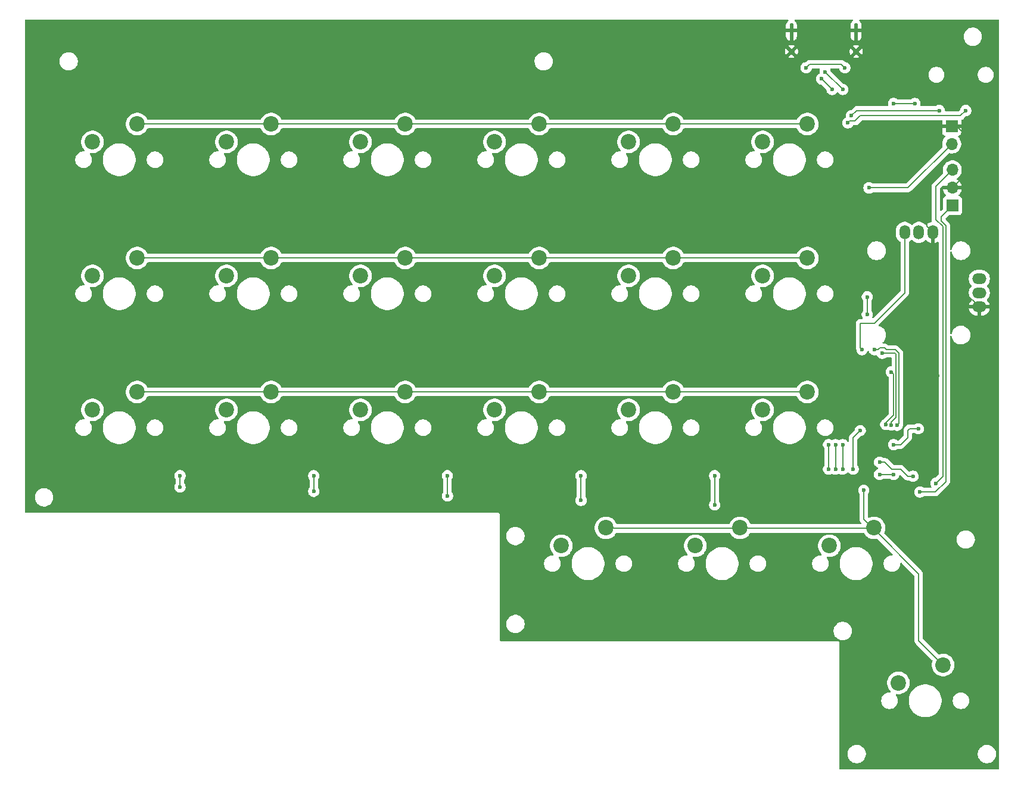
<source format=gbl>
%TF.GenerationSoftware,KiCad,Pcbnew,9.0.0*%
%TF.CreationDate,2025-03-24T17:33:31+09:00*%
%TF.ProjectId,keyboard,6b657962-6f61-4726-942e-6b696361645f,rev?*%
%TF.SameCoordinates,Original*%
%TF.FileFunction,Copper,L2,Bot*%
%TF.FilePolarity,Positive*%
%FSLAX46Y46*%
G04 Gerber Fmt 4.6, Leading zero omitted, Abs format (unit mm)*
G04 Created by KiCad (PCBNEW 9.0.0) date 2025-03-24 17:33:31*
%MOMM*%
%LPD*%
G01*
G04 APERTURE LIST*
%TA.AperFunction,ComponentPad*%
%ADD10R,1.700000X1.700000*%
%TD*%
%TA.AperFunction,ComponentPad*%
%ADD11O,1.700000X1.700000*%
%TD*%
%TA.AperFunction,ComponentPad*%
%ADD12C,2.200000*%
%TD*%
%TA.AperFunction,ComponentPad*%
%ADD13O,1.500000X2.000000*%
%TD*%
%TA.AperFunction,ComponentPad*%
%ADD14O,2.000000X1.500000*%
%TD*%
%TA.AperFunction,HeatsinkPad*%
%ADD15C,0.850000*%
%TD*%
%TA.AperFunction,HeatsinkPad*%
%ADD16O,0.550000X2.050000*%
%TD*%
%TA.AperFunction,ViaPad*%
%ADD17C,0.600000*%
%TD*%
%TA.AperFunction,Conductor*%
%ADD18C,0.200000*%
%TD*%
G04 APERTURE END LIST*
D10*
%TO.P,J2,1,Pin_1*%
%TO.N,Net-(J2-Pin_1)*%
X204600000Y-71025000D03*
D11*
%TO.P,J2,2,Pin_2*%
%TO.N,GND*%
X204600000Y-68485000D03*
%TO.P,J2,3,Pin_3*%
%TO.N,Net-(J2-Pin_3)*%
X204600000Y-65945000D03*
%TD*%
D10*
%TO.P,J3,1,Pin_1*%
%TO.N,GND*%
X204500000Y-59725000D03*
D11*
%TO.P,J3,2,Pin_2*%
%TO.N,/USB_BOOT*%
X204500000Y-62265000D03*
%TD*%
D12*
%TO.P,SW12,1,A*%
%TO.N,row2*%
X183971000Y-78474000D03*
%TO.P,SW12,2,B*%
%TO.N,Net-(D12-K)*%
X177621000Y-81014000D03*
%TD*%
%TO.P,SW14,1,A*%
%TO.N,row3*%
X107771000Y-97524000D03*
%TO.P,SW14,2,B*%
%TO.N,Net-(D14-K)*%
X101421000Y-100064000D03*
%TD*%
D13*
%TO.P,J5,1,Pin_1*%
%TO.N,GND*%
X201821000Y-74824000D03*
D14*
X208421000Y-85424000D03*
D13*
%TO.P,J5,2,Pin_2*%
%TO.N,GPIO27*%
X199821000Y-74824000D03*
%TO.P,J5,3,Pin_3*%
%TO.N,+3.3V*%
X197821000Y-74824000D03*
D14*
X208421000Y-81424000D03*
%TO.P,J5,4,Pin_4*%
%TO.N,GPIO26*%
X208421000Y-83424000D03*
%TD*%
D12*
%TO.P,SW18,1,A*%
%TO.N,row3*%
X183971000Y-97524000D03*
%TO.P,SW18,2,B*%
%TO.N,Net-(D18-K)*%
X177621000Y-100064000D03*
%TD*%
%TO.P,SW17,1,A*%
%TO.N,row3*%
X164921000Y-97524000D03*
%TO.P,SW17,2,B*%
%TO.N,Net-(D17-K)*%
X158571000Y-100064000D03*
%TD*%
%TO.P,SW20,1,A*%
%TO.N,rowX*%
X174411000Y-116844000D03*
%TO.P,SW20,2,B*%
%TO.N,Net-(D20-K)*%
X168061000Y-119384000D03*
%TD*%
%TO.P,SW1,1,A*%
%TO.N,row1*%
X88721000Y-59424000D03*
%TO.P,SW1,2,B*%
%TO.N,Net-(D1-K)*%
X82371000Y-61964000D03*
%TD*%
D15*
%TO.P,J1,S1,SHIELD*%
%TO.N,GND*%
X190916000Y-49114000D03*
D16*
X190916000Y-46134000D03*
D15*
X181726000Y-49114000D03*
D16*
X181726000Y-46134000D03*
%TD*%
D12*
%TO.P,SW11,1,A*%
%TO.N,row2*%
X164921000Y-78474000D03*
%TO.P,SW11,2,B*%
%TO.N,Net-(D11-K)*%
X158571000Y-81014000D03*
%TD*%
%TO.P,SW9,1,A*%
%TO.N,row2*%
X126821000Y-78474000D03*
%TO.P,SW9,2,B*%
%TO.N,Net-(D9-K)*%
X120471000Y-81014000D03*
%TD*%
%TO.P,SW10,1,A*%
%TO.N,row2*%
X145871000Y-78474000D03*
%TO.P,SW10,2,B*%
%TO.N,Net-(D10-K)*%
X139521000Y-81014000D03*
%TD*%
%TO.P,SW15,1,A*%
%TO.N,row3*%
X126821000Y-97524000D03*
%TO.P,SW15,2,B*%
%TO.N,Net-(D15-K)*%
X120471000Y-100064000D03*
%TD*%
%TO.P,SW5,1,A*%
%TO.N,row1*%
X164921000Y-59424000D03*
%TO.P,SW5,2,B*%
%TO.N,Net-(D5-K)*%
X158571000Y-61964000D03*
%TD*%
%TO.P,SW13,1,A*%
%TO.N,row3*%
X88721000Y-97524000D03*
%TO.P,SW13,2,B*%
%TO.N,Net-(D13-K)*%
X82371000Y-100064000D03*
%TD*%
%TO.P,SW2,1,A*%
%TO.N,row1*%
X107771000Y-59424000D03*
%TO.P,SW2,2,B*%
%TO.N,Net-(D2-K)*%
X101421000Y-61964000D03*
%TD*%
%TO.P,SW3,1,A*%
%TO.N,row1*%
X126821000Y-59424000D03*
%TO.P,SW3,2,B*%
%TO.N,Net-(D3-K)*%
X120471000Y-61964000D03*
%TD*%
%TO.P,SW4,1,A*%
%TO.N,row1*%
X145871000Y-59424000D03*
%TO.P,SW4,2,B*%
%TO.N,Net-(D4-K)*%
X139521000Y-61964000D03*
%TD*%
%TO.P,SW6,1,A*%
%TO.N,row1*%
X183971000Y-59424000D03*
%TO.P,SW6,2,B*%
%TO.N,Net-(D6-K)*%
X177621000Y-61964000D03*
%TD*%
%TO.P,SW8,1,A*%
%TO.N,row2*%
X107771000Y-78474000D03*
%TO.P,SW8,2,B*%
%TO.N,Net-(D8-K)*%
X101421000Y-81014000D03*
%TD*%
%TO.P,SW22,1,A*%
%TO.N,rowX*%
X203281000Y-136344000D03*
%TO.P,SW22,2,B*%
%TO.N,Net-(D22-K)*%
X196931000Y-138884000D03*
%TD*%
%TO.P,SW19,1,A*%
%TO.N,rowX*%
X155361000Y-116844000D03*
%TO.P,SW19,2,B*%
%TO.N,Net-(D19-K)*%
X149011000Y-119384000D03*
%TD*%
%TO.P,SW7,1,A*%
%TO.N,row2*%
X88721000Y-78474000D03*
%TO.P,SW7,2,B*%
%TO.N,Net-(D7-K)*%
X82371000Y-81014000D03*
%TD*%
%TO.P,SW16,1,A*%
%TO.N,row3*%
X145871000Y-97524000D03*
%TO.P,SW16,2,B*%
%TO.N,Net-(D16-K)*%
X139521000Y-100064000D03*
%TD*%
%TO.P,SW21,1,A*%
%TO.N,rowX*%
X193461000Y-116844000D03*
%TO.P,SW21,2,B*%
%TO.N,Net-(D21-K)*%
X187111000Y-119384000D03*
%TD*%
D17*
%TO.N,VBUS*%
X183821000Y-51424000D03*
X189321000Y-51424000D03*
%TO.N,GND*%
X196562500Y-107100000D03*
X197250000Y-145000000D03*
X103250000Y-69000000D03*
X129500000Y-107500000D03*
X202000000Y-117500000D03*
X79750000Y-93750000D03*
X140750000Y-107750000D03*
X74000000Y-107000000D03*
X146000000Y-129750000D03*
X140750000Y-70000000D03*
X201000000Y-71250000D03*
X184250000Y-88500000D03*
X177000000Y-127500000D03*
X121500000Y-88250000D03*
X159250000Y-89750000D03*
X194000000Y-99500000D03*
X103750000Y-107750000D03*
X90750000Y-74250000D03*
X164750000Y-52000000D03*
X186500000Y-127250000D03*
X180000000Y-68750000D03*
X92750000Y-50750000D03*
X159000000Y-128500000D03*
X178000000Y-106500000D03*
X202500000Y-95250000D03*
X166750000Y-67750000D03*
X165250000Y-106000000D03*
X148500000Y-87250000D03*
X163500000Y-114750000D03*
X73750000Y-76750000D03*
X78250000Y-56750000D03*
X111000000Y-88250000D03*
X206000000Y-82250000D03*
X128500000Y-113000000D03*
X144500000Y-116000000D03*
X201750000Y-97250000D03*
X195500000Y-112500000D03*
X208250000Y-124750000D03*
X92000000Y-112750000D03*
X124500000Y-50000000D03*
X129000000Y-68750000D03*
%TO.N,+3.3V*%
X190500000Y-108500000D03*
X191500000Y-103000000D03*
X199250000Y-56500000D03*
X196250000Y-109250000D03*
X194250000Y-109250000D03*
X191750000Y-91500000D03*
X196250000Y-56500000D03*
%TO.N,+1V1*%
X196250000Y-105000000D03*
X199750000Y-102750000D03*
X194250000Y-107500000D03*
X199000000Y-109500000D03*
%TO.N,col2*%
X94821000Y-109424000D03*
X94820999Y-111032304D03*
%TO.N,col3*%
X113821000Y-109424000D03*
X113830246Y-111647286D03*
%TO.N,col4*%
X132847630Y-112305532D03*
X132821000Y-109424000D03*
%TO.N,col5*%
X151821000Y-112924000D03*
X151821000Y-109424000D03*
%TO.N,col6*%
X170822257Y-113583781D03*
X170821000Y-109424000D03*
%TO.N,Net-(J1-D+-PadA6)*%
X186000000Y-53000000D03*
X187500000Y-54500000D03*
%TO.N,Net-(J1-D--PadA7)*%
X186500000Y-52000000D03*
X189000000Y-54500000D03*
%TO.N,Net-(J2-Pin_1)*%
X200000000Y-111750000D03*
%TO.N,/USB_BOOT*%
X192750000Y-68500000D03*
%TO.N,QSPI_SS*%
X192500000Y-86500000D03*
X192500000Y-84000000D03*
%TO.N,row1*%
X189000000Y-108500000D03*
X189000000Y-105000000D03*
%TO.N,row2*%
X188000000Y-105000000D03*
X188000000Y-108500000D03*
%TO.N,row3*%
X187000000Y-105000000D03*
X187000000Y-108500000D03*
%TO.N,QSPI_SD0*%
X195125621Y-102134606D03*
X195910094Y-94665633D03*
%TO.N,QSPI_SD3*%
X193500000Y-91500000D03*
X196750000Y-102250000D03*
%TO.N,Net-(J2-Pin_3)*%
X202250000Y-110500000D03*
%TO.N,GPIO1*%
X206500000Y-57500000D03*
X189750000Y-59250000D03*
%TO.N,QSPI_SCLK*%
X194636814Y-92025029D03*
X195921530Y-102212556D03*
%TO.N,GPIO0*%
X190250000Y-58250000D03*
X202750000Y-57500000D03*
%TO.N,rowX*%
X192000000Y-111500000D03*
%TD*%
D18*
%TO.N,VBUS*%
X183821000Y-51424000D02*
X184321000Y-50924000D01*
X184321000Y-50924000D02*
X188821000Y-50924000D01*
X188821000Y-50924000D02*
X189321000Y-51424000D01*
%TO.N,GND*%
X206000000Y-60500000D02*
X206000000Y-67085000D01*
X201750000Y-96000000D02*
X201750000Y-97250000D01*
X206000000Y-82250000D02*
X206000000Y-83003000D01*
X201000000Y-71250000D02*
X201000000Y-74003000D01*
X194000000Y-104537500D02*
X194000000Y-99500000D01*
X201000000Y-74003000D02*
X201821000Y-74824000D01*
X202500000Y-95250000D02*
X201750000Y-96000000D01*
X204500000Y-59725000D02*
X205225000Y-59725000D01*
X206000000Y-67085000D02*
X204600000Y-68485000D01*
X206000000Y-83003000D02*
X208421000Y-85424000D01*
X205225000Y-59725000D02*
X206000000Y-60500000D01*
X196562500Y-107100000D02*
X194000000Y-104537500D01*
%TO.N,+3.3V*%
X190500000Y-104000000D02*
X191500000Y-103000000D01*
X191500000Y-87750000D02*
X191500000Y-91250000D01*
X194250000Y-109250000D02*
X196250000Y-109250000D01*
X191500000Y-91250000D02*
X191750000Y-91500000D01*
X196250000Y-56500000D02*
X199250000Y-56500000D01*
X190500000Y-108500000D02*
X190500000Y-104000000D01*
X197821000Y-74824000D02*
X197821000Y-83429000D01*
X193500000Y-87750000D02*
X191500000Y-87750000D01*
X197821000Y-83429000D02*
X193500000Y-87750000D01*
%TO.N,+1V1*%
X196250000Y-105000000D02*
X197250000Y-105000000D01*
X198250000Y-109500000D02*
X199000000Y-109500000D01*
X196000000Y-108500000D02*
X197250000Y-108500000D01*
X198250000Y-103000000D02*
X198500000Y-102750000D01*
X197250000Y-108500000D02*
X198250000Y-109500000D01*
X198500000Y-102750000D02*
X199750000Y-102750000D01*
X194250000Y-107500000D02*
X195000000Y-107500000D01*
X197250000Y-105000000D02*
X198250000Y-104000000D01*
X198250000Y-104000000D02*
X198250000Y-103000000D01*
X195000000Y-107500000D02*
X196000000Y-108500000D01*
%TO.N,col2*%
X94821000Y-109424000D02*
X94821000Y-111032303D01*
X94821000Y-111032303D02*
X94820999Y-111032304D01*
%TO.N,col3*%
X113821000Y-111638040D02*
X113830246Y-111647286D01*
X113821000Y-109424000D02*
X113821000Y-111638040D01*
%TO.N,col4*%
X132821000Y-112278902D02*
X132847630Y-112305532D01*
X132821000Y-109424000D02*
X132821000Y-112278902D01*
%TO.N,col5*%
X151821000Y-109424000D02*
X151821000Y-112924000D01*
%TO.N,col6*%
X170821000Y-113582524D02*
X170822257Y-113583781D01*
X170821000Y-109424000D02*
X170821000Y-113582524D01*
%TO.N,Net-(J1-D+-PadA6)*%
X186000000Y-53000000D02*
X187500000Y-54500000D01*
%TO.N,Net-(J1-D--PadA7)*%
X186500000Y-52000000D02*
X189000000Y-54500000D01*
%TO.N,Net-(J2-Pin_1)*%
X203032843Y-72592157D02*
X203032843Y-73217157D01*
X203032843Y-73217157D02*
X203654169Y-73838483D01*
X202154169Y-111750000D02*
X203654169Y-110250000D01*
X203654169Y-77342491D02*
X203654169Y-110250000D01*
X200000000Y-111750000D02*
X202154169Y-111750000D01*
X203654169Y-73838483D02*
X203654169Y-77342491D01*
X204600000Y-71025000D02*
X203032843Y-72592157D01*
%TO.N,/USB_BOOT*%
X195250000Y-68500000D02*
X192750000Y-68500000D01*
X204500000Y-62265000D02*
X198265000Y-68500000D01*
X198265000Y-68500000D02*
X195250000Y-68500000D01*
%TO.N,GPIO26*%
X208345000Y-83500000D02*
X208421000Y-83424000D01*
%TO.N,QSPI_SS*%
X192500000Y-84000000D02*
X192500000Y-86500000D01*
%TO.N,row1*%
X126821000Y-59424000D02*
X145871000Y-59424000D01*
X189000000Y-108500000D02*
X189000000Y-105500000D01*
X126821000Y-59424000D02*
X107771000Y-59424000D01*
X189000000Y-105500000D02*
X189000000Y-105000000D01*
X145871000Y-59424000D02*
X164921000Y-59424000D01*
X183971000Y-59424000D02*
X164921000Y-59424000D01*
X107771000Y-59424000D02*
X88721000Y-59424000D01*
%TO.N,row2*%
X188000000Y-108500000D02*
X188000000Y-105000000D01*
X183971000Y-78474000D02*
X88721000Y-78474000D01*
X88721000Y-78474000D02*
X107771000Y-78474000D01*
%TO.N,row3*%
X107771000Y-97524000D02*
X88721000Y-97524000D01*
X187000000Y-108500000D02*
X187000000Y-105000000D01*
X183971000Y-97524000D02*
X179321000Y-97524000D01*
X179321000Y-97524000D02*
X88721000Y-97524000D01*
X183971000Y-97524000D02*
X182721000Y-97524000D01*
%TO.N,QSPI_SD0*%
X196195560Y-94951099D02*
X195910094Y-94665633D01*
X195125621Y-102134606D02*
X195125621Y-101874379D01*
X196195560Y-100804440D02*
X196195560Y-94951099D01*
X195125621Y-101874379D02*
X196195560Y-100804440D01*
%TO.N,QSPI_SD3*%
X193500000Y-91500000D02*
X193389118Y-91500000D01*
X197000000Y-102000000D02*
X197000000Y-92000000D01*
X193389118Y-91500000D02*
X193365455Y-91476337D01*
X194000000Y-91500000D02*
X193500000Y-91500000D01*
X195000000Y-91250000D02*
X194250000Y-91250000D01*
X197000000Y-92000000D02*
X196500000Y-91500000D01*
X195250000Y-91500000D02*
X195000000Y-91250000D01*
X196500000Y-91500000D02*
X195250000Y-91500000D01*
X196750000Y-102250000D02*
X197000000Y-102000000D01*
X194250000Y-91250000D02*
X194000000Y-91500000D01*
%TO.N,Net-(J2-Pin_3)*%
X202250000Y-68295000D02*
X204600000Y-65945000D01*
X203250000Y-109250000D02*
X203250000Y-74000000D01*
X203250000Y-109500000D02*
X203250000Y-109250000D01*
X202250000Y-73000000D02*
X202250000Y-68295000D01*
X203250000Y-74000000D02*
X202250000Y-73000000D01*
X202250000Y-110500000D02*
X203250000Y-109500000D01*
%TO.N,GPIO1*%
X190000000Y-59000000D02*
X190250000Y-59000000D01*
X191500000Y-58250000D02*
X205250000Y-58250000D01*
X190250000Y-59000000D02*
X190750000Y-59000000D01*
X205250000Y-58250000D02*
X205750000Y-58250000D01*
X205750000Y-58250000D02*
X206500000Y-57500000D01*
X190750000Y-59000000D02*
X191500000Y-58250000D01*
X189750000Y-59250000D02*
X190000000Y-59000000D01*
%TO.N,QSPI_SCLK*%
X196597383Y-101152617D02*
X196597383Y-92163069D01*
X195921530Y-102212556D02*
X195921530Y-101828470D01*
X196459343Y-92025029D02*
X194636814Y-92025029D01*
X196597383Y-92163069D02*
X196459343Y-92025029D01*
X195921530Y-101828470D02*
X196597383Y-101152617D01*
%TO.N,GPIO0*%
X191000000Y-57500000D02*
X202750000Y-57500000D01*
X190250000Y-58250000D02*
X191000000Y-57500000D01*
%TO.N,rowX*%
X155441000Y-116924000D02*
X155361000Y-116844000D01*
X193321000Y-116924000D02*
X155441000Y-116924000D01*
X192000000Y-115603000D02*
X193321000Y-116924000D01*
X199821000Y-132884000D02*
X199821000Y-123424000D01*
X192000000Y-111500000D02*
X192000000Y-115603000D01*
X203281000Y-136344000D02*
X199821000Y-132884000D01*
X199821000Y-123424000D02*
X193321000Y-116924000D01*
%TD*%
%TA.AperFunction,Conductor*%
%TO.N,GND*%
G36*
X204134075Y-68292007D02*
G01*
X204100000Y-68419174D01*
X204100000Y-68550826D01*
X204134075Y-68677993D01*
X204166988Y-68735000D01*
X203272769Y-68735000D01*
X203283242Y-68801126D01*
X203283242Y-68801129D01*
X203348904Y-69003217D01*
X203445379Y-69192557D01*
X203570272Y-69364459D01*
X203570276Y-69364464D01*
X203683946Y-69478134D01*
X203717431Y-69539457D01*
X203712447Y-69609149D01*
X203670575Y-69665082D01*
X203639598Y-69681997D01*
X203507671Y-69731202D01*
X203507664Y-69731206D01*
X203392455Y-69817452D01*
X203392452Y-69817455D01*
X203306206Y-69932664D01*
X203306202Y-69932671D01*
X203255908Y-70067517D01*
X203249501Y-70127116D01*
X203249501Y-70127123D01*
X203249500Y-70127135D01*
X203249500Y-71474901D01*
X203240855Y-71504341D01*
X203234332Y-71534328D01*
X203230577Y-71539343D01*
X203229815Y-71541940D01*
X203213181Y-71562582D01*
X203062181Y-71713582D01*
X203000858Y-71747067D01*
X202931166Y-71742083D01*
X202875233Y-71700211D01*
X202850816Y-71634747D01*
X202850500Y-71625901D01*
X202850500Y-68595096D01*
X202870185Y-68528057D01*
X202886814Y-68507420D01*
X203125617Y-68268617D01*
X203186939Y-68235133D01*
X203215604Y-68237182D01*
X203215604Y-68235000D01*
X204166988Y-68235000D01*
X204134075Y-68292007D01*
G37*
%TD.AperFunction*%
%TA.AperFunction,Conductor*%
G36*
X181236723Y-44570185D02*
G01*
X181282478Y-44622989D01*
X181292422Y-44692147D01*
X181263397Y-44755703D01*
X181238573Y-44777604D01*
X181231961Y-44782021D01*
X181124019Y-44889963D01*
X181039201Y-45016903D01*
X180980784Y-45157936D01*
X180980781Y-45157946D01*
X180951000Y-45307666D01*
X180951000Y-45884000D01*
X181601000Y-45884000D01*
X181601000Y-46908864D01*
X181620030Y-46954807D01*
X181655193Y-46989970D01*
X181701136Y-47009000D01*
X181750864Y-47009000D01*
X181796807Y-46989970D01*
X181831970Y-46954807D01*
X181851000Y-46908864D01*
X181851000Y-45884000D01*
X182501000Y-45884000D01*
X182501000Y-45307666D01*
X182471218Y-45157946D01*
X182471215Y-45157936D01*
X182412798Y-45016903D01*
X182327980Y-44889963D01*
X182220038Y-44782021D01*
X182213427Y-44777604D01*
X182168621Y-44723992D01*
X182159912Y-44654667D01*
X182190066Y-44591639D01*
X182249508Y-44554919D01*
X182282316Y-44550500D01*
X190359684Y-44550500D01*
X190426723Y-44570185D01*
X190472478Y-44622989D01*
X190482422Y-44692147D01*
X190453397Y-44755703D01*
X190428573Y-44777604D01*
X190421961Y-44782021D01*
X190314019Y-44889963D01*
X190229201Y-45016903D01*
X190170784Y-45157936D01*
X190170781Y-45157946D01*
X190141000Y-45307666D01*
X190141000Y-45884000D01*
X190791000Y-45884000D01*
X190791000Y-46908864D01*
X190810030Y-46954807D01*
X190845193Y-46989970D01*
X190891136Y-47009000D01*
X190940864Y-47009000D01*
X190986807Y-46989970D01*
X191021970Y-46954807D01*
X191041000Y-46908864D01*
X191041000Y-45884000D01*
X191691000Y-45884000D01*
X191691000Y-45307666D01*
X191661218Y-45157946D01*
X191661215Y-45157936D01*
X191602798Y-45016903D01*
X191517980Y-44889963D01*
X191410038Y-44782021D01*
X191403427Y-44777604D01*
X191358621Y-44723992D01*
X191349912Y-44654667D01*
X191380066Y-44591639D01*
X191439508Y-44554919D01*
X191472316Y-44550500D01*
X211075500Y-44550500D01*
X211142539Y-44570185D01*
X211188294Y-44622989D01*
X211199500Y-44674500D01*
X211199500Y-151075500D01*
X211179815Y-151142539D01*
X211127011Y-151188294D01*
X211075500Y-151199500D01*
X188674500Y-151199500D01*
X188607461Y-151179815D01*
X188561706Y-151127011D01*
X188550500Y-151075500D01*
X188550500Y-148897648D01*
X189699500Y-148897648D01*
X189699500Y-149102351D01*
X189731522Y-149304534D01*
X189794781Y-149499223D01*
X189815926Y-149540721D01*
X189881481Y-149669380D01*
X189887715Y-149681613D01*
X190008028Y-149847213D01*
X190152786Y-149991971D01*
X190307749Y-150104556D01*
X190318390Y-150112287D01*
X190434607Y-150171503D01*
X190500776Y-150205218D01*
X190500778Y-150205218D01*
X190500781Y-150205220D01*
X190605137Y-150239127D01*
X190695465Y-150268477D01*
X190796557Y-150284488D01*
X190897648Y-150300500D01*
X190897649Y-150300500D01*
X191102351Y-150300500D01*
X191102352Y-150300500D01*
X191304534Y-150268477D01*
X191499219Y-150205220D01*
X191681610Y-150112287D01*
X191774590Y-150044732D01*
X191847213Y-149991971D01*
X191847215Y-149991968D01*
X191847219Y-149991966D01*
X191991966Y-149847219D01*
X191991968Y-149847215D01*
X191991971Y-149847213D01*
X192101736Y-149696132D01*
X192112287Y-149681610D01*
X192205220Y-149499219D01*
X192268477Y-149304534D01*
X192300500Y-149102352D01*
X192300500Y-148897648D01*
X208199500Y-148897648D01*
X208199500Y-149102351D01*
X208231522Y-149304534D01*
X208294781Y-149499223D01*
X208315926Y-149540721D01*
X208381481Y-149669380D01*
X208387715Y-149681613D01*
X208508028Y-149847213D01*
X208652786Y-149991971D01*
X208807749Y-150104556D01*
X208818390Y-150112287D01*
X208934607Y-150171503D01*
X209000776Y-150205218D01*
X209000778Y-150205218D01*
X209000781Y-150205220D01*
X209105137Y-150239127D01*
X209195465Y-150268477D01*
X209296557Y-150284488D01*
X209397648Y-150300500D01*
X209397649Y-150300500D01*
X209602351Y-150300500D01*
X209602352Y-150300500D01*
X209804534Y-150268477D01*
X209999219Y-150205220D01*
X210181610Y-150112287D01*
X210274590Y-150044732D01*
X210347213Y-149991971D01*
X210347215Y-149991968D01*
X210347219Y-149991966D01*
X210491966Y-149847219D01*
X210491968Y-149847215D01*
X210491971Y-149847213D01*
X210601736Y-149696132D01*
X210612287Y-149681610D01*
X210705220Y-149499219D01*
X210768477Y-149304534D01*
X210800500Y-149102352D01*
X210800500Y-148897648D01*
X210768477Y-148695466D01*
X210760286Y-148670258D01*
X210705218Y-148500776D01*
X210645256Y-148383096D01*
X210612287Y-148318390D01*
X210601736Y-148303868D01*
X210491971Y-148152786D01*
X210347213Y-148008028D01*
X210181613Y-147887715D01*
X210181612Y-147887714D01*
X210181610Y-147887713D01*
X210124653Y-147858691D01*
X209999223Y-147794781D01*
X209804534Y-147731522D01*
X209629995Y-147703878D01*
X209602352Y-147699500D01*
X209397648Y-147699500D01*
X209373329Y-147703351D01*
X209195465Y-147731522D01*
X209000776Y-147794781D01*
X208818386Y-147887715D01*
X208652786Y-148008028D01*
X208508028Y-148152786D01*
X208387715Y-148318386D01*
X208294781Y-148500776D01*
X208231522Y-148695465D01*
X208199500Y-148897648D01*
X192300500Y-148897648D01*
X192268477Y-148695466D01*
X192260286Y-148670258D01*
X192205218Y-148500776D01*
X192145256Y-148383096D01*
X192112287Y-148318390D01*
X192101736Y-148303868D01*
X191991971Y-148152786D01*
X191847213Y-148008028D01*
X191681613Y-147887715D01*
X191681612Y-147887714D01*
X191681610Y-147887713D01*
X191624653Y-147858691D01*
X191499223Y-147794781D01*
X191304534Y-147731522D01*
X191129995Y-147703878D01*
X191102352Y-147699500D01*
X190897648Y-147699500D01*
X190873329Y-147703351D01*
X190695465Y-147731522D01*
X190500776Y-147794781D01*
X190318386Y-147887715D01*
X190152786Y-148008028D01*
X190008028Y-148152786D01*
X189887715Y-148318386D01*
X189794781Y-148500776D01*
X189731522Y-148695465D01*
X189699500Y-148897648D01*
X188550500Y-148897648D01*
X188550500Y-141331093D01*
X194480500Y-141331093D01*
X194480500Y-141516906D01*
X194509568Y-141700435D01*
X194509568Y-141700438D01*
X194566986Y-141877152D01*
X194651346Y-142042717D01*
X194760565Y-142193044D01*
X194891956Y-142324435D01*
X195042283Y-142433654D01*
X195207845Y-142518012D01*
X195207847Y-142518013D01*
X195384562Y-142575431D01*
X195384563Y-142575431D01*
X195384566Y-142575432D01*
X195568093Y-142604500D01*
X195568094Y-142604500D01*
X195753906Y-142604500D01*
X195753907Y-142604500D01*
X195937434Y-142575432D01*
X195937437Y-142575431D01*
X195937438Y-142575431D01*
X196114152Y-142518013D01*
X196114152Y-142518012D01*
X196114155Y-142518012D01*
X196279717Y-142433654D01*
X196430044Y-142324435D01*
X196561435Y-142193044D01*
X196670654Y-142042717D01*
X196755012Y-141877155D01*
X196812432Y-141700434D01*
X196841500Y-141516907D01*
X196841500Y-141331093D01*
X196832021Y-141271243D01*
X198410500Y-141271243D01*
X198410500Y-141576756D01*
X198450375Y-141879630D01*
X198529445Y-142174722D01*
X198646349Y-142456955D01*
X198646357Y-142456972D01*
X198714750Y-142575431D01*
X198799103Y-142721534D01*
X198799105Y-142721537D01*
X198799106Y-142721538D01*
X198985076Y-142963900D01*
X198985082Y-142963907D01*
X199201092Y-143179917D01*
X199201098Y-143179922D01*
X199443466Y-143365897D01*
X199613506Y-143464070D01*
X199708027Y-143518642D01*
X199708032Y-143518644D01*
X199708035Y-143518646D01*
X199708039Y-143518647D01*
X199708044Y-143518650D01*
X199797555Y-143555726D01*
X199990278Y-143635555D01*
X200285367Y-143714624D01*
X200588251Y-143754500D01*
X200588258Y-143754500D01*
X200893742Y-143754500D01*
X200893749Y-143754500D01*
X201196633Y-143714624D01*
X201491722Y-143635555D01*
X201773965Y-143518646D01*
X202038534Y-143365897D01*
X202280902Y-143179922D01*
X202496922Y-142963902D01*
X202682897Y-142721534D01*
X202835646Y-142456965D01*
X202952555Y-142174722D01*
X203031624Y-141879633D01*
X203071500Y-141576749D01*
X203071500Y-141331093D01*
X204640500Y-141331093D01*
X204640500Y-141516906D01*
X204669568Y-141700435D01*
X204669568Y-141700438D01*
X204726986Y-141877152D01*
X204811346Y-142042717D01*
X204920565Y-142193044D01*
X205051956Y-142324435D01*
X205202283Y-142433654D01*
X205367845Y-142518012D01*
X205367847Y-142518013D01*
X205544562Y-142575431D01*
X205544563Y-142575431D01*
X205544566Y-142575432D01*
X205728093Y-142604500D01*
X205728094Y-142604500D01*
X205913906Y-142604500D01*
X205913907Y-142604500D01*
X206097434Y-142575432D01*
X206097437Y-142575431D01*
X206097438Y-142575431D01*
X206274152Y-142518013D01*
X206274152Y-142518012D01*
X206274155Y-142518012D01*
X206439717Y-142433654D01*
X206590044Y-142324435D01*
X206721435Y-142193044D01*
X206830654Y-142042717D01*
X206915012Y-141877155D01*
X206972432Y-141700434D01*
X207001500Y-141516907D01*
X207001500Y-141331093D01*
X206972432Y-141147566D01*
X206972431Y-141147562D01*
X206972431Y-141147561D01*
X206915013Y-140970847D01*
X206830653Y-140805282D01*
X206830651Y-140805279D01*
X206721435Y-140654956D01*
X206590044Y-140523565D01*
X206439717Y-140414346D01*
X206393951Y-140391027D01*
X206274152Y-140329986D01*
X206097437Y-140272568D01*
X205959788Y-140250767D01*
X205913907Y-140243500D01*
X205728093Y-140243500D01*
X205668952Y-140252867D01*
X205544564Y-140272568D01*
X205544561Y-140272568D01*
X205367847Y-140329986D01*
X205202282Y-140414346D01*
X205133263Y-140464492D01*
X205051956Y-140523565D01*
X205051954Y-140523567D01*
X205051953Y-140523567D01*
X204920567Y-140654953D01*
X204920567Y-140654954D01*
X204920565Y-140654956D01*
X204873659Y-140719515D01*
X204811346Y-140805282D01*
X204726986Y-140970847D01*
X204669568Y-141147561D01*
X204669568Y-141147564D01*
X204640500Y-141331093D01*
X203071500Y-141331093D01*
X203071500Y-141271251D01*
X203031624Y-140968367D01*
X202952555Y-140673278D01*
X202835646Y-140391035D01*
X202835644Y-140391032D01*
X202835642Y-140391027D01*
X202755876Y-140252870D01*
X202682897Y-140126466D01*
X202529576Y-139926654D01*
X202496923Y-139884099D01*
X202496917Y-139884092D01*
X202280907Y-139668082D01*
X202280900Y-139668076D01*
X202038538Y-139482106D01*
X202038537Y-139482105D01*
X202038534Y-139482103D01*
X201933050Y-139421202D01*
X201773972Y-139329357D01*
X201773955Y-139329349D01*
X201491722Y-139212445D01*
X201196630Y-139133375D01*
X200893756Y-139093500D01*
X200893749Y-139093500D01*
X200588251Y-139093500D01*
X200588243Y-139093500D01*
X200285369Y-139133375D01*
X199990277Y-139212445D01*
X199708044Y-139329349D01*
X199708027Y-139329357D01*
X199443461Y-139482106D01*
X199201099Y-139668076D01*
X199201092Y-139668082D01*
X198985082Y-139884092D01*
X198985076Y-139884099D01*
X198799106Y-140126461D01*
X198646357Y-140391027D01*
X198646349Y-140391044D01*
X198529445Y-140673277D01*
X198450375Y-140968369D01*
X198410500Y-141271243D01*
X196832021Y-141271243D01*
X196812432Y-141147566D01*
X196812431Y-141147562D01*
X196812431Y-141147561D01*
X196755013Y-140970847D01*
X196753749Y-140968367D01*
X196670654Y-140805283D01*
X196565770Y-140660922D01*
X196542290Y-140595116D01*
X196558115Y-140527062D01*
X196608221Y-140478367D01*
X196676699Y-140464492D01*
X196685464Y-140465561D01*
X196805038Y-140484500D01*
X196805040Y-140484500D01*
X197056961Y-140484500D01*
X197056962Y-140484500D01*
X197305785Y-140445090D01*
X197545379Y-140367241D01*
X197769845Y-140252870D01*
X197973656Y-140104793D01*
X198151793Y-139926656D01*
X198299870Y-139722845D01*
X198414241Y-139498379D01*
X198492090Y-139258785D01*
X198531500Y-139009962D01*
X198531500Y-138758038D01*
X198492090Y-138509215D01*
X198414241Y-138269621D01*
X198414239Y-138269618D01*
X198414239Y-138269616D01*
X198372747Y-138188184D01*
X198299870Y-138045155D01*
X198198107Y-137905090D01*
X198151798Y-137841350D01*
X198151794Y-137841345D01*
X197973654Y-137663205D01*
X197973649Y-137663201D01*
X197769848Y-137515132D01*
X197769847Y-137515131D01*
X197769845Y-137515130D01*
X197699747Y-137479413D01*
X197545383Y-137400760D01*
X197305785Y-137322910D01*
X197056962Y-137283500D01*
X196805038Y-137283500D01*
X196680626Y-137303205D01*
X196556214Y-137322910D01*
X196316616Y-137400760D01*
X196092151Y-137515132D01*
X195888350Y-137663201D01*
X195888345Y-137663205D01*
X195710205Y-137841345D01*
X195710201Y-137841350D01*
X195562132Y-138045151D01*
X195447760Y-138269616D01*
X195369910Y-138509214D01*
X195330500Y-138758038D01*
X195330500Y-139009961D01*
X195369910Y-139258785D01*
X195447760Y-139498383D01*
X195562132Y-139722848D01*
X195710201Y-139926649D01*
X195710205Y-139926654D01*
X195815370Y-140031819D01*
X195848855Y-140093142D01*
X195843871Y-140162834D01*
X195801999Y-140218767D01*
X195736535Y-140243184D01*
X195727689Y-140243500D01*
X195568093Y-140243500D01*
X195508952Y-140252867D01*
X195384564Y-140272568D01*
X195384561Y-140272568D01*
X195207847Y-140329986D01*
X195042282Y-140414346D01*
X194973263Y-140464492D01*
X194891956Y-140523565D01*
X194891954Y-140523567D01*
X194891953Y-140523567D01*
X194760567Y-140654953D01*
X194760567Y-140654954D01*
X194760565Y-140654956D01*
X194713659Y-140719515D01*
X194651346Y-140805282D01*
X194566986Y-140970847D01*
X194509568Y-141147561D01*
X194509568Y-141147564D01*
X194480500Y-141331093D01*
X188550500Y-141331093D01*
X188550500Y-133210439D01*
X188530020Y-133134009D01*
X188530017Y-133134004D01*
X188490464Y-133065495D01*
X188490458Y-133065487D01*
X188434512Y-133009541D01*
X188434504Y-133009535D01*
X188365995Y-132969982D01*
X188365990Y-132969979D01*
X188340145Y-132963054D01*
X188289562Y-132949500D01*
X188289560Y-132949500D01*
X140424500Y-132949500D01*
X140357461Y-132929815D01*
X140311706Y-132877011D01*
X140300500Y-132825500D01*
X140300500Y-130397648D01*
X141199500Y-130397648D01*
X141199500Y-130602351D01*
X141231522Y-130804534D01*
X141294781Y-130999223D01*
X141354744Y-131116904D01*
X141387712Y-131181609D01*
X141387715Y-131181613D01*
X141508028Y-131347213D01*
X141652786Y-131491971D01*
X141807749Y-131604556D01*
X141818390Y-131612287D01*
X141934607Y-131671503D01*
X142000776Y-131705218D01*
X142000778Y-131705218D01*
X142000781Y-131705220D01*
X142105137Y-131739127D01*
X142195465Y-131768477D01*
X142296557Y-131784488D01*
X142397648Y-131800500D01*
X142397649Y-131800500D01*
X142602351Y-131800500D01*
X142602352Y-131800500D01*
X142804534Y-131768477D01*
X142999219Y-131705220D01*
X143181610Y-131612287D01*
X143274590Y-131544732D01*
X143347213Y-131491971D01*
X143347215Y-131491968D01*
X143347219Y-131491966D01*
X143441537Y-131397648D01*
X187699500Y-131397648D01*
X187699500Y-131602351D01*
X187731522Y-131804534D01*
X187794781Y-131999223D01*
X187815926Y-132040721D01*
X187881481Y-132169380D01*
X187887715Y-132181613D01*
X188008028Y-132347213D01*
X188152786Y-132491971D01*
X188279322Y-132583903D01*
X188318390Y-132612287D01*
X188434607Y-132671503D01*
X188500776Y-132705218D01*
X188500778Y-132705218D01*
X188500781Y-132705220D01*
X188605137Y-132739127D01*
X188695465Y-132768477D01*
X188796557Y-132784488D01*
X188897648Y-132800500D01*
X188897649Y-132800500D01*
X189102351Y-132800500D01*
X189102352Y-132800500D01*
X189304534Y-132768477D01*
X189499219Y-132705220D01*
X189681610Y-132612287D01*
X189774590Y-132544732D01*
X189847213Y-132491971D01*
X189847215Y-132491968D01*
X189847219Y-132491966D01*
X189991966Y-132347219D01*
X189991968Y-132347215D01*
X189991971Y-132347213D01*
X190101736Y-132196132D01*
X190112287Y-132181610D01*
X190205220Y-131999219D01*
X190268477Y-131804534D01*
X190300500Y-131602352D01*
X190300500Y-131397648D01*
X190284550Y-131296946D01*
X190268477Y-131195465D01*
X190205218Y-131000776D01*
X190145256Y-130883096D01*
X190112287Y-130818390D01*
X190101736Y-130803868D01*
X189991971Y-130652786D01*
X189847213Y-130508028D01*
X189681613Y-130387715D01*
X189681612Y-130387714D01*
X189681610Y-130387713D01*
X189624653Y-130358691D01*
X189499223Y-130294781D01*
X189304534Y-130231522D01*
X189129995Y-130203878D01*
X189102352Y-130199500D01*
X188897648Y-130199500D01*
X188873329Y-130203351D01*
X188695465Y-130231522D01*
X188500776Y-130294781D01*
X188318386Y-130387715D01*
X188152786Y-130508028D01*
X188008028Y-130652786D01*
X187887715Y-130818386D01*
X187794781Y-131000776D01*
X187731522Y-131195465D01*
X187699500Y-131397648D01*
X143441537Y-131397648D01*
X143491966Y-131347219D01*
X143612287Y-131181610D01*
X143705220Y-130999219D01*
X143768477Y-130804534D01*
X143800500Y-130602352D01*
X143800500Y-130397648D01*
X143768477Y-130195466D01*
X143760286Y-130170258D01*
X143705218Y-130000776D01*
X143645256Y-129883096D01*
X143612287Y-129818390D01*
X143601736Y-129803868D01*
X143491971Y-129652786D01*
X143347213Y-129508028D01*
X143181613Y-129387715D01*
X143181612Y-129387714D01*
X143181610Y-129387713D01*
X143124653Y-129358691D01*
X142999223Y-129294781D01*
X142804534Y-129231522D01*
X142629995Y-129203878D01*
X142602352Y-129199500D01*
X142397648Y-129199500D01*
X142373329Y-129203351D01*
X142195465Y-129231522D01*
X142000776Y-129294781D01*
X141818386Y-129387715D01*
X141652786Y-129508028D01*
X141508028Y-129652786D01*
X141387715Y-129818386D01*
X141294781Y-130000776D01*
X141231522Y-130195465D01*
X141199500Y-130397648D01*
X140300500Y-130397648D01*
X140300500Y-121831093D01*
X146560500Y-121831093D01*
X146560500Y-122016906D01*
X146589568Y-122200435D01*
X146589568Y-122200438D01*
X146646986Y-122377152D01*
X146731346Y-122542717D01*
X146840565Y-122693044D01*
X146971956Y-122824435D01*
X147122283Y-122933654D01*
X147287845Y-123018012D01*
X147287847Y-123018013D01*
X147464562Y-123075431D01*
X147464563Y-123075431D01*
X147464566Y-123075432D01*
X147648093Y-123104500D01*
X147648094Y-123104500D01*
X147833906Y-123104500D01*
X147833907Y-123104500D01*
X148017434Y-123075432D01*
X148017437Y-123075431D01*
X148017438Y-123075431D01*
X148194152Y-123018013D01*
X148194152Y-123018012D01*
X148194155Y-123018012D01*
X148359717Y-122933654D01*
X148510044Y-122824435D01*
X148641435Y-122693044D01*
X148750654Y-122542717D01*
X148835012Y-122377155D01*
X148892432Y-122200434D01*
X148921500Y-122016907D01*
X148921500Y-121831093D01*
X148912021Y-121771243D01*
X150490500Y-121771243D01*
X150490500Y-122076756D01*
X150530375Y-122379630D01*
X150609445Y-122674722D01*
X150726349Y-122956955D01*
X150726357Y-122956972D01*
X150783119Y-123055285D01*
X150879103Y-123221534D01*
X150879105Y-123221537D01*
X150879106Y-123221538D01*
X151065076Y-123463900D01*
X151065082Y-123463907D01*
X151281092Y-123679917D01*
X151281099Y-123679923D01*
X151338668Y-123724097D01*
X151523466Y-123865897D01*
X151693506Y-123964070D01*
X151788027Y-124018642D01*
X151788032Y-124018644D01*
X151788035Y-124018646D01*
X151788039Y-124018647D01*
X151788044Y-124018650D01*
X151877555Y-124055726D01*
X152070278Y-124135555D01*
X152365367Y-124214624D01*
X152668251Y-124254500D01*
X152668258Y-124254500D01*
X152973742Y-124254500D01*
X152973749Y-124254500D01*
X153276633Y-124214624D01*
X153571722Y-124135555D01*
X153853965Y-124018646D01*
X154118534Y-123865897D01*
X154360902Y-123679922D01*
X154576922Y-123463902D01*
X154762897Y-123221534D01*
X154915646Y-122956965D01*
X155032555Y-122674722D01*
X155111624Y-122379633D01*
X155151500Y-122076749D01*
X155151500Y-121831093D01*
X156720500Y-121831093D01*
X156720500Y-122016906D01*
X156749568Y-122200435D01*
X156749568Y-122200438D01*
X156806986Y-122377152D01*
X156891346Y-122542717D01*
X157000565Y-122693044D01*
X157131956Y-122824435D01*
X157282283Y-122933654D01*
X157447845Y-123018012D01*
X157447847Y-123018013D01*
X157624562Y-123075431D01*
X157624563Y-123075431D01*
X157624566Y-123075432D01*
X157808093Y-123104500D01*
X157808094Y-123104500D01*
X157993906Y-123104500D01*
X157993907Y-123104500D01*
X158177434Y-123075432D01*
X158177437Y-123075431D01*
X158177438Y-123075431D01*
X158354152Y-123018013D01*
X158354152Y-123018012D01*
X158354155Y-123018012D01*
X158519717Y-122933654D01*
X158670044Y-122824435D01*
X158801435Y-122693044D01*
X158910654Y-122542717D01*
X158995012Y-122377155D01*
X159052432Y-122200434D01*
X159081500Y-122016907D01*
X159081500Y-121831093D01*
X165610500Y-121831093D01*
X165610500Y-122016906D01*
X165639568Y-122200435D01*
X165639568Y-122200438D01*
X165696986Y-122377152D01*
X165781346Y-122542717D01*
X165890565Y-122693044D01*
X166021956Y-122824435D01*
X166172283Y-122933654D01*
X166337845Y-123018012D01*
X166337847Y-123018013D01*
X166514562Y-123075431D01*
X166514563Y-123075431D01*
X166514566Y-123075432D01*
X166698093Y-123104500D01*
X166698094Y-123104500D01*
X166883906Y-123104500D01*
X166883907Y-123104500D01*
X167067434Y-123075432D01*
X167067437Y-123075431D01*
X167067438Y-123075431D01*
X167244152Y-123018013D01*
X167244152Y-123018012D01*
X167244155Y-123018012D01*
X167409717Y-122933654D01*
X167560044Y-122824435D01*
X167691435Y-122693044D01*
X167800654Y-122542717D01*
X167885012Y-122377155D01*
X167942432Y-122200434D01*
X167971500Y-122016907D01*
X167971500Y-121831093D01*
X167962021Y-121771243D01*
X169540500Y-121771243D01*
X169540500Y-122076756D01*
X169580375Y-122379630D01*
X169659445Y-122674722D01*
X169776349Y-122956955D01*
X169776357Y-122956972D01*
X169833119Y-123055285D01*
X169929103Y-123221534D01*
X169929105Y-123221537D01*
X169929106Y-123221538D01*
X170115076Y-123463900D01*
X170115082Y-123463907D01*
X170331092Y-123679917D01*
X170331099Y-123679923D01*
X170388668Y-123724097D01*
X170573466Y-123865897D01*
X170743506Y-123964070D01*
X170838027Y-124018642D01*
X170838032Y-124018644D01*
X170838035Y-124018646D01*
X170838039Y-124018647D01*
X170838044Y-124018650D01*
X170927555Y-124055726D01*
X171120278Y-124135555D01*
X171415367Y-124214624D01*
X171718251Y-124254500D01*
X171718258Y-124254500D01*
X172023742Y-124254500D01*
X172023749Y-124254500D01*
X172326633Y-124214624D01*
X172621722Y-124135555D01*
X172903965Y-124018646D01*
X173168534Y-123865897D01*
X173410902Y-123679922D01*
X173626922Y-123463902D01*
X173812897Y-123221534D01*
X173965646Y-122956965D01*
X174082555Y-122674722D01*
X174161624Y-122379633D01*
X174201500Y-122076749D01*
X174201500Y-121831093D01*
X175770500Y-121831093D01*
X175770500Y-122016906D01*
X175799568Y-122200435D01*
X175799568Y-122200438D01*
X175856986Y-122377152D01*
X175941346Y-122542717D01*
X176050565Y-122693044D01*
X176181956Y-122824435D01*
X176332283Y-122933654D01*
X176497845Y-123018012D01*
X176497847Y-123018013D01*
X176674562Y-123075431D01*
X176674563Y-123075431D01*
X176674566Y-123075432D01*
X176858093Y-123104500D01*
X176858094Y-123104500D01*
X177043906Y-123104500D01*
X177043907Y-123104500D01*
X177227434Y-123075432D01*
X177227437Y-123075431D01*
X177227438Y-123075431D01*
X177404152Y-123018013D01*
X177404152Y-123018012D01*
X177404155Y-123018012D01*
X177569717Y-122933654D01*
X177720044Y-122824435D01*
X177851435Y-122693044D01*
X177960654Y-122542717D01*
X178045012Y-122377155D01*
X178102432Y-122200434D01*
X178131500Y-122016907D01*
X178131500Y-121831093D01*
X184660500Y-121831093D01*
X184660500Y-122016906D01*
X184689568Y-122200435D01*
X184689568Y-122200438D01*
X184746986Y-122377152D01*
X184831346Y-122542717D01*
X184940565Y-122693044D01*
X185071956Y-122824435D01*
X185222283Y-122933654D01*
X185387845Y-123018012D01*
X185387847Y-123018013D01*
X185564562Y-123075431D01*
X185564563Y-123075431D01*
X185564566Y-123075432D01*
X185748093Y-123104500D01*
X185748094Y-123104500D01*
X185933906Y-123104500D01*
X185933907Y-123104500D01*
X186117434Y-123075432D01*
X186117437Y-123075431D01*
X186117438Y-123075431D01*
X186294152Y-123018013D01*
X186294152Y-123018012D01*
X186294155Y-123018012D01*
X186459717Y-122933654D01*
X186610044Y-122824435D01*
X186741435Y-122693044D01*
X186850654Y-122542717D01*
X186935012Y-122377155D01*
X186992432Y-122200434D01*
X187021500Y-122016907D01*
X187021500Y-121831093D01*
X187012021Y-121771243D01*
X188590500Y-121771243D01*
X188590500Y-122076756D01*
X188630375Y-122379630D01*
X188709445Y-122674722D01*
X188826349Y-122956955D01*
X188826357Y-122956972D01*
X188883119Y-123055285D01*
X188979103Y-123221534D01*
X188979105Y-123221537D01*
X188979106Y-123221538D01*
X189165076Y-123463900D01*
X189165082Y-123463907D01*
X189381092Y-123679917D01*
X189381099Y-123679923D01*
X189438668Y-123724097D01*
X189623466Y-123865897D01*
X189793506Y-123964070D01*
X189888027Y-124018642D01*
X189888032Y-124018644D01*
X189888035Y-124018646D01*
X189888039Y-124018647D01*
X189888044Y-124018650D01*
X189977555Y-124055726D01*
X190170278Y-124135555D01*
X190465367Y-124214624D01*
X190768251Y-124254500D01*
X190768258Y-124254500D01*
X191073742Y-124254500D01*
X191073749Y-124254500D01*
X191376633Y-124214624D01*
X191671722Y-124135555D01*
X191953965Y-124018646D01*
X192218534Y-123865897D01*
X192460902Y-123679922D01*
X192676922Y-123463902D01*
X192862897Y-123221534D01*
X193015646Y-122956965D01*
X193132555Y-122674722D01*
X193211624Y-122379633D01*
X193251500Y-122076749D01*
X193251500Y-121771251D01*
X193211624Y-121468367D01*
X193132555Y-121173278D01*
X193015646Y-120891035D01*
X193015644Y-120891032D01*
X193015642Y-120891027D01*
X192935876Y-120752870D01*
X192862897Y-120626466D01*
X192709576Y-120426654D01*
X192676923Y-120384099D01*
X192676917Y-120384092D01*
X192460907Y-120168082D01*
X192460900Y-120168076D01*
X192218538Y-119982106D01*
X192218537Y-119982105D01*
X192218534Y-119982103D01*
X192113050Y-119921202D01*
X191953972Y-119829357D01*
X191953955Y-119829349D01*
X191671722Y-119712445D01*
X191376630Y-119633375D01*
X191073756Y-119593500D01*
X191073749Y-119593500D01*
X190768251Y-119593500D01*
X190768243Y-119593500D01*
X190465369Y-119633375D01*
X190170277Y-119712445D01*
X189888044Y-119829349D01*
X189888027Y-119829357D01*
X189623461Y-119982106D01*
X189381099Y-120168076D01*
X189381092Y-120168082D01*
X189165082Y-120384092D01*
X189165076Y-120384099D01*
X188979106Y-120626461D01*
X188826357Y-120891027D01*
X188826349Y-120891044D01*
X188709445Y-121173277D01*
X188630375Y-121468369D01*
X188590500Y-121771243D01*
X187012021Y-121771243D01*
X186992432Y-121647566D01*
X186992431Y-121647562D01*
X186992431Y-121647561D01*
X186935013Y-121470847D01*
X186933749Y-121468367D01*
X186850654Y-121305283D01*
X186745770Y-121160922D01*
X186722290Y-121095116D01*
X186738115Y-121027062D01*
X186788221Y-120978367D01*
X186856699Y-120964492D01*
X186865464Y-120965561D01*
X186985038Y-120984500D01*
X186985040Y-120984500D01*
X187236961Y-120984500D01*
X187236962Y-120984500D01*
X187485785Y-120945090D01*
X187725379Y-120867241D01*
X187949845Y-120752870D01*
X188153656Y-120604793D01*
X188331793Y-120426656D01*
X188479870Y-120222845D01*
X188594241Y-119998379D01*
X188672090Y-119758785D01*
X188711500Y-119509962D01*
X188711500Y-119258038D01*
X188672090Y-119009215D01*
X188594241Y-118769621D01*
X188594239Y-118769618D01*
X188594239Y-118769616D01*
X188543166Y-118669380D01*
X188479870Y-118545155D01*
X188406201Y-118443758D01*
X188331798Y-118341350D01*
X188331794Y-118341345D01*
X188153654Y-118163205D01*
X188153649Y-118163201D01*
X187949848Y-118015132D01*
X187949847Y-118015131D01*
X187949845Y-118015130D01*
X187879747Y-117979413D01*
X187725383Y-117900760D01*
X187485785Y-117822910D01*
X187365559Y-117803868D01*
X187236962Y-117783500D01*
X186985038Y-117783500D01*
X186900144Y-117796946D01*
X186736214Y-117822910D01*
X186496616Y-117900760D01*
X186272151Y-118015132D01*
X186068350Y-118163201D01*
X186068345Y-118163205D01*
X185890205Y-118341345D01*
X185890201Y-118341350D01*
X185742132Y-118545151D01*
X185627760Y-118769616D01*
X185549910Y-119009214D01*
X185510500Y-119258038D01*
X185510500Y-119509961D01*
X185549910Y-119758785D01*
X185627760Y-119998383D01*
X185742132Y-120222848D01*
X185890201Y-120426649D01*
X185890205Y-120426654D01*
X185995370Y-120531819D01*
X186028855Y-120593142D01*
X186023871Y-120662834D01*
X185981999Y-120718767D01*
X185916535Y-120743184D01*
X185907689Y-120743500D01*
X185748093Y-120743500D01*
X185688952Y-120752867D01*
X185564564Y-120772568D01*
X185564561Y-120772568D01*
X185387847Y-120829986D01*
X185222282Y-120914346D01*
X185153263Y-120964492D01*
X185071956Y-121023565D01*
X185071954Y-121023567D01*
X185071953Y-121023567D01*
X184940567Y-121154953D01*
X184940567Y-121154954D01*
X184940565Y-121154956D01*
X184893659Y-121219515D01*
X184831346Y-121305282D01*
X184746986Y-121470847D01*
X184689568Y-121647561D01*
X184689568Y-121647564D01*
X184660500Y-121831093D01*
X178131500Y-121831093D01*
X178102432Y-121647566D01*
X178102431Y-121647562D01*
X178102431Y-121647561D01*
X178045013Y-121470847D01*
X177960653Y-121305282D01*
X177960651Y-121305279D01*
X177851435Y-121154956D01*
X177720044Y-121023565D01*
X177569717Y-120914346D01*
X177523951Y-120891027D01*
X177404152Y-120829986D01*
X177227437Y-120772568D01*
X177089788Y-120750767D01*
X177043907Y-120743500D01*
X176858093Y-120743500D01*
X176798952Y-120752867D01*
X176674564Y-120772568D01*
X176674561Y-120772568D01*
X176497847Y-120829986D01*
X176332282Y-120914346D01*
X176263263Y-120964492D01*
X176181956Y-121023565D01*
X176181954Y-121023567D01*
X176181953Y-121023567D01*
X176050567Y-121154953D01*
X176050567Y-121154954D01*
X176050565Y-121154956D01*
X176003659Y-121219515D01*
X175941346Y-121305282D01*
X175856986Y-121470847D01*
X175799568Y-121647561D01*
X175799568Y-121647564D01*
X175770500Y-121831093D01*
X174201500Y-121831093D01*
X174201500Y-121771251D01*
X174161624Y-121468367D01*
X174082555Y-121173278D01*
X173965646Y-120891035D01*
X173965644Y-120891032D01*
X173965642Y-120891027D01*
X173885876Y-120752870D01*
X173812897Y-120626466D01*
X173659576Y-120426654D01*
X173626923Y-120384099D01*
X173626917Y-120384092D01*
X173410907Y-120168082D01*
X173410900Y-120168076D01*
X173168538Y-119982106D01*
X173168537Y-119982105D01*
X173168534Y-119982103D01*
X173063050Y-119921202D01*
X172903972Y-119829357D01*
X172903955Y-119829349D01*
X172621722Y-119712445D01*
X172326630Y-119633375D01*
X172023756Y-119593500D01*
X172023749Y-119593500D01*
X171718251Y-119593500D01*
X171718243Y-119593500D01*
X171415369Y-119633375D01*
X171120277Y-119712445D01*
X170838044Y-119829349D01*
X170838027Y-119829357D01*
X170573461Y-119982106D01*
X170331099Y-120168076D01*
X170331092Y-120168082D01*
X170115082Y-120384092D01*
X170115076Y-120384099D01*
X169929106Y-120626461D01*
X169776357Y-120891027D01*
X169776349Y-120891044D01*
X169659445Y-121173277D01*
X169580375Y-121468369D01*
X169540500Y-121771243D01*
X167962021Y-121771243D01*
X167942432Y-121647566D01*
X167942431Y-121647562D01*
X167942431Y-121647561D01*
X167885013Y-121470847D01*
X167883749Y-121468367D01*
X167800654Y-121305283D01*
X167695770Y-121160922D01*
X167672290Y-121095116D01*
X167688115Y-121027062D01*
X167738221Y-120978367D01*
X167806699Y-120964492D01*
X167815464Y-120965561D01*
X167935038Y-120984500D01*
X167935040Y-120984500D01*
X168186961Y-120984500D01*
X168186962Y-120984500D01*
X168435785Y-120945090D01*
X168675379Y-120867241D01*
X168899845Y-120752870D01*
X169103656Y-120604793D01*
X169281793Y-120426656D01*
X169429870Y-120222845D01*
X169544241Y-119998379D01*
X169622090Y-119758785D01*
X169661500Y-119509962D01*
X169661500Y-119258038D01*
X169622090Y-119009215D01*
X169544241Y-118769621D01*
X169544239Y-118769618D01*
X169544239Y-118769616D01*
X169493166Y-118669380D01*
X169429870Y-118545155D01*
X169356201Y-118443758D01*
X169281798Y-118341350D01*
X169281794Y-118341345D01*
X169103654Y-118163205D01*
X169103649Y-118163201D01*
X168899848Y-118015132D01*
X168899847Y-118015131D01*
X168899845Y-118015130D01*
X168829747Y-117979413D01*
X168675383Y-117900760D01*
X168435785Y-117822910D01*
X168315559Y-117803868D01*
X168186962Y-117783500D01*
X167935038Y-117783500D01*
X167850144Y-117796946D01*
X167686214Y-117822910D01*
X167446616Y-117900760D01*
X167222151Y-118015132D01*
X167018350Y-118163201D01*
X167018345Y-118163205D01*
X166840205Y-118341345D01*
X166840201Y-118341350D01*
X166692132Y-118545151D01*
X166577760Y-118769616D01*
X166499910Y-119009214D01*
X166460500Y-119258038D01*
X166460500Y-119509961D01*
X166499910Y-119758785D01*
X166577760Y-119998383D01*
X166692132Y-120222848D01*
X166840201Y-120426649D01*
X166840205Y-120426654D01*
X166945370Y-120531819D01*
X166978855Y-120593142D01*
X166973871Y-120662834D01*
X166931999Y-120718767D01*
X166866535Y-120743184D01*
X166857689Y-120743500D01*
X166698093Y-120743500D01*
X166638952Y-120752867D01*
X166514564Y-120772568D01*
X166514561Y-120772568D01*
X166337847Y-120829986D01*
X166172282Y-120914346D01*
X166103263Y-120964492D01*
X166021956Y-121023565D01*
X166021954Y-121023567D01*
X166021953Y-121023567D01*
X165890567Y-121154953D01*
X165890567Y-121154954D01*
X165890565Y-121154956D01*
X165843659Y-121219515D01*
X165781346Y-121305282D01*
X165696986Y-121470847D01*
X165639568Y-121647561D01*
X165639568Y-121647564D01*
X165610500Y-121831093D01*
X159081500Y-121831093D01*
X159052432Y-121647566D01*
X159052431Y-121647562D01*
X159052431Y-121647561D01*
X158995013Y-121470847D01*
X158910653Y-121305282D01*
X158910651Y-121305279D01*
X158801435Y-121154956D01*
X158670044Y-121023565D01*
X158519717Y-120914346D01*
X158473951Y-120891027D01*
X158354152Y-120829986D01*
X158177437Y-120772568D01*
X158039788Y-120750767D01*
X157993907Y-120743500D01*
X157808093Y-120743500D01*
X157748952Y-120752867D01*
X157624564Y-120772568D01*
X157624561Y-120772568D01*
X157447847Y-120829986D01*
X157282282Y-120914346D01*
X157213263Y-120964492D01*
X157131956Y-121023565D01*
X157131954Y-121023567D01*
X157131953Y-121023567D01*
X157000567Y-121154953D01*
X157000567Y-121154954D01*
X157000565Y-121154956D01*
X156953659Y-121219515D01*
X156891346Y-121305282D01*
X156806986Y-121470847D01*
X156749568Y-121647561D01*
X156749568Y-121647564D01*
X156720500Y-121831093D01*
X155151500Y-121831093D01*
X155151500Y-121771251D01*
X155111624Y-121468367D01*
X155032555Y-121173278D01*
X154915646Y-120891035D01*
X154915644Y-120891032D01*
X154915642Y-120891027D01*
X154835876Y-120752870D01*
X154762897Y-120626466D01*
X154609576Y-120426654D01*
X154576923Y-120384099D01*
X154576917Y-120384092D01*
X154360907Y-120168082D01*
X154360900Y-120168076D01*
X154118538Y-119982106D01*
X154118537Y-119982105D01*
X154118534Y-119982103D01*
X154013050Y-119921202D01*
X153853972Y-119829357D01*
X153853955Y-119829349D01*
X153571722Y-119712445D01*
X153276630Y-119633375D01*
X152973756Y-119593500D01*
X152973749Y-119593500D01*
X152668251Y-119593500D01*
X152668243Y-119593500D01*
X152365369Y-119633375D01*
X152070277Y-119712445D01*
X151788044Y-119829349D01*
X151788027Y-119829357D01*
X151523461Y-119982106D01*
X151281099Y-120168076D01*
X151281092Y-120168082D01*
X151065082Y-120384092D01*
X151065076Y-120384099D01*
X150879106Y-120626461D01*
X150726357Y-120891027D01*
X150726349Y-120891044D01*
X150609445Y-121173277D01*
X150530375Y-121468369D01*
X150490500Y-121771243D01*
X148912021Y-121771243D01*
X148892432Y-121647566D01*
X148892431Y-121647562D01*
X148892431Y-121647561D01*
X148835013Y-121470847D01*
X148833749Y-121468367D01*
X148750654Y-121305283D01*
X148645770Y-121160922D01*
X148622290Y-121095116D01*
X148638115Y-121027062D01*
X148688221Y-120978367D01*
X148756699Y-120964492D01*
X148765464Y-120965561D01*
X148885038Y-120984500D01*
X148885040Y-120984500D01*
X149136961Y-120984500D01*
X149136962Y-120984500D01*
X149385785Y-120945090D01*
X149625379Y-120867241D01*
X149849845Y-120752870D01*
X150053656Y-120604793D01*
X150231793Y-120426656D01*
X150379870Y-120222845D01*
X150494241Y-119998379D01*
X150572090Y-119758785D01*
X150611500Y-119509962D01*
X150611500Y-119258038D01*
X150572090Y-119009215D01*
X150494241Y-118769621D01*
X150494239Y-118769618D01*
X150494239Y-118769616D01*
X150443166Y-118669380D01*
X150379870Y-118545155D01*
X150306201Y-118443758D01*
X150231798Y-118341350D01*
X150231794Y-118341345D01*
X150053654Y-118163205D01*
X150053649Y-118163201D01*
X149849848Y-118015132D01*
X149849847Y-118015131D01*
X149849845Y-118015130D01*
X149779747Y-117979413D01*
X149625383Y-117900760D01*
X149385785Y-117822910D01*
X149265559Y-117803868D01*
X149136962Y-117783500D01*
X148885038Y-117783500D01*
X148800144Y-117796946D01*
X148636214Y-117822910D01*
X148396616Y-117900760D01*
X148172151Y-118015132D01*
X147968350Y-118163201D01*
X147968345Y-118163205D01*
X147790205Y-118341345D01*
X147790201Y-118341350D01*
X147642132Y-118545151D01*
X147527760Y-118769616D01*
X147449910Y-119009214D01*
X147410500Y-119258038D01*
X147410500Y-119509961D01*
X147449910Y-119758785D01*
X147527760Y-119998383D01*
X147642132Y-120222848D01*
X147790201Y-120426649D01*
X147790205Y-120426654D01*
X147895370Y-120531819D01*
X147928855Y-120593142D01*
X147923871Y-120662834D01*
X147881999Y-120718767D01*
X147816535Y-120743184D01*
X147807689Y-120743500D01*
X147648093Y-120743500D01*
X147588952Y-120752867D01*
X147464564Y-120772568D01*
X147464561Y-120772568D01*
X147287847Y-120829986D01*
X147122282Y-120914346D01*
X147053263Y-120964492D01*
X146971956Y-121023565D01*
X146971954Y-121023567D01*
X146971953Y-121023567D01*
X146840567Y-121154953D01*
X146840567Y-121154954D01*
X146840565Y-121154956D01*
X146793659Y-121219515D01*
X146731346Y-121305282D01*
X146646986Y-121470847D01*
X146589568Y-121647561D01*
X146589568Y-121647564D01*
X146560500Y-121831093D01*
X140300500Y-121831093D01*
X140300500Y-117897648D01*
X141199500Y-117897648D01*
X141199500Y-118102351D01*
X141231522Y-118304534D01*
X141294781Y-118499223D01*
X141347328Y-118602351D01*
X141381481Y-118669380D01*
X141387715Y-118681613D01*
X141508028Y-118847213D01*
X141652786Y-118991971D01*
X141807749Y-119104556D01*
X141818390Y-119112287D01*
X141930441Y-119169380D01*
X142000776Y-119205218D01*
X142000778Y-119205218D01*
X142000781Y-119205220D01*
X142105137Y-119239127D01*
X142195465Y-119268477D01*
X142296557Y-119284488D01*
X142397648Y-119300500D01*
X142397649Y-119300500D01*
X142602351Y-119300500D01*
X142602352Y-119300500D01*
X142804534Y-119268477D01*
X142999219Y-119205220D01*
X143181610Y-119112287D01*
X143323478Y-119009215D01*
X143347213Y-118991971D01*
X143347215Y-118991968D01*
X143347219Y-118991966D01*
X143491966Y-118847219D01*
X143491968Y-118847215D01*
X143491971Y-118847213D01*
X143601736Y-118696132D01*
X143612287Y-118681610D01*
X143705220Y-118499219D01*
X143768477Y-118304534D01*
X143800500Y-118102352D01*
X143800500Y-117897648D01*
X143789884Y-117830620D01*
X143768477Y-117695465D01*
X143716939Y-117536849D01*
X143705220Y-117500781D01*
X143705218Y-117500778D01*
X143705218Y-117500776D01*
X143647610Y-117387715D01*
X143612287Y-117318390D01*
X143595134Y-117294781D01*
X143491971Y-117152786D01*
X143347213Y-117008028D01*
X143181613Y-116887715D01*
X143181612Y-116887714D01*
X143181610Y-116887713D01*
X143103274Y-116847799D01*
X143055882Y-116823651D01*
X142999223Y-116794782D01*
X142999222Y-116794781D01*
X142999219Y-116794780D01*
X142919035Y-116768726D01*
X142804534Y-116731522D01*
X142719399Y-116718038D01*
X153760500Y-116718038D01*
X153760500Y-116969961D01*
X153799910Y-117218785D01*
X153877760Y-117458383D01*
X153945947Y-117592205D01*
X153991101Y-117680826D01*
X153992132Y-117682848D01*
X154140201Y-117886649D01*
X154140205Y-117886654D01*
X154318345Y-118064794D01*
X154318350Y-118064798D01*
X154463504Y-118170258D01*
X154522155Y-118212870D01*
X154665184Y-118285747D01*
X154746616Y-118327239D01*
X154746618Y-118327239D01*
X154746621Y-118327241D01*
X154986215Y-118405090D01*
X155235038Y-118444500D01*
X155235039Y-118444500D01*
X155486961Y-118444500D01*
X155486962Y-118444500D01*
X155735785Y-118405090D01*
X155975379Y-118327241D01*
X156199845Y-118212870D01*
X156403656Y-118064793D01*
X156581793Y-117886656D01*
X156729870Y-117682845D01*
X156776054Y-117592203D01*
X156824027Y-117541409D01*
X156886538Y-117524500D01*
X172885462Y-117524500D01*
X172952501Y-117544185D01*
X172995945Y-117592203D01*
X173009856Y-117619503D01*
X173042132Y-117682849D01*
X173190201Y-117886649D01*
X173190205Y-117886654D01*
X173368345Y-118064794D01*
X173368350Y-118064798D01*
X173513504Y-118170258D01*
X173572155Y-118212870D01*
X173715184Y-118285747D01*
X173796616Y-118327239D01*
X173796618Y-118327239D01*
X173796621Y-118327241D01*
X174036215Y-118405090D01*
X174285038Y-118444500D01*
X174285039Y-118444500D01*
X174536961Y-118444500D01*
X174536962Y-118444500D01*
X174785785Y-118405090D01*
X175025379Y-118327241D01*
X175249845Y-118212870D01*
X175453656Y-118064793D01*
X175631793Y-117886656D01*
X175779870Y-117682845D01*
X175826054Y-117592203D01*
X175874027Y-117541409D01*
X175936538Y-117524500D01*
X191935462Y-117524500D01*
X192002501Y-117544185D01*
X192045945Y-117592203D01*
X192059856Y-117619503D01*
X192092132Y-117682849D01*
X192240201Y-117886649D01*
X192240205Y-117886654D01*
X192418345Y-118064794D01*
X192418350Y-118064798D01*
X192563504Y-118170258D01*
X192622155Y-118212870D01*
X192765184Y-118285747D01*
X192846616Y-118327239D01*
X192846618Y-118327239D01*
X192846621Y-118327241D01*
X193086215Y-118405090D01*
X193335038Y-118444500D01*
X193335039Y-118444500D01*
X193586961Y-118444500D01*
X193586962Y-118444500D01*
X193835785Y-118405090D01*
X193851878Y-118399860D01*
X193921718Y-118397866D01*
X193977876Y-118430111D01*
X196079584Y-120531819D01*
X196113069Y-120593142D01*
X196108085Y-120662834D01*
X196066213Y-120718767D01*
X196000749Y-120743184D01*
X195991903Y-120743500D01*
X195908093Y-120743500D01*
X195848952Y-120752867D01*
X195724564Y-120772568D01*
X195724561Y-120772568D01*
X195547847Y-120829986D01*
X195382282Y-120914346D01*
X195313263Y-120964492D01*
X195231956Y-121023565D01*
X195231954Y-121023567D01*
X195231953Y-121023567D01*
X195100567Y-121154953D01*
X195100567Y-121154954D01*
X195100565Y-121154956D01*
X195053659Y-121219515D01*
X194991346Y-121305282D01*
X194906986Y-121470847D01*
X194849568Y-121647561D01*
X194849568Y-121647564D01*
X194820500Y-121831093D01*
X194820500Y-122016906D01*
X194849568Y-122200435D01*
X194849568Y-122200438D01*
X194906986Y-122377152D01*
X194991346Y-122542717D01*
X195100565Y-122693044D01*
X195231956Y-122824435D01*
X195382283Y-122933654D01*
X195547845Y-123018012D01*
X195547847Y-123018013D01*
X195724562Y-123075431D01*
X195724563Y-123075431D01*
X195724566Y-123075432D01*
X195908093Y-123104500D01*
X195908094Y-123104500D01*
X196093906Y-123104500D01*
X196093907Y-123104500D01*
X196277434Y-123075432D01*
X196277437Y-123075431D01*
X196277438Y-123075431D01*
X196454152Y-123018013D01*
X196454152Y-123018012D01*
X196454155Y-123018012D01*
X196619717Y-122933654D01*
X196770044Y-122824435D01*
X196901435Y-122693044D01*
X197010654Y-122542717D01*
X197095012Y-122377155D01*
X197152432Y-122200434D01*
X197181500Y-122016907D01*
X197181500Y-121933097D01*
X197201185Y-121866058D01*
X197253989Y-121820303D01*
X197323147Y-121810359D01*
X197386703Y-121839384D01*
X197393181Y-121845416D01*
X199184181Y-123636416D01*
X199217666Y-123697739D01*
X199220500Y-123724097D01*
X199220500Y-132797330D01*
X199220499Y-132797348D01*
X199220499Y-132963054D01*
X199220498Y-132963054D01*
X199247948Y-133065495D01*
X199261423Y-133115785D01*
X199271942Y-133134004D01*
X199271946Y-133134011D01*
X199340477Y-133252712D01*
X199340481Y-133252717D01*
X199459349Y-133371585D01*
X199459355Y-133371590D01*
X201748841Y-135661076D01*
X201782326Y-135722399D01*
X201779091Y-135787076D01*
X201719910Y-135969214D01*
X201680500Y-136218038D01*
X201680500Y-136469961D01*
X201719910Y-136718785D01*
X201797760Y-136958383D01*
X201912132Y-137182848D01*
X202060201Y-137386649D01*
X202060205Y-137386654D01*
X202238345Y-137564794D01*
X202238350Y-137564798D01*
X202416117Y-137693952D01*
X202442155Y-137712870D01*
X202585184Y-137785747D01*
X202666616Y-137827239D01*
X202666618Y-137827239D01*
X202666621Y-137827241D01*
X202906215Y-137905090D01*
X203155038Y-137944500D01*
X203155039Y-137944500D01*
X203406961Y-137944500D01*
X203406962Y-137944500D01*
X203655785Y-137905090D01*
X203895379Y-137827241D01*
X204119845Y-137712870D01*
X204323656Y-137564793D01*
X204501793Y-137386656D01*
X204649870Y-137182845D01*
X204764241Y-136958379D01*
X204842090Y-136718785D01*
X204881500Y-136469962D01*
X204881500Y-136218038D01*
X204842090Y-135969215D01*
X204764241Y-135729621D01*
X204764239Y-135729618D01*
X204764239Y-135729616D01*
X204722747Y-135648184D01*
X204649870Y-135505155D01*
X204630952Y-135479117D01*
X204501798Y-135301350D01*
X204501794Y-135301345D01*
X204323654Y-135123205D01*
X204323649Y-135123201D01*
X204119848Y-134975132D01*
X204119847Y-134975131D01*
X204119845Y-134975130D01*
X204049747Y-134939413D01*
X203895383Y-134860760D01*
X203655785Y-134782910D01*
X203406962Y-134743500D01*
X203155038Y-134743500D01*
X203030626Y-134763205D01*
X202906214Y-134782910D01*
X202817175Y-134811841D01*
X202724074Y-134842091D01*
X202654234Y-134844086D01*
X202598076Y-134811841D01*
X200457819Y-132671584D01*
X200424334Y-132610261D01*
X200421500Y-132583903D01*
X200421500Y-123344945D01*
X200421500Y-123344943D01*
X200380577Y-123192216D01*
X200380577Y-123192215D01*
X200380577Y-123192214D01*
X200351639Y-123142095D01*
X200351637Y-123142092D01*
X200313152Y-123075432D01*
X200301520Y-123055284D01*
X200189716Y-122943480D01*
X200189715Y-122943479D01*
X200185385Y-122939149D01*
X200185374Y-122939139D01*
X195643883Y-118397648D01*
X205199500Y-118397648D01*
X205199500Y-118602351D01*
X205231522Y-118804534D01*
X205294781Y-118999223D01*
X205352391Y-119112287D01*
X205381481Y-119169380D01*
X205387715Y-119181613D01*
X205508028Y-119347213D01*
X205652786Y-119491971D01*
X205792532Y-119593500D01*
X205818390Y-119612287D01*
X205934607Y-119671503D01*
X206000776Y-119705218D01*
X206000778Y-119705218D01*
X206000781Y-119705220D01*
X206105137Y-119739127D01*
X206195465Y-119768477D01*
X206296557Y-119784488D01*
X206397648Y-119800500D01*
X206397649Y-119800500D01*
X206602351Y-119800500D01*
X206602352Y-119800500D01*
X206804534Y-119768477D01*
X206999219Y-119705220D01*
X207181610Y-119612287D01*
X207274590Y-119544732D01*
X207347213Y-119491971D01*
X207347215Y-119491968D01*
X207347219Y-119491966D01*
X207491966Y-119347219D01*
X207491968Y-119347215D01*
X207491971Y-119347213D01*
X207595133Y-119205220D01*
X207612287Y-119181610D01*
X207705220Y-118999219D01*
X207768477Y-118804534D01*
X207800500Y-118602352D01*
X207800500Y-118397648D01*
X207789745Y-118329742D01*
X207768477Y-118195465D01*
X207705218Y-118000776D01*
X207669887Y-117931437D01*
X207612287Y-117818390D01*
X207586938Y-117783500D01*
X207491971Y-117652786D01*
X207347213Y-117508028D01*
X207181613Y-117387715D01*
X207181612Y-117387714D01*
X207181610Y-117387713D01*
X207124653Y-117358691D01*
X206999223Y-117294781D01*
X206804534Y-117231522D01*
X206629995Y-117203878D01*
X206602352Y-117199500D01*
X206397648Y-117199500D01*
X206373329Y-117203351D01*
X206195465Y-117231522D01*
X206000776Y-117294781D01*
X205818386Y-117387715D01*
X205652786Y-117508028D01*
X205508028Y-117652786D01*
X205387715Y-117818386D01*
X205294781Y-118000776D01*
X205231522Y-118195465D01*
X205199500Y-118397648D01*
X195643883Y-118397648D01*
X194927061Y-117680826D01*
X194893576Y-117619503D01*
X194898560Y-117549811D01*
X194904258Y-117536849D01*
X194910551Y-117524500D01*
X194944241Y-117458379D01*
X195022090Y-117218785D01*
X195061500Y-116969962D01*
X195061500Y-116718038D01*
X195022090Y-116469215D01*
X194944241Y-116229621D01*
X194944239Y-116229618D01*
X194944239Y-116229616D01*
X194873401Y-116090590D01*
X194829870Y-116005155D01*
X194742500Y-115884900D01*
X194681798Y-115801350D01*
X194681794Y-115801345D01*
X194503654Y-115623205D01*
X194503649Y-115623201D01*
X194299848Y-115475132D01*
X194299847Y-115475131D01*
X194299845Y-115475130D01*
X194229747Y-115439413D01*
X194075383Y-115360760D01*
X193835785Y-115282910D01*
X193817545Y-115280021D01*
X193586962Y-115243500D01*
X193335038Y-115243500D01*
X193252097Y-115256636D01*
X193086213Y-115282910D01*
X193086210Y-115282910D01*
X192846626Y-115360756D01*
X192780793Y-115394299D01*
X192712124Y-115407194D01*
X192647384Y-115380916D01*
X192607128Y-115323809D01*
X192600500Y-115283813D01*
X192600500Y-112079765D01*
X192620185Y-112012726D01*
X192621398Y-112010874D01*
X192709390Y-111879185D01*
X192709390Y-111879184D01*
X192709394Y-111879179D01*
X192769737Y-111733497D01*
X192800500Y-111578842D01*
X192800500Y-111421158D01*
X192800500Y-111421155D01*
X192800499Y-111421153D01*
X192798577Y-111411489D01*
X192769737Y-111266503D01*
X192769443Y-111265793D01*
X192709397Y-111120827D01*
X192709390Y-111120814D01*
X192621789Y-110989711D01*
X192621786Y-110989707D01*
X192510292Y-110878213D01*
X192510288Y-110878210D01*
X192379185Y-110790609D01*
X192379172Y-110790602D01*
X192233501Y-110730264D01*
X192233489Y-110730261D01*
X192078845Y-110699500D01*
X192078842Y-110699500D01*
X191921158Y-110699500D01*
X191921155Y-110699500D01*
X191766510Y-110730261D01*
X191766498Y-110730264D01*
X191620827Y-110790602D01*
X191620814Y-110790609D01*
X191489711Y-110878210D01*
X191489707Y-110878213D01*
X191378213Y-110989707D01*
X191378210Y-110989711D01*
X191290609Y-111120814D01*
X191290602Y-111120827D01*
X191230264Y-111266498D01*
X191230261Y-111266510D01*
X191199500Y-111421153D01*
X191199500Y-111578846D01*
X191230261Y-111733489D01*
X191230264Y-111733501D01*
X191290602Y-111879172D01*
X191290609Y-111879185D01*
X191378602Y-112010874D01*
X191399480Y-112077551D01*
X191399500Y-112079765D01*
X191399500Y-115516330D01*
X191399499Y-115516348D01*
X191399499Y-115682054D01*
X191399498Y-115682054D01*
X191440423Y-115834785D01*
X191469358Y-115884900D01*
X191469359Y-115884904D01*
X191469360Y-115884904D01*
X191519479Y-115971714D01*
X191519481Y-115971717D01*
X191638349Y-116090585D01*
X191638355Y-116090590D01*
X191659584Y-116111819D01*
X191693069Y-116173142D01*
X191688085Y-116242834D01*
X191646213Y-116298767D01*
X191580749Y-116323184D01*
X191571903Y-116323500D01*
X176014836Y-116323500D01*
X175947797Y-116303815D01*
X175902042Y-116251011D01*
X175896905Y-116237818D01*
X175894242Y-116229623D01*
X175894238Y-116229616D01*
X175779870Y-116005155D01*
X175692500Y-115884900D01*
X175631798Y-115801350D01*
X175631794Y-115801345D01*
X175453654Y-115623205D01*
X175453649Y-115623201D01*
X175249848Y-115475132D01*
X175249847Y-115475131D01*
X175249845Y-115475130D01*
X175179747Y-115439413D01*
X175025383Y-115360760D01*
X174785785Y-115282910D01*
X174767545Y-115280021D01*
X174536962Y-115243500D01*
X174285038Y-115243500D01*
X174160626Y-115263205D01*
X174036214Y-115282910D01*
X173796616Y-115360760D01*
X173572151Y-115475132D01*
X173368350Y-115623201D01*
X173368345Y-115623205D01*
X173190205Y-115801345D01*
X173190201Y-115801350D01*
X173042132Y-116005151D01*
X172927757Y-116229623D01*
X172925095Y-116237818D01*
X172885658Y-116295493D01*
X172821299Y-116322692D01*
X172807164Y-116323500D01*
X156964836Y-116323500D01*
X156897797Y-116303815D01*
X156852042Y-116251011D01*
X156846905Y-116237818D01*
X156844242Y-116229623D01*
X156844238Y-116229616D01*
X156729870Y-116005155D01*
X156642500Y-115884900D01*
X156581798Y-115801350D01*
X156581794Y-115801345D01*
X156403654Y-115623205D01*
X156403649Y-115623201D01*
X156199848Y-115475132D01*
X156199847Y-115475131D01*
X156199845Y-115475130D01*
X156129747Y-115439413D01*
X155975383Y-115360760D01*
X155735785Y-115282910D01*
X155717545Y-115280021D01*
X155486962Y-115243500D01*
X155235038Y-115243500D01*
X155110626Y-115263205D01*
X154986214Y-115282910D01*
X154746616Y-115360760D01*
X154522151Y-115475132D01*
X154318350Y-115623201D01*
X154318345Y-115623205D01*
X154140205Y-115801345D01*
X154140201Y-115801350D01*
X153992132Y-116005151D01*
X153877760Y-116229616D01*
X153799910Y-116469214D01*
X153760500Y-116718038D01*
X142719399Y-116718038D01*
X142629995Y-116703878D01*
X142602352Y-116699500D01*
X142397648Y-116699500D01*
X142373329Y-116703351D01*
X142195465Y-116731522D01*
X142000776Y-116794781D01*
X141818386Y-116887715D01*
X141652786Y-117008028D01*
X141508028Y-117152786D01*
X141387715Y-117318386D01*
X141294781Y-117500776D01*
X141231522Y-117695465D01*
X141199500Y-117897648D01*
X140300500Y-117897648D01*
X140300500Y-114960439D01*
X140280020Y-114884009D01*
X140280017Y-114884004D01*
X140240464Y-114815495D01*
X140240458Y-114815487D01*
X140184512Y-114759541D01*
X140184504Y-114759535D01*
X140115995Y-114719982D01*
X140115990Y-114719979D01*
X140090513Y-114713152D01*
X140039562Y-114699500D01*
X140039560Y-114699500D01*
X72924500Y-114699500D01*
X72857461Y-114679815D01*
X72811706Y-114627011D01*
X72800500Y-114575500D01*
X72800500Y-112397648D01*
X74199500Y-112397648D01*
X74199500Y-112602351D01*
X74231522Y-112804534D01*
X74294781Y-112999223D01*
X74349204Y-113106032D01*
X74381481Y-113169380D01*
X74387715Y-113181613D01*
X74508028Y-113347213D01*
X74652786Y-113491971D01*
X74807749Y-113604556D01*
X74818390Y-113612287D01*
X74917180Y-113662623D01*
X75000776Y-113705218D01*
X75000778Y-113705218D01*
X75000781Y-113705220D01*
X75060116Y-113724499D01*
X75195465Y-113768477D01*
X75296557Y-113784488D01*
X75397648Y-113800500D01*
X75397649Y-113800500D01*
X75602351Y-113800500D01*
X75602352Y-113800500D01*
X75804534Y-113768477D01*
X75999219Y-113705220D01*
X76181610Y-113612287D01*
X76274590Y-113544732D01*
X76347213Y-113491971D01*
X76347215Y-113491968D01*
X76347219Y-113491966D01*
X76491966Y-113347219D01*
X76491968Y-113347215D01*
X76491971Y-113347213D01*
X76544732Y-113274590D01*
X76612287Y-113181610D01*
X76705220Y-112999219D01*
X76768477Y-112804534D01*
X76800500Y-112602352D01*
X76800500Y-112397648D01*
X76780837Y-112273500D01*
X76768477Y-112195465D01*
X76723240Y-112056242D01*
X76705220Y-112000781D01*
X76705218Y-112000778D01*
X76705218Y-112000776D01*
X76645256Y-111883096D01*
X76612287Y-111818390D01*
X76595467Y-111795239D01*
X76491971Y-111652786D01*
X76347213Y-111508028D01*
X76181613Y-111387715D01*
X76181612Y-111387714D01*
X76181610Y-111387713D01*
X76124653Y-111358691D01*
X75999223Y-111294781D01*
X75804534Y-111231522D01*
X75629995Y-111203878D01*
X75602352Y-111199500D01*
X75397648Y-111199500D01*
X75373329Y-111203351D01*
X75195465Y-111231522D01*
X75000776Y-111294781D01*
X74818386Y-111387715D01*
X74652786Y-111508028D01*
X74508028Y-111652786D01*
X74387715Y-111818386D01*
X74294781Y-112000776D01*
X74231522Y-112195465D01*
X74199500Y-112397648D01*
X72800500Y-112397648D01*
X72800500Y-110953457D01*
X94020499Y-110953457D01*
X94020499Y-111111150D01*
X94051260Y-111265793D01*
X94051263Y-111265805D01*
X94111601Y-111411476D01*
X94111608Y-111411489D01*
X94199209Y-111542592D01*
X94199212Y-111542596D01*
X94310706Y-111654090D01*
X94310710Y-111654093D01*
X94441813Y-111741694D01*
X94441826Y-111741701D01*
X94571080Y-111795239D01*
X94587502Y-111802041D01*
X94741433Y-111832660D01*
X94742152Y-111832803D01*
X94742155Y-111832804D01*
X94742157Y-111832804D01*
X94899843Y-111832804D01*
X94899844Y-111832803D01*
X95054496Y-111802041D01*
X95200178Y-111741698D01*
X95331288Y-111654093D01*
X95442788Y-111542593D01*
X95530393Y-111411483D01*
X95590736Y-111265801D01*
X95621499Y-111111146D01*
X95621499Y-110953462D01*
X95621499Y-110953459D01*
X95621498Y-110953457D01*
X95606531Y-110878213D01*
X95590736Y-110798807D01*
X95566681Y-110740732D01*
X95530396Y-110653131D01*
X95530389Y-110653118D01*
X95442398Y-110521430D01*
X95421520Y-110454752D01*
X95421500Y-110452539D01*
X95421500Y-110003765D01*
X95441185Y-109936726D01*
X95442398Y-109934874D01*
X95530390Y-109803185D01*
X95530390Y-109803184D01*
X95530394Y-109803179D01*
X95590737Y-109657497D01*
X95621500Y-109502842D01*
X95621500Y-109345158D01*
X95621500Y-109345155D01*
X95621499Y-109345153D01*
X113020500Y-109345153D01*
X113020500Y-109502846D01*
X113051261Y-109657489D01*
X113051264Y-109657501D01*
X113111602Y-109803172D01*
X113111609Y-109803185D01*
X113199602Y-109934874D01*
X113220480Y-110001551D01*
X113220500Y-110003765D01*
X113220500Y-111081357D01*
X113200815Y-111148396D01*
X113199602Y-111150248D01*
X113120855Y-111268100D01*
X113120848Y-111268113D01*
X113060510Y-111413784D01*
X113060507Y-111413796D01*
X113029746Y-111568439D01*
X113029746Y-111726132D01*
X113060507Y-111880775D01*
X113060510Y-111880787D01*
X113120848Y-112026458D01*
X113120855Y-112026471D01*
X113208456Y-112157574D01*
X113208459Y-112157578D01*
X113319953Y-112269072D01*
X113319957Y-112269075D01*
X113451060Y-112356676D01*
X113451073Y-112356683D01*
X113517936Y-112384378D01*
X113596749Y-112417023D01*
X113751399Y-112447785D01*
X113751402Y-112447786D01*
X113751404Y-112447786D01*
X113909090Y-112447786D01*
X113909091Y-112447785D01*
X114063743Y-112417023D01*
X114209425Y-112356680D01*
X114340535Y-112269075D01*
X114452035Y-112157575D01*
X114539640Y-112026465D01*
X114599983Y-111880783D01*
X114630746Y-111726128D01*
X114630746Y-111568444D01*
X114630746Y-111568441D01*
X114630745Y-111568439D01*
X114625604Y-111542592D01*
X114599983Y-111413789D01*
X114582185Y-111370821D01*
X114539643Y-111268113D01*
X114539636Y-111268100D01*
X114460389Y-111149500D01*
X114452035Y-111136997D01*
X114452034Y-111136996D01*
X114452032Y-111136993D01*
X114449643Y-111134081D01*
X114448868Y-111132258D01*
X114448651Y-111131932D01*
X114448712Y-111131890D01*
X114422333Y-111069770D01*
X114421500Y-111055421D01*
X114421500Y-110003765D01*
X114441185Y-109936726D01*
X114442398Y-109934874D01*
X114530390Y-109803185D01*
X114530390Y-109803184D01*
X114530394Y-109803179D01*
X114590737Y-109657497D01*
X114621500Y-109502842D01*
X114621500Y-109345158D01*
X114621500Y-109345155D01*
X114621499Y-109345153D01*
X132020500Y-109345153D01*
X132020500Y-109502846D01*
X132051261Y-109657489D01*
X132051264Y-109657501D01*
X132111602Y-109803172D01*
X132111609Y-109803185D01*
X132199602Y-109934874D01*
X132220480Y-110001551D01*
X132220500Y-110003765D01*
X132220500Y-111765621D01*
X132200815Y-111832660D01*
X132199602Y-111834512D01*
X132138234Y-111926355D01*
X132077894Y-112072030D01*
X132077891Y-112072042D01*
X132047130Y-112226685D01*
X132047130Y-112384378D01*
X132077891Y-112539021D01*
X132077894Y-112539033D01*
X132138232Y-112684704D01*
X132138239Y-112684717D01*
X132225840Y-112815820D01*
X132225843Y-112815824D01*
X132337337Y-112927318D01*
X132337341Y-112927321D01*
X132468444Y-113014922D01*
X132468457Y-113014929D01*
X132603887Y-113071025D01*
X132614133Y-113075269D01*
X132768783Y-113106031D01*
X132768786Y-113106032D01*
X132768788Y-113106032D01*
X132926474Y-113106032D01*
X132926475Y-113106031D01*
X133081127Y-113075269D01*
X133226809Y-113014926D01*
X133357919Y-112927321D01*
X133469419Y-112815821D01*
X133557024Y-112684711D01*
X133617367Y-112539029D01*
X133648130Y-112384374D01*
X133648130Y-112226690D01*
X133648130Y-112226687D01*
X133648129Y-112226685D01*
X133636905Y-112170258D01*
X133617367Y-112072035D01*
X133598494Y-112026471D01*
X133557027Y-111926359D01*
X133557020Y-111926346D01*
X133469419Y-111795243D01*
X133469416Y-111795239D01*
X133457819Y-111783642D01*
X133424334Y-111722319D01*
X133421500Y-111695961D01*
X133421500Y-110003765D01*
X133441185Y-109936726D01*
X133442398Y-109934874D01*
X133530390Y-109803185D01*
X133530390Y-109803184D01*
X133530394Y-109803179D01*
X133590737Y-109657497D01*
X133621500Y-109502842D01*
X133621500Y-109345158D01*
X133621500Y-109345155D01*
X133621499Y-109345153D01*
X151020500Y-109345153D01*
X151020500Y-109502846D01*
X151051261Y-109657489D01*
X151051264Y-109657501D01*
X151111602Y-109803172D01*
X151111609Y-109803185D01*
X151199602Y-109934874D01*
X151220480Y-110001551D01*
X151220500Y-110003765D01*
X151220500Y-112344234D01*
X151200815Y-112411273D01*
X151199602Y-112413125D01*
X151111609Y-112544814D01*
X151111602Y-112544827D01*
X151051264Y-112690498D01*
X151051261Y-112690510D01*
X151020500Y-112845153D01*
X151020500Y-113002846D01*
X151051261Y-113157489D01*
X151051264Y-113157501D01*
X151111602Y-113303172D01*
X151111609Y-113303185D01*
X151199210Y-113434288D01*
X151199213Y-113434292D01*
X151310707Y-113545786D01*
X151310711Y-113545789D01*
X151441814Y-113633390D01*
X151441827Y-113633397D01*
X151512391Y-113662625D01*
X151587503Y-113693737D01*
X151742153Y-113724499D01*
X151742156Y-113724500D01*
X151742158Y-113724500D01*
X151899844Y-113724500D01*
X151899845Y-113724499D01*
X152054497Y-113693737D01*
X152200179Y-113633394D01*
X152331289Y-113545789D01*
X152442789Y-113434289D01*
X152530394Y-113303179D01*
X152590737Y-113157497D01*
X152621500Y-113002842D01*
X152621500Y-112845158D01*
X152621500Y-112845155D01*
X152621499Y-112845153D01*
X152613419Y-112804534D01*
X152590737Y-112690503D01*
X152554224Y-112602351D01*
X152530397Y-112544827D01*
X152530390Y-112544814D01*
X152442398Y-112413125D01*
X152421520Y-112346447D01*
X152421500Y-112344234D01*
X152421500Y-110003765D01*
X152441185Y-109936726D01*
X152442398Y-109934874D01*
X152530390Y-109803185D01*
X152530390Y-109803184D01*
X152530394Y-109803179D01*
X152590737Y-109657497D01*
X152621500Y-109502842D01*
X152621500Y-109345158D01*
X152621500Y-109345155D01*
X152621499Y-109345153D01*
X170020500Y-109345153D01*
X170020500Y-109502846D01*
X170051261Y-109657489D01*
X170051264Y-109657501D01*
X170111602Y-109803172D01*
X170111609Y-109803185D01*
X170199602Y-109934874D01*
X170220480Y-110001551D01*
X170220500Y-110003765D01*
X170220500Y-113005896D01*
X170200815Y-113072935D01*
X170199602Y-113074787D01*
X170112866Y-113204595D01*
X170112859Y-113204608D01*
X170052521Y-113350279D01*
X170052518Y-113350291D01*
X170021757Y-113504934D01*
X170021757Y-113662627D01*
X170052518Y-113817270D01*
X170052521Y-113817282D01*
X170112859Y-113962953D01*
X170112866Y-113962966D01*
X170200467Y-114094069D01*
X170200470Y-114094073D01*
X170311964Y-114205567D01*
X170311968Y-114205570D01*
X170443071Y-114293171D01*
X170443084Y-114293178D01*
X170588755Y-114353516D01*
X170588760Y-114353518D01*
X170743410Y-114384280D01*
X170743413Y-114384281D01*
X170743415Y-114384281D01*
X170901101Y-114384281D01*
X170901102Y-114384280D01*
X171055754Y-114353518D01*
X171201436Y-114293175D01*
X171332546Y-114205570D01*
X171444046Y-114094070D01*
X171531651Y-113962960D01*
X171591994Y-113817278D01*
X171622757Y-113662623D01*
X171622757Y-113504939D01*
X171622757Y-113504936D01*
X171622756Y-113504934D01*
X171608704Y-113434289D01*
X171591994Y-113350284D01*
X171591992Y-113350279D01*
X171531654Y-113204608D01*
X171531647Y-113204595D01*
X171442398Y-113071025D01*
X171421520Y-113004348D01*
X171421500Y-113002134D01*
X171421500Y-110003765D01*
X171441185Y-109936726D01*
X171442398Y-109934874D01*
X171530390Y-109803185D01*
X171530390Y-109803184D01*
X171530394Y-109803179D01*
X171590737Y-109657497D01*
X171621500Y-109502842D01*
X171621500Y-109345158D01*
X171621500Y-109345155D01*
X171621499Y-109345153D01*
X171618255Y-109328846D01*
X171590737Y-109190503D01*
X171562274Y-109121786D01*
X171530397Y-109044827D01*
X171530390Y-109044814D01*
X171442789Y-108913711D01*
X171442786Y-108913707D01*
X171331292Y-108802213D01*
X171331288Y-108802210D01*
X171200185Y-108714609D01*
X171200172Y-108714602D01*
X171054501Y-108654264D01*
X171054489Y-108654261D01*
X170899845Y-108623500D01*
X170899842Y-108623500D01*
X170742158Y-108623500D01*
X170742155Y-108623500D01*
X170587510Y-108654261D01*
X170587498Y-108654264D01*
X170441827Y-108714602D01*
X170441814Y-108714609D01*
X170310711Y-108802210D01*
X170310707Y-108802213D01*
X170199213Y-108913707D01*
X170199210Y-108913711D01*
X170111609Y-109044814D01*
X170111602Y-109044827D01*
X170051264Y-109190498D01*
X170051261Y-109190510D01*
X170020500Y-109345153D01*
X152621499Y-109345153D01*
X152618255Y-109328846D01*
X152590737Y-109190503D01*
X152562274Y-109121786D01*
X152530397Y-109044827D01*
X152530390Y-109044814D01*
X152442789Y-108913711D01*
X152442786Y-108913707D01*
X152331292Y-108802213D01*
X152331288Y-108802210D01*
X152200185Y-108714609D01*
X152200172Y-108714602D01*
X152054501Y-108654264D01*
X152054489Y-108654261D01*
X151899845Y-108623500D01*
X151899842Y-108623500D01*
X151742158Y-108623500D01*
X151742155Y-108623500D01*
X151587510Y-108654261D01*
X151587498Y-108654264D01*
X151441827Y-108714602D01*
X151441814Y-108714609D01*
X151310711Y-108802210D01*
X151310707Y-108802213D01*
X151199213Y-108913707D01*
X151199210Y-108913711D01*
X151111609Y-109044814D01*
X151111602Y-109044827D01*
X151051264Y-109190498D01*
X151051261Y-109190510D01*
X151020500Y-109345153D01*
X133621499Y-109345153D01*
X133618255Y-109328846D01*
X133590737Y-109190503D01*
X133562274Y-109121786D01*
X133530397Y-109044827D01*
X133530390Y-109044814D01*
X133442789Y-108913711D01*
X133442786Y-108913707D01*
X133331292Y-108802213D01*
X133331288Y-108802210D01*
X133200185Y-108714609D01*
X133200172Y-108714602D01*
X133054501Y-108654264D01*
X133054489Y-108654261D01*
X132899845Y-108623500D01*
X132899842Y-108623500D01*
X132742158Y-108623500D01*
X132742155Y-108623500D01*
X132587510Y-108654261D01*
X132587498Y-108654264D01*
X132441827Y-108714602D01*
X132441814Y-108714609D01*
X132310711Y-108802210D01*
X132310707Y-108802213D01*
X132199213Y-108913707D01*
X132199210Y-108913711D01*
X132111609Y-109044814D01*
X132111602Y-109044827D01*
X132051264Y-109190498D01*
X132051261Y-109190510D01*
X132020500Y-109345153D01*
X114621499Y-109345153D01*
X114618255Y-109328846D01*
X114590737Y-109190503D01*
X114562274Y-109121786D01*
X114530397Y-109044827D01*
X114530390Y-109044814D01*
X114442789Y-108913711D01*
X114442786Y-108913707D01*
X114331292Y-108802213D01*
X114331288Y-108802210D01*
X114200185Y-108714609D01*
X114200172Y-108714602D01*
X114054501Y-108654264D01*
X114054489Y-108654261D01*
X113899845Y-108623500D01*
X113899842Y-108623500D01*
X113742158Y-108623500D01*
X113742155Y-108623500D01*
X113587510Y-108654261D01*
X113587498Y-108654264D01*
X113441827Y-108714602D01*
X113441814Y-108714609D01*
X113310711Y-108802210D01*
X113310707Y-108802213D01*
X113199213Y-108913707D01*
X113199210Y-108913711D01*
X113111609Y-109044814D01*
X113111602Y-109044827D01*
X113051264Y-109190498D01*
X113051261Y-109190510D01*
X113020500Y-109345153D01*
X95621499Y-109345153D01*
X95618255Y-109328846D01*
X95590737Y-109190503D01*
X95562274Y-109121786D01*
X95530397Y-109044827D01*
X95530390Y-109044814D01*
X95442789Y-108913711D01*
X95442786Y-108913707D01*
X95331292Y-108802213D01*
X95331288Y-108802210D01*
X95200185Y-108714609D01*
X95200172Y-108714602D01*
X95054501Y-108654264D01*
X95054489Y-108654261D01*
X94899845Y-108623500D01*
X94899842Y-108623500D01*
X94742158Y-108623500D01*
X94742155Y-108623500D01*
X94587510Y-108654261D01*
X94587498Y-108654264D01*
X94441827Y-108714602D01*
X94441814Y-108714609D01*
X94310711Y-108802210D01*
X94310707Y-108802213D01*
X94199213Y-108913707D01*
X94199210Y-108913711D01*
X94111609Y-109044814D01*
X94111602Y-109044827D01*
X94051264Y-109190498D01*
X94051261Y-109190510D01*
X94020500Y-109345153D01*
X94020500Y-109502846D01*
X94051261Y-109657489D01*
X94051264Y-109657501D01*
X94111602Y-109803172D01*
X94111609Y-109803185D01*
X94199602Y-109934874D01*
X94220480Y-110001551D01*
X94220500Y-110003765D01*
X94220500Y-110452536D01*
X94200815Y-110519575D01*
X94199602Y-110521427D01*
X94111608Y-110653118D01*
X94111601Y-110653131D01*
X94051263Y-110798802D01*
X94051260Y-110798814D01*
X94020499Y-110953457D01*
X72800500Y-110953457D01*
X72800500Y-102511093D01*
X79920500Y-102511093D01*
X79920500Y-102696906D01*
X79949568Y-102880435D01*
X79949568Y-102880438D01*
X80006986Y-103057152D01*
X80018149Y-103079060D01*
X80091346Y-103222717D01*
X80200565Y-103373044D01*
X80331956Y-103504435D01*
X80482283Y-103613654D01*
X80647843Y-103698011D01*
X80647847Y-103698013D01*
X80824562Y-103755431D01*
X80824563Y-103755431D01*
X80824566Y-103755432D01*
X81008093Y-103784500D01*
X81008094Y-103784500D01*
X81193906Y-103784500D01*
X81193907Y-103784500D01*
X81377434Y-103755432D01*
X81377437Y-103755431D01*
X81377438Y-103755431D01*
X81554152Y-103698013D01*
X81554152Y-103698012D01*
X81554155Y-103698012D01*
X81719717Y-103613654D01*
X81870044Y-103504435D01*
X82001435Y-103373044D01*
X82110654Y-103222717D01*
X82195012Y-103057155D01*
X82197175Y-103050499D01*
X82252431Y-102880438D01*
X82252431Y-102880437D01*
X82252432Y-102880434D01*
X82281500Y-102696907D01*
X82281500Y-102511093D01*
X82272021Y-102451243D01*
X83850500Y-102451243D01*
X83850500Y-102756756D01*
X83890375Y-103059630D01*
X83969445Y-103354722D01*
X84086349Y-103636955D01*
X84086357Y-103636972D01*
X84171533Y-103784500D01*
X84239103Y-103901534D01*
X84239105Y-103901537D01*
X84239106Y-103901538D01*
X84425076Y-104143900D01*
X84425082Y-104143907D01*
X84641092Y-104359917D01*
X84641099Y-104359923D01*
X84664931Y-104378210D01*
X84883466Y-104545897D01*
X85013249Y-104620827D01*
X85148027Y-104698642D01*
X85148032Y-104698644D01*
X85148035Y-104698646D01*
X85148039Y-104698647D01*
X85148044Y-104698650D01*
X85237555Y-104735726D01*
X85430278Y-104815555D01*
X85725367Y-104894624D01*
X86028251Y-104934500D01*
X86028258Y-104934500D01*
X86333742Y-104934500D01*
X86333749Y-104934500D01*
X86636633Y-104894624D01*
X86931722Y-104815555D01*
X87213965Y-104698646D01*
X87478534Y-104545897D01*
X87720902Y-104359922D01*
X87936922Y-104143902D01*
X88122897Y-103901534D01*
X88275646Y-103636965D01*
X88392555Y-103354722D01*
X88471624Y-103059633D01*
X88511500Y-102756749D01*
X88511500Y-102511093D01*
X90080500Y-102511093D01*
X90080500Y-102696906D01*
X90109568Y-102880435D01*
X90109568Y-102880438D01*
X90166986Y-103057152D01*
X90178149Y-103079060D01*
X90251346Y-103222717D01*
X90360565Y-103373044D01*
X90491956Y-103504435D01*
X90642283Y-103613654D01*
X90807843Y-103698011D01*
X90807847Y-103698013D01*
X90984562Y-103755431D01*
X90984563Y-103755431D01*
X90984566Y-103755432D01*
X91168093Y-103784500D01*
X91168094Y-103784500D01*
X91353906Y-103784500D01*
X91353907Y-103784500D01*
X91537434Y-103755432D01*
X91537437Y-103755431D01*
X91537438Y-103755431D01*
X91714152Y-103698013D01*
X91714152Y-103698012D01*
X91714155Y-103698012D01*
X91879717Y-103613654D01*
X92030044Y-103504435D01*
X92161435Y-103373044D01*
X92270654Y-103222717D01*
X92355012Y-103057155D01*
X92357175Y-103050499D01*
X92412431Y-102880438D01*
X92412431Y-102880437D01*
X92412432Y-102880434D01*
X92441500Y-102696907D01*
X92441500Y-102511093D01*
X98970500Y-102511093D01*
X98970500Y-102696906D01*
X98999568Y-102880435D01*
X98999568Y-102880438D01*
X99056986Y-103057152D01*
X99068149Y-103079060D01*
X99141346Y-103222717D01*
X99250565Y-103373044D01*
X99381956Y-103504435D01*
X99532283Y-103613654D01*
X99697843Y-103698011D01*
X99697847Y-103698013D01*
X99874562Y-103755431D01*
X99874563Y-103755431D01*
X99874566Y-103755432D01*
X100058093Y-103784500D01*
X100058094Y-103784500D01*
X100243906Y-103784500D01*
X100243907Y-103784500D01*
X100427434Y-103755432D01*
X100427437Y-103755431D01*
X100427438Y-103755431D01*
X100604152Y-103698013D01*
X100604152Y-103698012D01*
X100604155Y-103698012D01*
X100769717Y-103613654D01*
X100920044Y-103504435D01*
X101051435Y-103373044D01*
X101160654Y-103222717D01*
X101245012Y-103057155D01*
X101247175Y-103050499D01*
X101302431Y-102880438D01*
X101302431Y-102880437D01*
X101302432Y-102880434D01*
X101331500Y-102696907D01*
X101331500Y-102511093D01*
X101322021Y-102451243D01*
X102900500Y-102451243D01*
X102900500Y-102756756D01*
X102940375Y-103059630D01*
X103019445Y-103354722D01*
X103136349Y-103636955D01*
X103136357Y-103636972D01*
X103221533Y-103784500D01*
X103289103Y-103901534D01*
X103289105Y-103901537D01*
X103289106Y-103901538D01*
X103475076Y-104143900D01*
X103475082Y-104143907D01*
X103691092Y-104359917D01*
X103691099Y-104359923D01*
X103714931Y-104378210D01*
X103933466Y-104545897D01*
X104063249Y-104620827D01*
X104198027Y-104698642D01*
X104198032Y-104698644D01*
X104198035Y-104698646D01*
X104198039Y-104698647D01*
X104198044Y-104698650D01*
X104287555Y-104735726D01*
X104480278Y-104815555D01*
X104775367Y-104894624D01*
X105078251Y-104934500D01*
X105078258Y-104934500D01*
X105383742Y-104934500D01*
X105383749Y-104934500D01*
X105686633Y-104894624D01*
X105981722Y-104815555D01*
X106263965Y-104698646D01*
X106528534Y-104545897D01*
X106770902Y-104359922D01*
X106986922Y-104143902D01*
X107172897Y-103901534D01*
X107325646Y-103636965D01*
X107442555Y-103354722D01*
X107521624Y-103059633D01*
X107561500Y-102756749D01*
X107561500Y-102511093D01*
X109130500Y-102511093D01*
X109130500Y-102696906D01*
X109159568Y-102880435D01*
X109159568Y-102880438D01*
X109216986Y-103057152D01*
X109228149Y-103079060D01*
X109301346Y-103222717D01*
X109410565Y-103373044D01*
X109541956Y-103504435D01*
X109692283Y-103613654D01*
X109857843Y-103698011D01*
X109857847Y-103698013D01*
X110034562Y-103755431D01*
X110034563Y-103755431D01*
X110034566Y-103755432D01*
X110218093Y-103784500D01*
X110218094Y-103784500D01*
X110403906Y-103784500D01*
X110403907Y-103784500D01*
X110587434Y-103755432D01*
X110587437Y-103755431D01*
X110587438Y-103755431D01*
X110764152Y-103698013D01*
X110764152Y-103698012D01*
X110764155Y-103698012D01*
X110929717Y-103613654D01*
X111080044Y-103504435D01*
X111211435Y-103373044D01*
X111320654Y-103222717D01*
X111405012Y-103057155D01*
X111407175Y-103050499D01*
X111462431Y-102880438D01*
X111462431Y-102880437D01*
X111462432Y-102880434D01*
X111491500Y-102696907D01*
X111491500Y-102511093D01*
X118020500Y-102511093D01*
X118020500Y-102696906D01*
X118049568Y-102880435D01*
X118049568Y-102880438D01*
X118106986Y-103057152D01*
X118118149Y-103079060D01*
X118191346Y-103222717D01*
X118300565Y-103373044D01*
X118431956Y-103504435D01*
X118582283Y-103613654D01*
X118747843Y-103698011D01*
X118747847Y-103698013D01*
X118924562Y-103755431D01*
X118924563Y-103755431D01*
X118924566Y-103755432D01*
X119108093Y-103784500D01*
X119108094Y-103784500D01*
X119293906Y-103784500D01*
X119293907Y-103784500D01*
X119477434Y-103755432D01*
X119477437Y-103755431D01*
X119477438Y-103755431D01*
X119654152Y-103698013D01*
X119654152Y-103698012D01*
X119654155Y-103698012D01*
X119819717Y-103613654D01*
X119970044Y-103504435D01*
X120101435Y-103373044D01*
X120210654Y-103222717D01*
X120295012Y-103057155D01*
X120297175Y-103050499D01*
X120352431Y-102880438D01*
X120352431Y-102880437D01*
X120352432Y-102880434D01*
X120381500Y-102696907D01*
X120381500Y-102511093D01*
X120372021Y-102451243D01*
X121950500Y-102451243D01*
X121950500Y-102756756D01*
X121990375Y-103059630D01*
X122069445Y-103354722D01*
X122186349Y-103636955D01*
X122186357Y-103636972D01*
X122271533Y-103784500D01*
X122339103Y-103901534D01*
X122339105Y-103901537D01*
X122339106Y-103901538D01*
X122525076Y-104143900D01*
X122525082Y-104143907D01*
X122741092Y-104359917D01*
X122741099Y-104359923D01*
X122764931Y-104378210D01*
X122983466Y-104545897D01*
X123113249Y-104620827D01*
X123248027Y-104698642D01*
X123248032Y-104698644D01*
X123248035Y-104698646D01*
X123248039Y-104698647D01*
X123248044Y-104698650D01*
X123337555Y-104735726D01*
X123530278Y-104815555D01*
X123825367Y-104894624D01*
X124128251Y-104934500D01*
X124128258Y-104934500D01*
X124433742Y-104934500D01*
X124433749Y-104934500D01*
X124736633Y-104894624D01*
X125031722Y-104815555D01*
X125313965Y-104698646D01*
X125578534Y-104545897D01*
X125820902Y-104359922D01*
X126036922Y-104143902D01*
X126222897Y-103901534D01*
X126375646Y-103636965D01*
X126492555Y-103354722D01*
X126571624Y-103059633D01*
X126611500Y-102756749D01*
X126611500Y-102511093D01*
X128180500Y-102511093D01*
X128180500Y-102696906D01*
X128209568Y-102880435D01*
X128209568Y-102880438D01*
X128266986Y-103057152D01*
X128278149Y-103079060D01*
X128351346Y-103222717D01*
X128460565Y-103373044D01*
X128591956Y-103504435D01*
X128742283Y-103613654D01*
X128907843Y-103698011D01*
X128907847Y-103698013D01*
X129084562Y-103755431D01*
X129084563Y-103755431D01*
X129084566Y-103755432D01*
X129268093Y-103784500D01*
X129268094Y-103784500D01*
X129453906Y-103784500D01*
X129453907Y-103784500D01*
X129637434Y-103755432D01*
X129637437Y-103755431D01*
X129637438Y-103755431D01*
X129814152Y-103698013D01*
X129814152Y-103698012D01*
X129814155Y-103698012D01*
X129979717Y-103613654D01*
X130130044Y-103504435D01*
X130261435Y-103373044D01*
X130370654Y-103222717D01*
X130455012Y-103057155D01*
X130457175Y-103050499D01*
X130512431Y-102880438D01*
X130512431Y-102880437D01*
X130512432Y-102880434D01*
X130541500Y-102696907D01*
X130541500Y-102511093D01*
X137070500Y-102511093D01*
X137070500Y-102696906D01*
X137099568Y-102880435D01*
X137099568Y-102880438D01*
X137156986Y-103057152D01*
X137168149Y-103079060D01*
X137241346Y-103222717D01*
X137350565Y-103373044D01*
X137481956Y-103504435D01*
X137632283Y-103613654D01*
X137797843Y-103698011D01*
X137797847Y-103698013D01*
X137974562Y-103755431D01*
X137974563Y-103755431D01*
X137974566Y-103755432D01*
X138158093Y-103784500D01*
X138158094Y-103784500D01*
X138343906Y-103784500D01*
X138343907Y-103784500D01*
X138527434Y-103755432D01*
X138527437Y-103755431D01*
X138527438Y-103755431D01*
X138704152Y-103698013D01*
X138704152Y-103698012D01*
X138704155Y-103698012D01*
X138869717Y-103613654D01*
X139020044Y-103504435D01*
X139151435Y-103373044D01*
X139260654Y-103222717D01*
X139345012Y-103057155D01*
X139347175Y-103050499D01*
X139402431Y-102880438D01*
X139402431Y-102880437D01*
X139402432Y-102880434D01*
X139431500Y-102696907D01*
X139431500Y-102511093D01*
X139422021Y-102451243D01*
X141000500Y-102451243D01*
X141000500Y-102756756D01*
X141040375Y-103059630D01*
X141119445Y-103354722D01*
X141236349Y-103636955D01*
X141236357Y-103636972D01*
X141321533Y-103784500D01*
X141389103Y-103901534D01*
X141389105Y-103901537D01*
X141389106Y-103901538D01*
X141575076Y-104143900D01*
X141575082Y-104143907D01*
X141791092Y-104359917D01*
X141791099Y-104359923D01*
X141814931Y-104378210D01*
X142033466Y-104545897D01*
X142163249Y-104620827D01*
X142298027Y-104698642D01*
X142298032Y-104698644D01*
X142298035Y-104698646D01*
X142298039Y-104698647D01*
X142298044Y-104698650D01*
X142387555Y-104735726D01*
X142580278Y-104815555D01*
X142875367Y-104894624D01*
X143178251Y-104934500D01*
X143178258Y-104934500D01*
X143483742Y-104934500D01*
X143483749Y-104934500D01*
X143786633Y-104894624D01*
X144081722Y-104815555D01*
X144363965Y-104698646D01*
X144628534Y-104545897D01*
X144870902Y-104359922D01*
X145086922Y-104143902D01*
X145272897Y-103901534D01*
X145425646Y-103636965D01*
X145542555Y-103354722D01*
X145621624Y-103059633D01*
X145661500Y-102756749D01*
X145661500Y-102511093D01*
X147230500Y-102511093D01*
X147230500Y-102696906D01*
X147259568Y-102880435D01*
X147259568Y-102880438D01*
X147316986Y-103057152D01*
X147328149Y-103079060D01*
X147401346Y-103222717D01*
X147510565Y-103373044D01*
X147641956Y-103504435D01*
X147792283Y-103613654D01*
X147957843Y-103698011D01*
X147957847Y-103698013D01*
X148134562Y-103755431D01*
X148134563Y-103755431D01*
X148134566Y-103755432D01*
X148318093Y-103784500D01*
X148318094Y-103784500D01*
X148503906Y-103784500D01*
X148503907Y-103784500D01*
X148687434Y-103755432D01*
X148687437Y-103755431D01*
X148687438Y-103755431D01*
X148864152Y-103698013D01*
X148864152Y-103698012D01*
X148864155Y-103698012D01*
X149029717Y-103613654D01*
X149180044Y-103504435D01*
X149311435Y-103373044D01*
X149420654Y-103222717D01*
X149505012Y-103057155D01*
X149507175Y-103050499D01*
X149562431Y-102880438D01*
X149562431Y-102880437D01*
X149562432Y-102880434D01*
X149591500Y-102696907D01*
X149591500Y-102511093D01*
X156120500Y-102511093D01*
X156120500Y-102696906D01*
X156149568Y-102880435D01*
X156149568Y-102880438D01*
X156206986Y-103057152D01*
X156218149Y-103079060D01*
X156291346Y-103222717D01*
X156400565Y-103373044D01*
X156531956Y-103504435D01*
X156682283Y-103613654D01*
X156847843Y-103698011D01*
X156847847Y-103698013D01*
X157024562Y-103755431D01*
X157024563Y-103755431D01*
X157024566Y-103755432D01*
X157208093Y-103784500D01*
X157208094Y-103784500D01*
X157393906Y-103784500D01*
X157393907Y-103784500D01*
X157577434Y-103755432D01*
X157577437Y-103755431D01*
X157577438Y-103755431D01*
X157754152Y-103698013D01*
X157754152Y-103698012D01*
X157754155Y-103698012D01*
X157919717Y-103613654D01*
X158070044Y-103504435D01*
X158201435Y-103373044D01*
X158310654Y-103222717D01*
X158395012Y-103057155D01*
X158397175Y-103050499D01*
X158452431Y-102880438D01*
X158452431Y-102880437D01*
X158452432Y-102880434D01*
X158481500Y-102696907D01*
X158481500Y-102511093D01*
X158472021Y-102451243D01*
X160050500Y-102451243D01*
X160050500Y-102756756D01*
X160090375Y-103059630D01*
X160169445Y-103354722D01*
X160286349Y-103636955D01*
X160286357Y-103636972D01*
X160371533Y-103784500D01*
X160439103Y-103901534D01*
X160439105Y-103901537D01*
X160439106Y-103901538D01*
X160625076Y-104143900D01*
X160625082Y-104143907D01*
X160841092Y-104359917D01*
X160841099Y-104359923D01*
X160864931Y-104378210D01*
X161083466Y-104545897D01*
X161213249Y-104620827D01*
X161348027Y-104698642D01*
X161348032Y-104698644D01*
X161348035Y-104698646D01*
X161348039Y-104698647D01*
X161348044Y-104698650D01*
X161437555Y-104735726D01*
X161630278Y-104815555D01*
X161925367Y-104894624D01*
X162228251Y-104934500D01*
X162228258Y-104934500D01*
X162533742Y-104934500D01*
X162533749Y-104934500D01*
X162836633Y-104894624D01*
X163131722Y-104815555D01*
X163413965Y-104698646D01*
X163678534Y-104545897D01*
X163920902Y-104359922D01*
X164136922Y-104143902D01*
X164322897Y-103901534D01*
X164475646Y-103636965D01*
X164592555Y-103354722D01*
X164671624Y-103059633D01*
X164711500Y-102756749D01*
X164711500Y-102511093D01*
X166280500Y-102511093D01*
X166280500Y-102696906D01*
X166309568Y-102880435D01*
X166309568Y-102880438D01*
X166366986Y-103057152D01*
X166378149Y-103079060D01*
X166451346Y-103222717D01*
X166560565Y-103373044D01*
X166691956Y-103504435D01*
X166842283Y-103613654D01*
X167007843Y-103698011D01*
X167007847Y-103698013D01*
X167184562Y-103755431D01*
X167184563Y-103755431D01*
X167184566Y-103755432D01*
X167368093Y-103784500D01*
X167368094Y-103784500D01*
X167553906Y-103784500D01*
X167553907Y-103784500D01*
X167737434Y-103755432D01*
X167737437Y-103755431D01*
X167737438Y-103755431D01*
X167914152Y-103698013D01*
X167914152Y-103698012D01*
X167914155Y-103698012D01*
X168079717Y-103613654D01*
X168230044Y-103504435D01*
X168361435Y-103373044D01*
X168470654Y-103222717D01*
X168555012Y-103057155D01*
X168557175Y-103050499D01*
X168612431Y-102880438D01*
X168612431Y-102880437D01*
X168612432Y-102880434D01*
X168641500Y-102696907D01*
X168641500Y-102511093D01*
X175170500Y-102511093D01*
X175170500Y-102696906D01*
X175199568Y-102880435D01*
X175199568Y-102880438D01*
X175256986Y-103057152D01*
X175268149Y-103079060D01*
X175341346Y-103222717D01*
X175450565Y-103373044D01*
X175581956Y-103504435D01*
X175732283Y-103613654D01*
X175897843Y-103698011D01*
X175897847Y-103698013D01*
X176074562Y-103755431D01*
X176074563Y-103755431D01*
X176074566Y-103755432D01*
X176258093Y-103784500D01*
X176258094Y-103784500D01*
X176443906Y-103784500D01*
X176443907Y-103784500D01*
X176627434Y-103755432D01*
X176627437Y-103755431D01*
X176627438Y-103755431D01*
X176804152Y-103698013D01*
X176804152Y-103698012D01*
X176804155Y-103698012D01*
X176969717Y-103613654D01*
X177120044Y-103504435D01*
X177251435Y-103373044D01*
X177360654Y-103222717D01*
X177445012Y-103057155D01*
X177447175Y-103050499D01*
X177502431Y-102880438D01*
X177502431Y-102880437D01*
X177502432Y-102880434D01*
X177531500Y-102696907D01*
X177531500Y-102511093D01*
X177522021Y-102451243D01*
X179100500Y-102451243D01*
X179100500Y-102756756D01*
X179140375Y-103059630D01*
X179219445Y-103354722D01*
X179336349Y-103636955D01*
X179336357Y-103636972D01*
X179421533Y-103784500D01*
X179489103Y-103901534D01*
X179489105Y-103901537D01*
X179489106Y-103901538D01*
X179675076Y-104143900D01*
X179675082Y-104143907D01*
X179891092Y-104359917D01*
X179891099Y-104359923D01*
X179914931Y-104378210D01*
X180133466Y-104545897D01*
X180263249Y-104620827D01*
X180398027Y-104698642D01*
X180398032Y-104698644D01*
X180398035Y-104698646D01*
X180398039Y-104698647D01*
X180398044Y-104698650D01*
X180487555Y-104735726D01*
X180680278Y-104815555D01*
X180975367Y-104894624D01*
X181278251Y-104934500D01*
X181278258Y-104934500D01*
X181583742Y-104934500D01*
X181583749Y-104934500D01*
X181685128Y-104921153D01*
X186199500Y-104921153D01*
X186199500Y-105078846D01*
X186230261Y-105233489D01*
X186230264Y-105233501D01*
X186290602Y-105379172D01*
X186290609Y-105379185D01*
X186378602Y-105510874D01*
X186399480Y-105577551D01*
X186399500Y-105579765D01*
X186399500Y-107920234D01*
X186379815Y-107987273D01*
X186378602Y-107989125D01*
X186290609Y-108120814D01*
X186290602Y-108120827D01*
X186230264Y-108266498D01*
X186230261Y-108266510D01*
X186199500Y-108421153D01*
X186199500Y-108578846D01*
X186230261Y-108733489D01*
X186230264Y-108733501D01*
X186290602Y-108879172D01*
X186290609Y-108879185D01*
X186378210Y-109010288D01*
X186378213Y-109010292D01*
X186489707Y-109121786D01*
X186489711Y-109121789D01*
X186620814Y-109209390D01*
X186620827Y-109209397D01*
X186758683Y-109266498D01*
X186766503Y-109269737D01*
X186921153Y-109300499D01*
X186921156Y-109300500D01*
X186921158Y-109300500D01*
X187078844Y-109300500D01*
X187078845Y-109300499D01*
X187233497Y-109269737D01*
X187379179Y-109209394D01*
X187431110Y-109174694D01*
X187497785Y-109153816D01*
X187565165Y-109172300D01*
X187568863Y-109174676D01*
X187620821Y-109209394D01*
X187620823Y-109209395D01*
X187620825Y-109209396D01*
X187721905Y-109251264D01*
X187766503Y-109269737D01*
X187921153Y-109300499D01*
X187921156Y-109300500D01*
X187921158Y-109300500D01*
X188078844Y-109300500D01*
X188078845Y-109300499D01*
X188233497Y-109269737D01*
X188379179Y-109209394D01*
X188431110Y-109174694D01*
X188497785Y-109153816D01*
X188565165Y-109172300D01*
X188568863Y-109174676D01*
X188620821Y-109209394D01*
X188620823Y-109209395D01*
X188620825Y-109209396D01*
X188721905Y-109251264D01*
X188766503Y-109269737D01*
X188921153Y-109300499D01*
X188921156Y-109300500D01*
X188921158Y-109300500D01*
X189078844Y-109300500D01*
X189078845Y-109300499D01*
X189233497Y-109269737D01*
X189379179Y-109209394D01*
X189510289Y-109121789D01*
X189621789Y-109010289D01*
X189635539Y-108989711D01*
X189646898Y-108972712D01*
X189700510Y-108927906D01*
X189769835Y-108919199D01*
X189832862Y-108949353D01*
X189853102Y-108972712D01*
X189878207Y-109010284D01*
X189878213Y-109010292D01*
X189989707Y-109121786D01*
X189989711Y-109121789D01*
X190120814Y-109209390D01*
X190120827Y-109209397D01*
X190258683Y-109266498D01*
X190266503Y-109269737D01*
X190421153Y-109300499D01*
X190421156Y-109300500D01*
X190421158Y-109300500D01*
X190578844Y-109300500D01*
X190578845Y-109300499D01*
X190733497Y-109269737D01*
X190879179Y-109209394D01*
X191010289Y-109121789D01*
X191121789Y-109010289D01*
X191209394Y-108879179D01*
X191212854Y-108870827D01*
X191241275Y-108802210D01*
X191269737Y-108733497D01*
X191300500Y-108578842D01*
X191300500Y-108421158D01*
X191300500Y-108421155D01*
X191300499Y-108421153D01*
X191285133Y-108343904D01*
X191269737Y-108266503D01*
X191234964Y-108182552D01*
X191209397Y-108120827D01*
X191209390Y-108120814D01*
X191121398Y-107989125D01*
X191100520Y-107922447D01*
X191100500Y-107920234D01*
X191100500Y-107421153D01*
X193449500Y-107421153D01*
X193449500Y-107578846D01*
X193480261Y-107733489D01*
X193480264Y-107733501D01*
X193540602Y-107879172D01*
X193540609Y-107879185D01*
X193628210Y-108010288D01*
X193628213Y-108010292D01*
X193739707Y-108121786D01*
X193739711Y-108121789D01*
X193870814Y-108209390D01*
X193870827Y-108209397D01*
X193994054Y-108260439D01*
X194048458Y-108304280D01*
X194070523Y-108370574D01*
X194053244Y-108438273D01*
X194002107Y-108485884D01*
X193994054Y-108489561D01*
X193870827Y-108540602D01*
X193870814Y-108540609D01*
X193739711Y-108628210D01*
X193739707Y-108628213D01*
X193628213Y-108739707D01*
X193628210Y-108739711D01*
X193540609Y-108870814D01*
X193540602Y-108870827D01*
X193480264Y-109016498D01*
X193480261Y-109016510D01*
X193449500Y-109171153D01*
X193449500Y-109328846D01*
X193480261Y-109483489D01*
X193480264Y-109483501D01*
X193540602Y-109629172D01*
X193540609Y-109629185D01*
X193628210Y-109760288D01*
X193628213Y-109760292D01*
X193739707Y-109871786D01*
X193739711Y-109871789D01*
X193870814Y-109959390D01*
X193870827Y-109959397D01*
X194016498Y-110019735D01*
X194016503Y-110019737D01*
X194171153Y-110050499D01*
X194171156Y-110050500D01*
X194171158Y-110050500D01*
X194328844Y-110050500D01*
X194328845Y-110050499D01*
X194483497Y-110019737D01*
X194629179Y-109959394D01*
X194666751Y-109934289D01*
X194760875Y-109871398D01*
X194827553Y-109850520D01*
X194829766Y-109850500D01*
X195670234Y-109850500D01*
X195737273Y-109870185D01*
X195739125Y-109871398D01*
X195870814Y-109959390D01*
X195870827Y-109959397D01*
X196016498Y-110019735D01*
X196016503Y-110019737D01*
X196171153Y-110050499D01*
X196171156Y-110050500D01*
X196171158Y-110050500D01*
X196328844Y-110050500D01*
X196328845Y-110050499D01*
X196483497Y-110019737D01*
X196629179Y-109959394D01*
X196760289Y-109871789D01*
X196871789Y-109760289D01*
X196959394Y-109629179D01*
X197019737Y-109483497D01*
X197034957Y-109406977D01*
X197067341Y-109345069D01*
X197128056Y-109310495D01*
X197197826Y-109314234D01*
X197244254Y-109343489D01*
X197881284Y-109980520D01*
X197881286Y-109980521D01*
X197881290Y-109980524D01*
X197949210Y-110019737D01*
X198018216Y-110059577D01*
X198170943Y-110100501D01*
X198170945Y-110100501D01*
X198336654Y-110100501D01*
X198336670Y-110100500D01*
X198420234Y-110100500D01*
X198487273Y-110120185D01*
X198489125Y-110121398D01*
X198620814Y-110209390D01*
X198620827Y-110209397D01*
X198758683Y-110266498D01*
X198766503Y-110269737D01*
X198921153Y-110300499D01*
X198921156Y-110300500D01*
X198921158Y-110300500D01*
X199078844Y-110300500D01*
X199078845Y-110300499D01*
X199233497Y-110269737D01*
X199379179Y-110209394D01*
X199510289Y-110121789D01*
X199621789Y-110010289D01*
X199709394Y-109879179D01*
X199769737Y-109733497D01*
X199800500Y-109578842D01*
X199800500Y-109421158D01*
X199800500Y-109421155D01*
X199800499Y-109421153D01*
X199797680Y-109406981D01*
X199769737Y-109266503D01*
X199738255Y-109190498D01*
X199709397Y-109120827D01*
X199709390Y-109120814D01*
X199621789Y-108989711D01*
X199621786Y-108989707D01*
X199510292Y-108878213D01*
X199510288Y-108878210D01*
X199379185Y-108790609D01*
X199379172Y-108790602D01*
X199233501Y-108730264D01*
X199233489Y-108730261D01*
X199078845Y-108699500D01*
X199078842Y-108699500D01*
X198921158Y-108699500D01*
X198921155Y-108699500D01*
X198766510Y-108730261D01*
X198766498Y-108730264D01*
X198620827Y-108790602D01*
X198620814Y-108790609D01*
X198566972Y-108826586D01*
X198500294Y-108847464D01*
X198432914Y-108828979D01*
X198410400Y-108811165D01*
X197737590Y-108138355D01*
X197737588Y-108138352D01*
X197618717Y-108019481D01*
X197618716Y-108019480D01*
X197531904Y-107969360D01*
X197531904Y-107969359D01*
X197531900Y-107969358D01*
X197481785Y-107940423D01*
X197329057Y-107899499D01*
X197170943Y-107899499D01*
X197163347Y-107899499D01*
X197163331Y-107899500D01*
X196300098Y-107899500D01*
X196233059Y-107879815D01*
X196212417Y-107863181D01*
X195487590Y-107138355D01*
X195487588Y-107138352D01*
X195368717Y-107019481D01*
X195368716Y-107019480D01*
X195281904Y-106969360D01*
X195281904Y-106969359D01*
X195281900Y-106969358D01*
X195231785Y-106940423D01*
X195079057Y-106899499D01*
X194920943Y-106899499D01*
X194913347Y-106899499D01*
X194913331Y-106899500D01*
X194829766Y-106899500D01*
X194762727Y-106879815D01*
X194760875Y-106878602D01*
X194629185Y-106790609D01*
X194629172Y-106790602D01*
X194483501Y-106730264D01*
X194483489Y-106730261D01*
X194328845Y-106699500D01*
X194328842Y-106699500D01*
X194171158Y-106699500D01*
X194171155Y-106699500D01*
X194016510Y-106730261D01*
X194016498Y-106730264D01*
X193870827Y-106790602D01*
X193870814Y-106790609D01*
X193739711Y-106878210D01*
X193739707Y-106878213D01*
X193628213Y-106989707D01*
X193628210Y-106989711D01*
X193540609Y-107120814D01*
X193540602Y-107120827D01*
X193480264Y-107266498D01*
X193480261Y-107266510D01*
X193449500Y-107421153D01*
X191100500Y-107421153D01*
X191100500Y-104921153D01*
X195449500Y-104921153D01*
X195449500Y-105078846D01*
X195480261Y-105233489D01*
X195480264Y-105233501D01*
X195540602Y-105379172D01*
X195540609Y-105379185D01*
X195628210Y-105510288D01*
X195628213Y-105510292D01*
X195739707Y-105621786D01*
X195739711Y-105621789D01*
X195870814Y-105709390D01*
X195870827Y-105709397D01*
X196016498Y-105769735D01*
X196016503Y-105769737D01*
X196171153Y-105800499D01*
X196171156Y-105800500D01*
X196171158Y-105800500D01*
X196328844Y-105800500D01*
X196328845Y-105800499D01*
X196483497Y-105769737D01*
X196629179Y-105709394D01*
X196629185Y-105709390D01*
X196760875Y-105621398D01*
X196827553Y-105600520D01*
X196829766Y-105600500D01*
X197163331Y-105600500D01*
X197163347Y-105600501D01*
X197170943Y-105600501D01*
X197329054Y-105600501D01*
X197329057Y-105600501D01*
X197481785Y-105559577D01*
X197531904Y-105530639D01*
X197618716Y-105480520D01*
X197730520Y-105368716D01*
X197730520Y-105368714D01*
X197740728Y-105358507D01*
X197740729Y-105358504D01*
X198730520Y-104368716D01*
X198809577Y-104231784D01*
X198850501Y-104079057D01*
X198850501Y-103920942D01*
X198850501Y-103913347D01*
X198850500Y-103913329D01*
X198850500Y-103474500D01*
X198853050Y-103465814D01*
X198851762Y-103456853D01*
X198862740Y-103432812D01*
X198870185Y-103407461D01*
X198877025Y-103401533D01*
X198880787Y-103393297D01*
X198903021Y-103379007D01*
X198922989Y-103361706D01*
X198933503Y-103359418D01*
X198939565Y-103355523D01*
X198974500Y-103350500D01*
X199170234Y-103350500D01*
X199237273Y-103370185D01*
X199239125Y-103371398D01*
X199370814Y-103459390D01*
X199370827Y-103459397D01*
X199516498Y-103519735D01*
X199516503Y-103519737D01*
X199671153Y-103550499D01*
X199671156Y-103550500D01*
X199671158Y-103550500D01*
X199828844Y-103550500D01*
X199828845Y-103550499D01*
X199983497Y-103519737D01*
X200129179Y-103459394D01*
X200260289Y-103371789D01*
X200371789Y-103260289D01*
X200459394Y-103129179D01*
X200519737Y-102983497D01*
X200550500Y-102828842D01*
X200550500Y-102671158D01*
X200550500Y-102671155D01*
X200550499Y-102671153D01*
X200519737Y-102516503D01*
X200517496Y-102511093D01*
X200459397Y-102370827D01*
X200459390Y-102370814D01*
X200371789Y-102239711D01*
X200371786Y-102239707D01*
X200260292Y-102128213D01*
X200260288Y-102128210D01*
X200129185Y-102040609D01*
X200129172Y-102040602D01*
X199983501Y-101980264D01*
X199983489Y-101980261D01*
X199828845Y-101949500D01*
X199828842Y-101949500D01*
X199671158Y-101949500D01*
X199671155Y-101949500D01*
X199516510Y-101980261D01*
X199516498Y-101980264D01*
X199370827Y-102040602D01*
X199370814Y-102040609D01*
X199239125Y-102128602D01*
X199172447Y-102149480D01*
X199170234Y-102149500D01*
X198420940Y-102149500D01*
X198415925Y-102150844D01*
X198415923Y-102150845D01*
X198268214Y-102190423D01*
X198268209Y-102190426D01*
X198131290Y-102269475D01*
X198131282Y-102269481D01*
X197769481Y-102631282D01*
X197769475Y-102631290D01*
X197733805Y-102693074D01*
X197733805Y-102693075D01*
X197690424Y-102768211D01*
X197690423Y-102768212D01*
X197670117Y-102843996D01*
X197649499Y-102920943D01*
X197649499Y-102920945D01*
X197649499Y-103089046D01*
X197649500Y-103089059D01*
X197649500Y-103699902D01*
X197629815Y-103766941D01*
X197613181Y-103787583D01*
X197037584Y-104363181D01*
X197010656Y-104377884D01*
X196984838Y-104394477D01*
X196978637Y-104395368D01*
X196976261Y-104396666D01*
X196949903Y-104399500D01*
X196829766Y-104399500D01*
X196762727Y-104379815D01*
X196760875Y-104378602D01*
X196629185Y-104290609D01*
X196629172Y-104290602D01*
X196483501Y-104230264D01*
X196483489Y-104230261D01*
X196328845Y-104199500D01*
X196328842Y-104199500D01*
X196171158Y-104199500D01*
X196171155Y-104199500D01*
X196016510Y-104230261D01*
X196016498Y-104230264D01*
X195870827Y-104290602D01*
X195870814Y-104290609D01*
X195739711Y-104378210D01*
X195739707Y-104378213D01*
X195628213Y-104489707D01*
X195628210Y-104489711D01*
X195540609Y-104620814D01*
X195540602Y-104620827D01*
X195480264Y-104766498D01*
X195480261Y-104766510D01*
X195449500Y-104921153D01*
X191100500Y-104921153D01*
X191100500Y-104300097D01*
X191120185Y-104233058D01*
X191136819Y-104212416D01*
X191270180Y-104079055D01*
X191514665Y-103834570D01*
X191575984Y-103801088D01*
X191578151Y-103800637D01*
X191578840Y-103800500D01*
X191578842Y-103800500D01*
X191733497Y-103769737D01*
X191879179Y-103709394D01*
X192010289Y-103621789D01*
X192121789Y-103510289D01*
X192209394Y-103379179D01*
X192216632Y-103361706D01*
X192269735Y-103233501D01*
X192269737Y-103233497D01*
X192300500Y-103078842D01*
X192300500Y-102921158D01*
X192300500Y-102921155D01*
X192300499Y-102921153D01*
X192282137Y-102828842D01*
X192269737Y-102766503D01*
X192239323Y-102693076D01*
X192209397Y-102620827D01*
X192209390Y-102620814D01*
X192121789Y-102489711D01*
X192121786Y-102489707D01*
X192010292Y-102378213D01*
X192010288Y-102378210D01*
X191879185Y-102290609D01*
X191879172Y-102290602D01*
X191733501Y-102230264D01*
X191733489Y-102230261D01*
X191578845Y-102199500D01*
X191578842Y-102199500D01*
X191421158Y-102199500D01*
X191421155Y-102199500D01*
X191266510Y-102230261D01*
X191266498Y-102230264D01*
X191120827Y-102290602D01*
X191120814Y-102290609D01*
X190989711Y-102378210D01*
X190989707Y-102378213D01*
X190878213Y-102489707D01*
X190878210Y-102489711D01*
X190790609Y-102620814D01*
X190790602Y-102620827D01*
X190730264Y-102766498D01*
X190730261Y-102766508D01*
X190699362Y-102921848D01*
X190666977Y-102983759D01*
X190665426Y-102985337D01*
X190131286Y-103519478D01*
X190019481Y-103631282D01*
X190019480Y-103631284D01*
X189980955Y-103698012D01*
X189979864Y-103699902D01*
X189941159Y-103766941D01*
X189940423Y-103768215D01*
X189899499Y-103920943D01*
X189899499Y-103920945D01*
X189899499Y-104089046D01*
X189899500Y-104089059D01*
X189899500Y-104496560D01*
X189879815Y-104563599D01*
X189827011Y-104609354D01*
X189757853Y-104619298D01*
X189694297Y-104590273D01*
X189672398Y-104565451D01*
X189621789Y-104489711D01*
X189621786Y-104489707D01*
X189510292Y-104378213D01*
X189510288Y-104378210D01*
X189379185Y-104290609D01*
X189379172Y-104290602D01*
X189233501Y-104230264D01*
X189233489Y-104230261D01*
X189078845Y-104199500D01*
X189078842Y-104199500D01*
X188921158Y-104199500D01*
X188921155Y-104199500D01*
X188766510Y-104230261D01*
X188766498Y-104230264D01*
X188620827Y-104290602D01*
X188620814Y-104290609D01*
X188568891Y-104325304D01*
X188502214Y-104346182D01*
X188434833Y-104327698D01*
X188431109Y-104325304D01*
X188379185Y-104290609D01*
X188379172Y-104290602D01*
X188233501Y-104230264D01*
X188233489Y-104230261D01*
X188078845Y-104199500D01*
X188078842Y-104199500D01*
X187921158Y-104199500D01*
X187921155Y-104199500D01*
X187766510Y-104230261D01*
X187766498Y-104230264D01*
X187620827Y-104290602D01*
X187620814Y-104290609D01*
X187568891Y-104325304D01*
X187502214Y-104346182D01*
X187434833Y-104327698D01*
X187431109Y-104325304D01*
X187379185Y-104290609D01*
X187379172Y-104290602D01*
X187233501Y-104230264D01*
X187233489Y-104230261D01*
X187078845Y-104199500D01*
X187078842Y-104199500D01*
X186921158Y-104199500D01*
X186921155Y-104199500D01*
X186766510Y-104230261D01*
X186766498Y-104230264D01*
X186620827Y-104290602D01*
X186620814Y-104290609D01*
X186489711Y-104378210D01*
X186489707Y-104378213D01*
X186378213Y-104489707D01*
X186378210Y-104489711D01*
X186290609Y-104620814D01*
X186290602Y-104620827D01*
X186230264Y-104766498D01*
X186230261Y-104766510D01*
X186199500Y-104921153D01*
X181685128Y-104921153D01*
X181886633Y-104894624D01*
X182181722Y-104815555D01*
X182423038Y-104715598D01*
X182463956Y-104698650D01*
X182463959Y-104698648D01*
X182463965Y-104698646D01*
X182728534Y-104545897D01*
X182970902Y-104359922D01*
X183186922Y-104143902D01*
X183372897Y-103901534D01*
X183525646Y-103636965D01*
X183642555Y-103354722D01*
X183721624Y-103059633D01*
X183761500Y-102756749D01*
X183761500Y-102511093D01*
X185330500Y-102511093D01*
X185330500Y-102696906D01*
X185359568Y-102880435D01*
X185359568Y-102880438D01*
X185416986Y-103057152D01*
X185428149Y-103079060D01*
X185501346Y-103222717D01*
X185610565Y-103373044D01*
X185741956Y-103504435D01*
X185892283Y-103613654D01*
X186057843Y-103698011D01*
X186057847Y-103698013D01*
X186234562Y-103755431D01*
X186234563Y-103755431D01*
X186234566Y-103755432D01*
X186418093Y-103784500D01*
X186418094Y-103784500D01*
X186603906Y-103784500D01*
X186603907Y-103784500D01*
X186787434Y-103755432D01*
X186787437Y-103755431D01*
X186787438Y-103755431D01*
X186964152Y-103698013D01*
X186964152Y-103698012D01*
X186964155Y-103698012D01*
X187129717Y-103613654D01*
X187280044Y-103504435D01*
X187411435Y-103373044D01*
X187520654Y-103222717D01*
X187605012Y-103057155D01*
X187607175Y-103050499D01*
X187662431Y-102880438D01*
X187662431Y-102880437D01*
X187662432Y-102880434D01*
X187691500Y-102696907D01*
X187691500Y-102511093D01*
X187662432Y-102327566D01*
X187662431Y-102327562D01*
X187662431Y-102327561D01*
X187605013Y-102150847D01*
X187568434Y-102079057D01*
X187520654Y-101985283D01*
X187411435Y-101834956D01*
X187280044Y-101703565D01*
X187129717Y-101594346D01*
X187083951Y-101571027D01*
X186964152Y-101509986D01*
X186787437Y-101452568D01*
X186649788Y-101430767D01*
X186603907Y-101423500D01*
X186418093Y-101423500D01*
X186358952Y-101432867D01*
X186234564Y-101452568D01*
X186234561Y-101452568D01*
X186057847Y-101509986D01*
X185892282Y-101594346D01*
X185823263Y-101644492D01*
X185741956Y-101703565D01*
X185741954Y-101703567D01*
X185741953Y-101703567D01*
X185610567Y-101834953D01*
X185610567Y-101834954D01*
X185610565Y-101834956D01*
X185563659Y-101899515D01*
X185501346Y-101985282D01*
X185416986Y-102150847D01*
X185359568Y-102327561D01*
X185359568Y-102327564D01*
X185330500Y-102511093D01*
X183761500Y-102511093D01*
X183761500Y-102451251D01*
X183721624Y-102148367D01*
X183642555Y-101853278D01*
X183547716Y-101624317D01*
X183525650Y-101571044D01*
X183525642Y-101571027D01*
X183445876Y-101432870D01*
X183372897Y-101306466D01*
X183219576Y-101106654D01*
X183186923Y-101064099D01*
X183186917Y-101064092D01*
X182970907Y-100848082D01*
X182970900Y-100848076D01*
X182728538Y-100662106D01*
X182728537Y-100662105D01*
X182728534Y-100662103D01*
X182571399Y-100571381D01*
X182463972Y-100509357D01*
X182463955Y-100509349D01*
X182181722Y-100392445D01*
X181886630Y-100313375D01*
X181583756Y-100273500D01*
X181583749Y-100273500D01*
X181278251Y-100273500D01*
X181278243Y-100273500D01*
X180975369Y-100313375D01*
X180680277Y-100392445D01*
X180398044Y-100509349D01*
X180398027Y-100509357D01*
X180133461Y-100662106D01*
X179891099Y-100848076D01*
X179891092Y-100848082D01*
X179675082Y-101064092D01*
X179675076Y-101064099D01*
X179489106Y-101306461D01*
X179336357Y-101571027D01*
X179336349Y-101571044D01*
X179219445Y-101853277D01*
X179140375Y-102148369D01*
X179100500Y-102451243D01*
X177522021Y-102451243D01*
X177502432Y-102327566D01*
X177502431Y-102327562D01*
X177502431Y-102327561D01*
X177445013Y-102150847D01*
X177443749Y-102148367D01*
X177360654Y-101985283D01*
X177299498Y-101901109D01*
X177255770Y-101840922D01*
X177232290Y-101775116D01*
X177248115Y-101707062D01*
X177298221Y-101658367D01*
X177366699Y-101644492D01*
X177375464Y-101645561D01*
X177495038Y-101664500D01*
X177495040Y-101664500D01*
X177746961Y-101664500D01*
X177746962Y-101664500D01*
X177995785Y-101625090D01*
X178235379Y-101547241D01*
X178459845Y-101432870D01*
X178663656Y-101284793D01*
X178841793Y-101106656D01*
X178989870Y-100902845D01*
X179104241Y-100678379D01*
X179182090Y-100438785D01*
X179221500Y-100189962D01*
X179221500Y-99938038D01*
X179182090Y-99689215D01*
X179104241Y-99449621D01*
X179104239Y-99449618D01*
X179104239Y-99449616D01*
X179062747Y-99368184D01*
X178989870Y-99225155D01*
X178888107Y-99085090D01*
X178841798Y-99021350D01*
X178841794Y-99021345D01*
X178663654Y-98843205D01*
X178663649Y-98843201D01*
X178459848Y-98695132D01*
X178459847Y-98695131D01*
X178459845Y-98695130D01*
X178389747Y-98659413D01*
X178235383Y-98580760D01*
X177995785Y-98502910D01*
X177746962Y-98463500D01*
X177495038Y-98463500D01*
X177370626Y-98483205D01*
X177246214Y-98502910D01*
X177006616Y-98580760D01*
X176782151Y-98695132D01*
X176578350Y-98843201D01*
X176578345Y-98843205D01*
X176400205Y-99021345D01*
X176400201Y-99021350D01*
X176252132Y-99225151D01*
X176137760Y-99449616D01*
X176059910Y-99689214D01*
X176020500Y-99938038D01*
X176020500Y-100189961D01*
X176059910Y-100438785D01*
X176137760Y-100678383D01*
X176252132Y-100902848D01*
X176400201Y-101106649D01*
X176400205Y-101106654D01*
X176505370Y-101211819D01*
X176538855Y-101273142D01*
X176533871Y-101342834D01*
X176491999Y-101398767D01*
X176426535Y-101423184D01*
X176417689Y-101423500D01*
X176258093Y-101423500D01*
X176198952Y-101432867D01*
X176074564Y-101452568D01*
X176074561Y-101452568D01*
X175897847Y-101509986D01*
X175732282Y-101594346D01*
X175663263Y-101644492D01*
X175581956Y-101703565D01*
X175581954Y-101703567D01*
X175581953Y-101703567D01*
X175450567Y-101834953D01*
X175450567Y-101834954D01*
X175450565Y-101834956D01*
X175403659Y-101899515D01*
X175341346Y-101985282D01*
X175256986Y-102150847D01*
X175199568Y-102327561D01*
X175199568Y-102327564D01*
X175170500Y-102511093D01*
X168641500Y-102511093D01*
X168612432Y-102327566D01*
X168612431Y-102327562D01*
X168612431Y-102327561D01*
X168555013Y-102150847D01*
X168518434Y-102079057D01*
X168470654Y-101985283D01*
X168361435Y-101834956D01*
X168230044Y-101703565D01*
X168079717Y-101594346D01*
X168033951Y-101571027D01*
X167914152Y-101509986D01*
X167737437Y-101452568D01*
X167599788Y-101430767D01*
X167553907Y-101423500D01*
X167368093Y-101423500D01*
X167308952Y-101432867D01*
X167184564Y-101452568D01*
X167184561Y-101452568D01*
X167007847Y-101509986D01*
X166842282Y-101594346D01*
X166773263Y-101644492D01*
X166691956Y-101703565D01*
X166691954Y-101703567D01*
X166691953Y-101703567D01*
X166560567Y-101834953D01*
X166560567Y-101834954D01*
X166560565Y-101834956D01*
X166513659Y-101899515D01*
X166451346Y-101985282D01*
X166366986Y-102150847D01*
X166309568Y-102327561D01*
X166309568Y-102327564D01*
X166280500Y-102511093D01*
X164711500Y-102511093D01*
X164711500Y-102451251D01*
X164671624Y-102148367D01*
X164592555Y-101853278D01*
X164497716Y-101624317D01*
X164475650Y-101571044D01*
X164475642Y-101571027D01*
X164395876Y-101432870D01*
X164322897Y-101306466D01*
X164169576Y-101106654D01*
X164136923Y-101064099D01*
X164136917Y-101064092D01*
X163920907Y-100848082D01*
X163920900Y-100848076D01*
X163678538Y-100662106D01*
X163678537Y-100662105D01*
X163678534Y-100662103D01*
X163521399Y-100571381D01*
X163413972Y-100509357D01*
X163413955Y-100509349D01*
X163131722Y-100392445D01*
X162836630Y-100313375D01*
X162533756Y-100273500D01*
X162533749Y-100273500D01*
X162228251Y-100273500D01*
X162228243Y-100273500D01*
X161925369Y-100313375D01*
X161630277Y-100392445D01*
X161348044Y-100509349D01*
X161348027Y-100509357D01*
X161083461Y-100662106D01*
X160841099Y-100848076D01*
X160841092Y-100848082D01*
X160625082Y-101064092D01*
X160625076Y-101064099D01*
X160439106Y-101306461D01*
X160286357Y-101571027D01*
X160286349Y-101571044D01*
X160169445Y-101853277D01*
X160090375Y-102148369D01*
X160050500Y-102451243D01*
X158472021Y-102451243D01*
X158452432Y-102327566D01*
X158452431Y-102327562D01*
X158452431Y-102327561D01*
X158395013Y-102150847D01*
X158393749Y-102148367D01*
X158310654Y-101985283D01*
X158249498Y-101901109D01*
X158205770Y-101840922D01*
X158182290Y-101775116D01*
X158198115Y-101707062D01*
X158248221Y-101658367D01*
X158316699Y-101644492D01*
X158325464Y-101645561D01*
X158445038Y-101664500D01*
X158445040Y-101664500D01*
X158696961Y-101664500D01*
X158696962Y-101664500D01*
X158945785Y-101625090D01*
X159185379Y-101547241D01*
X159409845Y-101432870D01*
X159613656Y-101284793D01*
X159791793Y-101106656D01*
X159939870Y-100902845D01*
X160054241Y-100678379D01*
X160132090Y-100438785D01*
X160171500Y-100189962D01*
X160171500Y-99938038D01*
X160132090Y-99689215D01*
X160054241Y-99449621D01*
X160054239Y-99449618D01*
X160054239Y-99449616D01*
X160012747Y-99368184D01*
X159939870Y-99225155D01*
X159838107Y-99085090D01*
X159791798Y-99021350D01*
X159791794Y-99021345D01*
X159613654Y-98843205D01*
X159613649Y-98843201D01*
X159409848Y-98695132D01*
X159409847Y-98695131D01*
X159409845Y-98695130D01*
X159339747Y-98659413D01*
X159185383Y-98580760D01*
X158945785Y-98502910D01*
X158696962Y-98463500D01*
X158445038Y-98463500D01*
X158320626Y-98483205D01*
X158196214Y-98502910D01*
X157956616Y-98580760D01*
X157732151Y-98695132D01*
X157528350Y-98843201D01*
X157528345Y-98843205D01*
X157350205Y-99021345D01*
X157350201Y-99021350D01*
X157202132Y-99225151D01*
X157087760Y-99449616D01*
X157009910Y-99689214D01*
X156970500Y-99938038D01*
X156970500Y-100189961D01*
X157009910Y-100438785D01*
X157087760Y-100678383D01*
X157202132Y-100902848D01*
X157350201Y-101106649D01*
X157350205Y-101106654D01*
X157455370Y-101211819D01*
X157488855Y-101273142D01*
X157483871Y-101342834D01*
X157441999Y-101398767D01*
X157376535Y-101423184D01*
X157367689Y-101423500D01*
X157208093Y-101423500D01*
X157148952Y-101432867D01*
X157024564Y-101452568D01*
X157024561Y-101452568D01*
X156847847Y-101509986D01*
X156682282Y-101594346D01*
X156613263Y-101644492D01*
X156531956Y-101703565D01*
X156531954Y-101703567D01*
X156531953Y-101703567D01*
X156400567Y-101834953D01*
X156400567Y-101834954D01*
X156400565Y-101834956D01*
X156353659Y-101899515D01*
X156291346Y-101985282D01*
X156206986Y-102150847D01*
X156149568Y-102327561D01*
X156149568Y-102327564D01*
X156120500Y-102511093D01*
X149591500Y-102511093D01*
X149562432Y-102327566D01*
X149562431Y-102327562D01*
X149562431Y-102327561D01*
X149505013Y-102150847D01*
X149468434Y-102079057D01*
X149420654Y-101985283D01*
X149311435Y-101834956D01*
X149180044Y-101703565D01*
X149029717Y-101594346D01*
X148983951Y-101571027D01*
X148864152Y-101509986D01*
X148687437Y-101452568D01*
X148549788Y-101430767D01*
X148503907Y-101423500D01*
X148318093Y-101423500D01*
X148258952Y-101432867D01*
X148134564Y-101452568D01*
X148134561Y-101452568D01*
X147957847Y-101509986D01*
X147792282Y-101594346D01*
X147723263Y-101644492D01*
X147641956Y-101703565D01*
X147641954Y-101703567D01*
X147641953Y-101703567D01*
X147510567Y-101834953D01*
X147510567Y-101834954D01*
X147510565Y-101834956D01*
X147463659Y-101899515D01*
X147401346Y-101985282D01*
X147316986Y-102150847D01*
X147259568Y-102327561D01*
X147259568Y-102327564D01*
X147230500Y-102511093D01*
X145661500Y-102511093D01*
X145661500Y-102451251D01*
X145621624Y-102148367D01*
X145542555Y-101853278D01*
X145447716Y-101624317D01*
X145425650Y-101571044D01*
X145425642Y-101571027D01*
X145345876Y-101432870D01*
X145272897Y-101306466D01*
X145119576Y-101106654D01*
X145086923Y-101064099D01*
X145086917Y-101064092D01*
X144870907Y-100848082D01*
X144870900Y-100848076D01*
X144628538Y-100662106D01*
X144628537Y-100662105D01*
X144628534Y-100662103D01*
X144471399Y-100571381D01*
X144363972Y-100509357D01*
X144363955Y-100509349D01*
X144081722Y-100392445D01*
X143786630Y-100313375D01*
X143483756Y-100273500D01*
X143483749Y-100273500D01*
X143178251Y-100273500D01*
X143178243Y-100273500D01*
X142875369Y-100313375D01*
X142580277Y-100392445D01*
X142298044Y-100509349D01*
X142298027Y-100509357D01*
X142033461Y-100662106D01*
X141791099Y-100848076D01*
X141791092Y-100848082D01*
X141575082Y-101064092D01*
X141575076Y-101064099D01*
X141389106Y-101306461D01*
X141236357Y-101571027D01*
X141236349Y-101571044D01*
X141119445Y-101853277D01*
X141040375Y-102148369D01*
X141000500Y-102451243D01*
X139422021Y-102451243D01*
X139402432Y-102327566D01*
X139402431Y-102327562D01*
X139402431Y-102327561D01*
X139345013Y-102150847D01*
X139343749Y-102148367D01*
X139260654Y-101985283D01*
X139199498Y-101901109D01*
X139155770Y-101840922D01*
X139132290Y-101775116D01*
X139148115Y-101707062D01*
X139198221Y-101658367D01*
X139266699Y-101644492D01*
X139275464Y-101645561D01*
X139395038Y-101664500D01*
X139395040Y-101664500D01*
X139646961Y-101664500D01*
X139646962Y-101664500D01*
X139895785Y-101625090D01*
X140135379Y-101547241D01*
X140359845Y-101432870D01*
X140563656Y-101284793D01*
X140741793Y-101106656D01*
X140889870Y-100902845D01*
X141004241Y-100678379D01*
X141082090Y-100438785D01*
X141121500Y-100189962D01*
X141121500Y-99938038D01*
X141082090Y-99689215D01*
X141004241Y-99449621D01*
X141004239Y-99449618D01*
X141004239Y-99449616D01*
X140962747Y-99368184D01*
X140889870Y-99225155D01*
X140788107Y-99085090D01*
X140741798Y-99021350D01*
X140741794Y-99021345D01*
X140563654Y-98843205D01*
X140563649Y-98843201D01*
X140359848Y-98695132D01*
X140359847Y-98695131D01*
X140359845Y-98695130D01*
X140289747Y-98659413D01*
X140135383Y-98580760D01*
X139895785Y-98502910D01*
X139646962Y-98463500D01*
X139395038Y-98463500D01*
X139270626Y-98483205D01*
X139146214Y-98502910D01*
X138906616Y-98580760D01*
X138682151Y-98695132D01*
X138478350Y-98843201D01*
X138478345Y-98843205D01*
X138300205Y-99021345D01*
X138300201Y-99021350D01*
X138152132Y-99225151D01*
X138037760Y-99449616D01*
X137959910Y-99689214D01*
X137920500Y-99938038D01*
X137920500Y-100189961D01*
X137959910Y-100438785D01*
X138037760Y-100678383D01*
X138152132Y-100902848D01*
X138300201Y-101106649D01*
X138300205Y-101106654D01*
X138405370Y-101211819D01*
X138438855Y-101273142D01*
X138433871Y-101342834D01*
X138391999Y-101398767D01*
X138326535Y-101423184D01*
X138317689Y-101423500D01*
X138158093Y-101423500D01*
X138098952Y-101432867D01*
X137974564Y-101452568D01*
X137974561Y-101452568D01*
X137797847Y-101509986D01*
X137632282Y-101594346D01*
X137563263Y-101644492D01*
X137481956Y-101703565D01*
X137481954Y-101703567D01*
X137481953Y-101703567D01*
X137350567Y-101834953D01*
X137350567Y-101834954D01*
X137350565Y-101834956D01*
X137303659Y-101899515D01*
X137241346Y-101985282D01*
X137156986Y-102150847D01*
X137099568Y-102327561D01*
X137099568Y-102327564D01*
X137070500Y-102511093D01*
X130541500Y-102511093D01*
X130512432Y-102327566D01*
X130512431Y-102327562D01*
X130512431Y-102327561D01*
X130455013Y-102150847D01*
X130418434Y-102079057D01*
X130370654Y-101985283D01*
X130261435Y-101834956D01*
X130130044Y-101703565D01*
X129979717Y-101594346D01*
X129933951Y-101571027D01*
X129814152Y-101509986D01*
X129637437Y-101452568D01*
X129499788Y-101430767D01*
X129453907Y-101423500D01*
X129268093Y-101423500D01*
X129208952Y-101432867D01*
X129084564Y-101452568D01*
X129084561Y-101452568D01*
X128907847Y-101509986D01*
X128742282Y-101594346D01*
X128673263Y-101644492D01*
X128591956Y-101703565D01*
X128591954Y-101703567D01*
X128591953Y-101703567D01*
X128460567Y-101834953D01*
X128460567Y-101834954D01*
X128460565Y-101834956D01*
X128413659Y-101899515D01*
X128351346Y-101985282D01*
X128266986Y-102150847D01*
X128209568Y-102327561D01*
X128209568Y-102327564D01*
X128180500Y-102511093D01*
X126611500Y-102511093D01*
X126611500Y-102451251D01*
X126571624Y-102148367D01*
X126492555Y-101853278D01*
X126397716Y-101624317D01*
X126375650Y-101571044D01*
X126375642Y-101571027D01*
X126295876Y-101432870D01*
X126222897Y-101306466D01*
X126069576Y-101106654D01*
X126036923Y-101064099D01*
X126036917Y-101064092D01*
X125820907Y-100848082D01*
X125820900Y-100848076D01*
X125578538Y-100662106D01*
X125578537Y-100662105D01*
X125578534Y-100662103D01*
X125421399Y-100571381D01*
X125313972Y-100509357D01*
X125313955Y-100509349D01*
X125031722Y-100392445D01*
X124736630Y-100313375D01*
X124433756Y-100273500D01*
X124433749Y-100273500D01*
X124128251Y-100273500D01*
X124128243Y-100273500D01*
X123825369Y-100313375D01*
X123530277Y-100392445D01*
X123248044Y-100509349D01*
X123248027Y-100509357D01*
X122983461Y-100662106D01*
X122741099Y-100848076D01*
X122741092Y-100848082D01*
X122525082Y-101064092D01*
X122525076Y-101064099D01*
X122339106Y-101306461D01*
X122186357Y-101571027D01*
X122186349Y-101571044D01*
X122069445Y-101853277D01*
X121990375Y-102148369D01*
X121950500Y-102451243D01*
X120372021Y-102451243D01*
X120352432Y-102327566D01*
X120352431Y-102327562D01*
X120352431Y-102327561D01*
X120295013Y-102150847D01*
X120293749Y-102148367D01*
X120210654Y-101985283D01*
X120149498Y-101901109D01*
X120105770Y-101840922D01*
X120082290Y-101775116D01*
X120098115Y-101707062D01*
X120148221Y-101658367D01*
X120216699Y-101644492D01*
X120225464Y-101645561D01*
X120345038Y-101664500D01*
X120345040Y-101664500D01*
X120596961Y-101664500D01*
X120596962Y-101664500D01*
X120845785Y-101625090D01*
X121085379Y-101547241D01*
X121309845Y-101432870D01*
X121513656Y-101284793D01*
X121691793Y-101106656D01*
X121839870Y-100902845D01*
X121954241Y-100678379D01*
X122032090Y-100438785D01*
X122071500Y-100189962D01*
X122071500Y-99938038D01*
X122032090Y-99689215D01*
X121954241Y-99449621D01*
X121954239Y-99449618D01*
X121954239Y-99449616D01*
X121912747Y-99368184D01*
X121839870Y-99225155D01*
X121738107Y-99085090D01*
X121691798Y-99021350D01*
X121691794Y-99021345D01*
X121513654Y-98843205D01*
X121513649Y-98843201D01*
X121309848Y-98695132D01*
X121309847Y-98695131D01*
X121309845Y-98695130D01*
X121239747Y-98659413D01*
X121085383Y-98580760D01*
X120845785Y-98502910D01*
X120596962Y-98463500D01*
X120345038Y-98463500D01*
X120220626Y-98483205D01*
X120096214Y-98502910D01*
X119856616Y-98580760D01*
X119632151Y-98695132D01*
X119428350Y-98843201D01*
X119428345Y-98843205D01*
X119250205Y-99021345D01*
X119250201Y-99021350D01*
X119102132Y-99225151D01*
X118987760Y-99449616D01*
X118909910Y-99689214D01*
X118870500Y-99938038D01*
X118870500Y-100189961D01*
X118909910Y-100438785D01*
X118987760Y-100678383D01*
X119102132Y-100902848D01*
X119250201Y-101106649D01*
X119250205Y-101106654D01*
X119355370Y-101211819D01*
X119388855Y-101273142D01*
X119383871Y-101342834D01*
X119341999Y-101398767D01*
X119276535Y-101423184D01*
X119267689Y-101423500D01*
X119108093Y-101423500D01*
X119048952Y-101432867D01*
X118924564Y-101452568D01*
X118924561Y-101452568D01*
X118747847Y-101509986D01*
X118582282Y-101594346D01*
X118513263Y-101644492D01*
X118431956Y-101703565D01*
X118431954Y-101703567D01*
X118431953Y-101703567D01*
X118300567Y-101834953D01*
X118300567Y-101834954D01*
X118300565Y-101834956D01*
X118253659Y-101899515D01*
X118191346Y-101985282D01*
X118106986Y-102150847D01*
X118049568Y-102327561D01*
X118049568Y-102327564D01*
X118020500Y-102511093D01*
X111491500Y-102511093D01*
X111462432Y-102327566D01*
X111462431Y-102327562D01*
X111462431Y-102327561D01*
X111405013Y-102150847D01*
X111368434Y-102079057D01*
X111320654Y-101985283D01*
X111211435Y-101834956D01*
X111080044Y-101703565D01*
X110929717Y-101594346D01*
X110883951Y-101571027D01*
X110764152Y-101509986D01*
X110587437Y-101452568D01*
X110449788Y-101430767D01*
X110403907Y-101423500D01*
X110218093Y-101423500D01*
X110158952Y-101432867D01*
X110034564Y-101452568D01*
X110034561Y-101452568D01*
X109857847Y-101509986D01*
X109692282Y-101594346D01*
X109623263Y-101644492D01*
X109541956Y-101703565D01*
X109541954Y-101703567D01*
X109541953Y-101703567D01*
X109410567Y-101834953D01*
X109410567Y-101834954D01*
X109410565Y-101834956D01*
X109363659Y-101899515D01*
X109301346Y-101985282D01*
X109216986Y-102150847D01*
X109159568Y-102327561D01*
X109159568Y-102327564D01*
X109130500Y-102511093D01*
X107561500Y-102511093D01*
X107561500Y-102451251D01*
X107521624Y-102148367D01*
X107442555Y-101853278D01*
X107347716Y-101624317D01*
X107325650Y-101571044D01*
X107325642Y-101571027D01*
X107245876Y-101432870D01*
X107172897Y-101306466D01*
X107019576Y-101106654D01*
X106986923Y-101064099D01*
X106986917Y-101064092D01*
X106770907Y-100848082D01*
X106770900Y-100848076D01*
X106528538Y-100662106D01*
X106528537Y-100662105D01*
X106528534Y-100662103D01*
X106371399Y-100571381D01*
X106263972Y-100509357D01*
X106263955Y-100509349D01*
X105981722Y-100392445D01*
X105686630Y-100313375D01*
X105383756Y-100273500D01*
X105383749Y-100273500D01*
X105078251Y-100273500D01*
X105078243Y-100273500D01*
X104775369Y-100313375D01*
X104480277Y-100392445D01*
X104198044Y-100509349D01*
X104198027Y-100509357D01*
X103933461Y-100662106D01*
X103691099Y-100848076D01*
X103691092Y-100848082D01*
X103475082Y-101064092D01*
X103475076Y-101064099D01*
X103289106Y-101306461D01*
X103136357Y-101571027D01*
X103136349Y-101571044D01*
X103019445Y-101853277D01*
X102940375Y-102148369D01*
X102900500Y-102451243D01*
X101322021Y-102451243D01*
X101302432Y-102327566D01*
X101302431Y-102327562D01*
X101302431Y-102327561D01*
X101245013Y-102150847D01*
X101243749Y-102148367D01*
X101160654Y-101985283D01*
X101099498Y-101901109D01*
X101055770Y-101840922D01*
X101032290Y-101775116D01*
X101048115Y-101707062D01*
X101098221Y-101658367D01*
X101166699Y-101644492D01*
X101175464Y-101645561D01*
X101295038Y-101664500D01*
X101295040Y-101664500D01*
X101546961Y-101664500D01*
X101546962Y-101664500D01*
X101795785Y-101625090D01*
X102035379Y-101547241D01*
X102259845Y-101432870D01*
X102463656Y-101284793D01*
X102641793Y-101106656D01*
X102789870Y-100902845D01*
X102904241Y-100678379D01*
X102982090Y-100438785D01*
X103021500Y-100189962D01*
X103021500Y-99938038D01*
X102982090Y-99689215D01*
X102904241Y-99449621D01*
X102904239Y-99449618D01*
X102904239Y-99449616D01*
X102862747Y-99368184D01*
X102789870Y-99225155D01*
X102688107Y-99085090D01*
X102641798Y-99021350D01*
X102641794Y-99021345D01*
X102463654Y-98843205D01*
X102463649Y-98843201D01*
X102259848Y-98695132D01*
X102259847Y-98695131D01*
X102259845Y-98695130D01*
X102189747Y-98659413D01*
X102035383Y-98580760D01*
X101795785Y-98502910D01*
X101546962Y-98463500D01*
X101295038Y-98463500D01*
X101170626Y-98483205D01*
X101046214Y-98502910D01*
X100806616Y-98580760D01*
X100582151Y-98695132D01*
X100378350Y-98843201D01*
X100378345Y-98843205D01*
X100200205Y-99021345D01*
X100200201Y-99021350D01*
X100052132Y-99225151D01*
X99937760Y-99449616D01*
X99859910Y-99689214D01*
X99820500Y-99938038D01*
X99820500Y-100189961D01*
X99859910Y-100438785D01*
X99937760Y-100678383D01*
X100052132Y-100902848D01*
X100200201Y-101106649D01*
X100200205Y-101106654D01*
X100305370Y-101211819D01*
X100338855Y-101273142D01*
X100333871Y-101342834D01*
X100291999Y-101398767D01*
X100226535Y-101423184D01*
X100217689Y-101423500D01*
X100058093Y-101423500D01*
X99998952Y-101432867D01*
X99874564Y-101452568D01*
X99874561Y-101452568D01*
X99697847Y-101509986D01*
X99532282Y-101594346D01*
X99463263Y-101644492D01*
X99381956Y-101703565D01*
X99381954Y-101703567D01*
X99381953Y-101703567D01*
X99250567Y-101834953D01*
X99250567Y-101834954D01*
X99250565Y-101834956D01*
X99203659Y-101899515D01*
X99141346Y-101985282D01*
X99056986Y-102150847D01*
X98999568Y-102327561D01*
X98999568Y-102327564D01*
X98970500Y-102511093D01*
X92441500Y-102511093D01*
X92412432Y-102327566D01*
X92412431Y-102327562D01*
X92412431Y-102327561D01*
X92355013Y-102150847D01*
X92318434Y-102079057D01*
X92270654Y-101985283D01*
X92161435Y-101834956D01*
X92030044Y-101703565D01*
X91879717Y-101594346D01*
X91833951Y-101571027D01*
X91714152Y-101509986D01*
X91537437Y-101452568D01*
X91399788Y-101430767D01*
X91353907Y-101423500D01*
X91168093Y-101423500D01*
X91108952Y-101432867D01*
X90984564Y-101452568D01*
X90984561Y-101452568D01*
X90807847Y-101509986D01*
X90642282Y-101594346D01*
X90573263Y-101644492D01*
X90491956Y-101703565D01*
X90491954Y-101703567D01*
X90491953Y-101703567D01*
X90360567Y-101834953D01*
X90360567Y-101834954D01*
X90360565Y-101834956D01*
X90313659Y-101899515D01*
X90251346Y-101985282D01*
X90166986Y-102150847D01*
X90109568Y-102327561D01*
X90109568Y-102327564D01*
X90080500Y-102511093D01*
X88511500Y-102511093D01*
X88511500Y-102451251D01*
X88471624Y-102148367D01*
X88392555Y-101853278D01*
X88297716Y-101624317D01*
X88275650Y-101571044D01*
X88275642Y-101571027D01*
X88195876Y-101432870D01*
X88122897Y-101306466D01*
X87969576Y-101106654D01*
X87936923Y-101064099D01*
X87936917Y-101064092D01*
X87720907Y-100848082D01*
X87720900Y-100848076D01*
X87478538Y-100662106D01*
X87478537Y-100662105D01*
X87478534Y-100662103D01*
X87321399Y-100571381D01*
X87213972Y-100509357D01*
X87213955Y-100509349D01*
X86931722Y-100392445D01*
X86636630Y-100313375D01*
X86333756Y-100273500D01*
X86333749Y-100273500D01*
X86028251Y-100273500D01*
X86028243Y-100273500D01*
X85725369Y-100313375D01*
X85430277Y-100392445D01*
X85148044Y-100509349D01*
X85148027Y-100509357D01*
X84883461Y-100662106D01*
X84641099Y-100848076D01*
X84641092Y-100848082D01*
X84425082Y-101064092D01*
X84425076Y-101064099D01*
X84239106Y-101306461D01*
X84086357Y-101571027D01*
X84086349Y-101571044D01*
X83969445Y-101853277D01*
X83890375Y-102148369D01*
X83850500Y-102451243D01*
X82272021Y-102451243D01*
X82252432Y-102327566D01*
X82252431Y-102327562D01*
X82252431Y-102327561D01*
X82195013Y-102150847D01*
X82193749Y-102148367D01*
X82110654Y-101985283D01*
X82049498Y-101901109D01*
X82005770Y-101840922D01*
X81982290Y-101775116D01*
X81998115Y-101707062D01*
X82048221Y-101658367D01*
X82116699Y-101644492D01*
X82125464Y-101645561D01*
X82245038Y-101664500D01*
X82245040Y-101664500D01*
X82496961Y-101664500D01*
X82496962Y-101664500D01*
X82745785Y-101625090D01*
X82985379Y-101547241D01*
X83209845Y-101432870D01*
X83413656Y-101284793D01*
X83591793Y-101106656D01*
X83739870Y-100902845D01*
X83854241Y-100678379D01*
X83932090Y-100438785D01*
X83971500Y-100189962D01*
X83971500Y-99938038D01*
X83932090Y-99689215D01*
X83854241Y-99449621D01*
X83854239Y-99449618D01*
X83854239Y-99449616D01*
X83812747Y-99368184D01*
X83739870Y-99225155D01*
X83638107Y-99085090D01*
X83591798Y-99021350D01*
X83591794Y-99021345D01*
X83413654Y-98843205D01*
X83413649Y-98843201D01*
X83209848Y-98695132D01*
X83209847Y-98695131D01*
X83209845Y-98695130D01*
X83139747Y-98659413D01*
X82985383Y-98580760D01*
X82745785Y-98502910D01*
X82496962Y-98463500D01*
X82245038Y-98463500D01*
X82120626Y-98483205D01*
X81996214Y-98502910D01*
X81756616Y-98580760D01*
X81532151Y-98695132D01*
X81328350Y-98843201D01*
X81328345Y-98843205D01*
X81150205Y-99021345D01*
X81150201Y-99021350D01*
X81002132Y-99225151D01*
X80887760Y-99449616D01*
X80809910Y-99689214D01*
X80770500Y-99938038D01*
X80770500Y-100189961D01*
X80809910Y-100438785D01*
X80887760Y-100678383D01*
X81002132Y-100902848D01*
X81150201Y-101106649D01*
X81150205Y-101106654D01*
X81255370Y-101211819D01*
X81288855Y-101273142D01*
X81283871Y-101342834D01*
X81241999Y-101398767D01*
X81176535Y-101423184D01*
X81167689Y-101423500D01*
X81008093Y-101423500D01*
X80948952Y-101432867D01*
X80824564Y-101452568D01*
X80824561Y-101452568D01*
X80647847Y-101509986D01*
X80482282Y-101594346D01*
X80413263Y-101644492D01*
X80331956Y-101703565D01*
X80331954Y-101703567D01*
X80331953Y-101703567D01*
X80200567Y-101834953D01*
X80200567Y-101834954D01*
X80200565Y-101834956D01*
X80153659Y-101899515D01*
X80091346Y-101985282D01*
X80006986Y-102150847D01*
X79949568Y-102327561D01*
X79949568Y-102327564D01*
X79920500Y-102511093D01*
X72800500Y-102511093D01*
X72800500Y-97398038D01*
X87120500Y-97398038D01*
X87120500Y-97649961D01*
X87159910Y-97898785D01*
X87237760Y-98138383D01*
X87352132Y-98362848D01*
X87500201Y-98566649D01*
X87500205Y-98566654D01*
X87678345Y-98744794D01*
X87678350Y-98744798D01*
X87856117Y-98873952D01*
X87882155Y-98892870D01*
X88025184Y-98965747D01*
X88106616Y-99007239D01*
X88106618Y-99007239D01*
X88106621Y-99007241D01*
X88346215Y-99085090D01*
X88595038Y-99124500D01*
X88595039Y-99124500D01*
X88846961Y-99124500D01*
X88846962Y-99124500D01*
X89095785Y-99085090D01*
X89335379Y-99007241D01*
X89559845Y-98892870D01*
X89763656Y-98744793D01*
X89941793Y-98566656D01*
X90089870Y-98362845D01*
X90176815Y-98192204D01*
X90224789Y-98141409D01*
X90287300Y-98124500D01*
X106204700Y-98124500D01*
X106271739Y-98144185D01*
X106315185Y-98192205D01*
X106402132Y-98362848D01*
X106550201Y-98566649D01*
X106550205Y-98566654D01*
X106728345Y-98744794D01*
X106728350Y-98744798D01*
X106906117Y-98873952D01*
X106932155Y-98892870D01*
X107075184Y-98965747D01*
X107156616Y-99007239D01*
X107156618Y-99007239D01*
X107156621Y-99007241D01*
X107396215Y-99085090D01*
X107645038Y-99124500D01*
X107645039Y-99124500D01*
X107896961Y-99124500D01*
X107896962Y-99124500D01*
X108145785Y-99085090D01*
X108385379Y-99007241D01*
X108609845Y-98892870D01*
X108813656Y-98744793D01*
X108991793Y-98566656D01*
X109139870Y-98362845D01*
X109226815Y-98192204D01*
X109274789Y-98141409D01*
X109337300Y-98124500D01*
X125254700Y-98124500D01*
X125321739Y-98144185D01*
X125365185Y-98192205D01*
X125452132Y-98362848D01*
X125600201Y-98566649D01*
X125600205Y-98566654D01*
X125778345Y-98744794D01*
X125778350Y-98744798D01*
X125956117Y-98873952D01*
X125982155Y-98892870D01*
X126125184Y-98965747D01*
X126206616Y-99007239D01*
X126206618Y-99007239D01*
X126206621Y-99007241D01*
X126446215Y-99085090D01*
X126695038Y-99124500D01*
X126695039Y-99124500D01*
X126946961Y-99124500D01*
X126946962Y-99124500D01*
X127195785Y-99085090D01*
X127435379Y-99007241D01*
X127659845Y-98892870D01*
X127863656Y-98744793D01*
X128041793Y-98566656D01*
X128189870Y-98362845D01*
X128276815Y-98192204D01*
X128324789Y-98141409D01*
X128387300Y-98124500D01*
X144304700Y-98124500D01*
X144371739Y-98144185D01*
X144415185Y-98192205D01*
X144502132Y-98362848D01*
X144650201Y-98566649D01*
X144650205Y-98566654D01*
X144828345Y-98744794D01*
X144828350Y-98744798D01*
X145006117Y-98873952D01*
X145032155Y-98892870D01*
X145175184Y-98965747D01*
X145256616Y-99007239D01*
X145256618Y-99007239D01*
X145256621Y-99007241D01*
X145496215Y-99085090D01*
X145745038Y-99124500D01*
X145745039Y-99124500D01*
X145996961Y-99124500D01*
X145996962Y-99124500D01*
X146245785Y-99085090D01*
X146485379Y-99007241D01*
X146709845Y-98892870D01*
X146913656Y-98744793D01*
X147091793Y-98566656D01*
X147239870Y-98362845D01*
X147326815Y-98192204D01*
X147374789Y-98141409D01*
X147437300Y-98124500D01*
X163354700Y-98124500D01*
X163421739Y-98144185D01*
X163465185Y-98192205D01*
X163552132Y-98362848D01*
X163700201Y-98566649D01*
X163700205Y-98566654D01*
X163878345Y-98744794D01*
X163878350Y-98744798D01*
X164056117Y-98873952D01*
X164082155Y-98892870D01*
X164225184Y-98965747D01*
X164306616Y-99007239D01*
X164306618Y-99007239D01*
X164306621Y-99007241D01*
X164546215Y-99085090D01*
X164795038Y-99124500D01*
X164795039Y-99124500D01*
X165046961Y-99124500D01*
X165046962Y-99124500D01*
X165295785Y-99085090D01*
X165535379Y-99007241D01*
X165759845Y-98892870D01*
X165963656Y-98744793D01*
X166141793Y-98566656D01*
X166289870Y-98362845D01*
X166376815Y-98192204D01*
X166424789Y-98141409D01*
X166487300Y-98124500D01*
X179241943Y-98124500D01*
X182404700Y-98124500D01*
X182471739Y-98144185D01*
X182515185Y-98192205D01*
X182602132Y-98362848D01*
X182750201Y-98566649D01*
X182750205Y-98566654D01*
X182928345Y-98744794D01*
X182928350Y-98744798D01*
X183106117Y-98873952D01*
X183132155Y-98892870D01*
X183275184Y-98965747D01*
X183356616Y-99007239D01*
X183356618Y-99007239D01*
X183356621Y-99007241D01*
X183596215Y-99085090D01*
X183845038Y-99124500D01*
X183845039Y-99124500D01*
X184096961Y-99124500D01*
X184096962Y-99124500D01*
X184345785Y-99085090D01*
X184585379Y-99007241D01*
X184809845Y-98892870D01*
X185013656Y-98744793D01*
X185191793Y-98566656D01*
X185339870Y-98362845D01*
X185454241Y-98138379D01*
X185532090Y-97898785D01*
X185571500Y-97649962D01*
X185571500Y-97398038D01*
X185532090Y-97149215D01*
X185454241Y-96909621D01*
X185454239Y-96909618D01*
X185454239Y-96909616D01*
X185412747Y-96828184D01*
X185339870Y-96685155D01*
X185320952Y-96659117D01*
X185191798Y-96481350D01*
X185191794Y-96481345D01*
X185013654Y-96303205D01*
X185013649Y-96303201D01*
X184809848Y-96155132D01*
X184809847Y-96155131D01*
X184809845Y-96155130D01*
X184739747Y-96119413D01*
X184585383Y-96040760D01*
X184345785Y-95962910D01*
X184096962Y-95923500D01*
X183845038Y-95923500D01*
X183720626Y-95943205D01*
X183596214Y-95962910D01*
X183356616Y-96040760D01*
X183132151Y-96155132D01*
X182928350Y-96303201D01*
X182928345Y-96303205D01*
X182750205Y-96481345D01*
X182750201Y-96481350D01*
X182602132Y-96685151D01*
X182515185Y-96855795D01*
X182467211Y-96906591D01*
X182404700Y-96923500D01*
X166487300Y-96923500D01*
X166420261Y-96903815D01*
X166376815Y-96855795D01*
X166289870Y-96685155D01*
X166270952Y-96659117D01*
X166141798Y-96481350D01*
X166141794Y-96481345D01*
X165963654Y-96303205D01*
X165963649Y-96303201D01*
X165759848Y-96155132D01*
X165759847Y-96155131D01*
X165759845Y-96155130D01*
X165689747Y-96119413D01*
X165535383Y-96040760D01*
X165295785Y-95962910D01*
X165046962Y-95923500D01*
X164795038Y-95923500D01*
X164670626Y-95943205D01*
X164546214Y-95962910D01*
X164306616Y-96040760D01*
X164082151Y-96155132D01*
X163878350Y-96303201D01*
X163878345Y-96303205D01*
X163700205Y-96481345D01*
X163700201Y-96481350D01*
X163552132Y-96685151D01*
X163465185Y-96855795D01*
X163417211Y-96906591D01*
X163354700Y-96923500D01*
X147437300Y-96923500D01*
X147370261Y-96903815D01*
X147326815Y-96855795D01*
X147239870Y-96685155D01*
X147220952Y-96659117D01*
X147091798Y-96481350D01*
X147091794Y-96481345D01*
X146913654Y-96303205D01*
X146913649Y-96303201D01*
X146709848Y-96155132D01*
X146709847Y-96155131D01*
X146709845Y-96155130D01*
X146639747Y-96119413D01*
X146485383Y-96040760D01*
X146245785Y-95962910D01*
X145996962Y-95923500D01*
X145745038Y-95923500D01*
X145620626Y-95943205D01*
X145496214Y-95962910D01*
X145256616Y-96040760D01*
X145032151Y-96155132D01*
X144828350Y-96303201D01*
X144828345Y-96303205D01*
X144650205Y-96481345D01*
X144650201Y-96481350D01*
X144502132Y-96685151D01*
X144415185Y-96855795D01*
X144367211Y-96906591D01*
X144304700Y-96923500D01*
X128387300Y-96923500D01*
X128320261Y-96903815D01*
X128276815Y-96855795D01*
X128189870Y-96685155D01*
X128170952Y-96659117D01*
X128041798Y-96481350D01*
X128041794Y-96481345D01*
X127863654Y-96303205D01*
X127863649Y-96303201D01*
X127659848Y-96155132D01*
X127659847Y-96155131D01*
X127659845Y-96155130D01*
X127589747Y-96119413D01*
X127435383Y-96040760D01*
X127195785Y-95962910D01*
X126946962Y-95923500D01*
X126695038Y-95923500D01*
X126570626Y-95943205D01*
X126446214Y-95962910D01*
X126206616Y-96040760D01*
X125982151Y-96155132D01*
X125778350Y-96303201D01*
X125778345Y-96303205D01*
X125600205Y-96481345D01*
X125600201Y-96481350D01*
X125452132Y-96685151D01*
X125365185Y-96855795D01*
X125317211Y-96906591D01*
X125254700Y-96923500D01*
X109337300Y-96923500D01*
X109270261Y-96903815D01*
X109226815Y-96855795D01*
X109139870Y-96685155D01*
X109120952Y-96659117D01*
X108991798Y-96481350D01*
X108991794Y-96481345D01*
X108813654Y-96303205D01*
X108813649Y-96303201D01*
X108609848Y-96155132D01*
X108609847Y-96155131D01*
X108609845Y-96155130D01*
X108539747Y-96119413D01*
X108385383Y-96040760D01*
X108145785Y-95962910D01*
X107896962Y-95923500D01*
X107645038Y-95923500D01*
X107520626Y-95943205D01*
X107396214Y-95962910D01*
X107156616Y-96040760D01*
X106932151Y-96155132D01*
X106728350Y-96303201D01*
X106728345Y-96303205D01*
X106550205Y-96481345D01*
X106550201Y-96481350D01*
X106402132Y-96685151D01*
X106315185Y-96855795D01*
X106267211Y-96906591D01*
X106204700Y-96923500D01*
X90287300Y-96923500D01*
X90220261Y-96903815D01*
X90176815Y-96855795D01*
X90089870Y-96685155D01*
X90070952Y-96659117D01*
X89941798Y-96481350D01*
X89941794Y-96481345D01*
X89763654Y-96303205D01*
X89763649Y-96303201D01*
X89559848Y-96155132D01*
X89559847Y-96155131D01*
X89559845Y-96155130D01*
X89489747Y-96119413D01*
X89335383Y-96040760D01*
X89095785Y-95962910D01*
X88846962Y-95923500D01*
X88595038Y-95923500D01*
X88470626Y-95943205D01*
X88346214Y-95962910D01*
X88106616Y-96040760D01*
X87882151Y-96155132D01*
X87678350Y-96303201D01*
X87678345Y-96303205D01*
X87500205Y-96481345D01*
X87500201Y-96481350D01*
X87352132Y-96685151D01*
X87237760Y-96909616D01*
X87159910Y-97149214D01*
X87120500Y-97398038D01*
X72800500Y-97398038D01*
X72800500Y-91329054D01*
X190899498Y-91329054D01*
X190942527Y-91489636D01*
X190941832Y-91489821D01*
X190949500Y-91528364D01*
X190949500Y-91578846D01*
X190980261Y-91733489D01*
X190980264Y-91733501D01*
X191040602Y-91879172D01*
X191040609Y-91879185D01*
X191128210Y-92010288D01*
X191128213Y-92010292D01*
X191239707Y-92121786D01*
X191239711Y-92121789D01*
X191370814Y-92209390D01*
X191370827Y-92209397D01*
X191512454Y-92268060D01*
X191516503Y-92269737D01*
X191671153Y-92300499D01*
X191671156Y-92300500D01*
X191671158Y-92300500D01*
X191828844Y-92300500D01*
X191828845Y-92300499D01*
X191983497Y-92269737D01*
X192096166Y-92223067D01*
X192129172Y-92209397D01*
X192129172Y-92209396D01*
X192129179Y-92209394D01*
X192260289Y-92121789D01*
X192371789Y-92010289D01*
X192459394Y-91879179D01*
X192510439Y-91755945D01*
X192554279Y-91701541D01*
X192620573Y-91679476D01*
X192688273Y-91696755D01*
X192735884Y-91747892D01*
X192739561Y-91755945D01*
X192790602Y-91879172D01*
X192790609Y-91879185D01*
X192878210Y-92010288D01*
X192878213Y-92010292D01*
X192989707Y-92121786D01*
X192989711Y-92121789D01*
X193120814Y-92209390D01*
X193120827Y-92209397D01*
X193262454Y-92268060D01*
X193266503Y-92269737D01*
X193421153Y-92300499D01*
X193421156Y-92300500D01*
X193421158Y-92300500D01*
X193578844Y-92300500D01*
X193578845Y-92300499D01*
X193733497Y-92269737D01*
X193736910Y-92268322D01*
X193738842Y-92268115D01*
X193739324Y-92267969D01*
X193739351Y-92268060D01*
X193806379Y-92260850D01*
X193868860Y-92292121D01*
X193898930Y-92335428D01*
X193927418Y-92404204D01*
X193927423Y-92404214D01*
X194015024Y-92535317D01*
X194015027Y-92535321D01*
X194126521Y-92646815D01*
X194126525Y-92646818D01*
X194257628Y-92734419D01*
X194257641Y-92734426D01*
X194403312Y-92794764D01*
X194403317Y-92794766D01*
X194557967Y-92825528D01*
X194557970Y-92825529D01*
X194557972Y-92825529D01*
X194715658Y-92825529D01*
X194715659Y-92825528D01*
X194870311Y-92794766D01*
X195015993Y-92734423D01*
X195070477Y-92698018D01*
X195147689Y-92646427D01*
X195214367Y-92625549D01*
X195216580Y-92625529D01*
X195872883Y-92625529D01*
X195939922Y-92645214D01*
X195985677Y-92698018D01*
X195996883Y-92749529D01*
X195996883Y-93741133D01*
X195977198Y-93808172D01*
X195924394Y-93853927D01*
X195872883Y-93865133D01*
X195831249Y-93865133D01*
X195676604Y-93895894D01*
X195676592Y-93895897D01*
X195530921Y-93956235D01*
X195530908Y-93956242D01*
X195399805Y-94043843D01*
X195399801Y-94043846D01*
X195288307Y-94155340D01*
X195288304Y-94155344D01*
X195200703Y-94286447D01*
X195200696Y-94286460D01*
X195140358Y-94432131D01*
X195140355Y-94432143D01*
X195109594Y-94586786D01*
X195109594Y-94744479D01*
X195140355Y-94899122D01*
X195140358Y-94899134D01*
X195200696Y-95044805D01*
X195200703Y-95044818D01*
X195288304Y-95175921D01*
X195288307Y-95175925D01*
X195399804Y-95287422D01*
X195535981Y-95378412D01*
X195535083Y-95379755D01*
X195579346Y-95423218D01*
X195595060Y-95483635D01*
X195595060Y-100504342D01*
X195575375Y-100571381D01*
X195558741Y-100592023D01*
X194756905Y-101393859D01*
X194756903Y-101393859D01*
X194756904Y-101393860D01*
X194692120Y-101458642D01*
X194673333Y-101474059D01*
X194615337Y-101512812D01*
X194615326Y-101512821D01*
X194503834Y-101624313D01*
X194503831Y-101624317D01*
X194416230Y-101755420D01*
X194416223Y-101755433D01*
X194355885Y-101901104D01*
X194355882Y-101901116D01*
X194325121Y-102055759D01*
X194325121Y-102213452D01*
X194355882Y-102368095D01*
X194355885Y-102368107D01*
X194416223Y-102513778D01*
X194416230Y-102513791D01*
X194503831Y-102644894D01*
X194503834Y-102644898D01*
X194615328Y-102756392D01*
X194615332Y-102756395D01*
X194746435Y-102843996D01*
X194746448Y-102844003D01*
X194884176Y-102901051D01*
X194892124Y-102904343D01*
X195046774Y-102935105D01*
X195046777Y-102935106D01*
X195046779Y-102935106D01*
X195204465Y-102935106D01*
X195204466Y-102935105D01*
X195359118Y-102904343D01*
X195394730Y-102889591D01*
X195464198Y-102882123D01*
X195511073Y-102901051D01*
X195535314Y-102917248D01*
X195542351Y-102921950D01*
X195542353Y-102921951D01*
X195542357Y-102921953D01*
X195688028Y-102982291D01*
X195688033Y-102982293D01*
X195842683Y-103013055D01*
X195842686Y-103013056D01*
X195842688Y-103013056D01*
X196000374Y-103013056D01*
X196000375Y-103013055D01*
X196155027Y-102982293D01*
X196248164Y-102943714D01*
X196317630Y-102936246D01*
X196364508Y-102955176D01*
X196370816Y-102959391D01*
X196370827Y-102959397D01*
X196516498Y-103019735D01*
X196516503Y-103019737D01*
X196671153Y-103050499D01*
X196671156Y-103050500D01*
X196671158Y-103050500D01*
X196828844Y-103050500D01*
X196828845Y-103050499D01*
X196983497Y-103019737D01*
X197129179Y-102959394D01*
X197260289Y-102871789D01*
X197371789Y-102760289D01*
X197459394Y-102629179D01*
X197462854Y-102620827D01*
X197504833Y-102519478D01*
X197519737Y-102483497D01*
X197550500Y-102328842D01*
X197550500Y-102278362D01*
X197558167Y-102239822D01*
X197557473Y-102239636D01*
X197559984Y-102230264D01*
X197600500Y-102079057D01*
X197600500Y-92089060D01*
X197600501Y-92089047D01*
X197600501Y-91920944D01*
X197600501Y-91920943D01*
X197559577Y-91768216D01*
X197547843Y-91747892D01*
X197480524Y-91631290D01*
X197480518Y-91631282D01*
X196868717Y-91019481D01*
X196868716Y-91019480D01*
X196781904Y-90969360D01*
X196781904Y-90969359D01*
X196781900Y-90969358D01*
X196731785Y-90940423D01*
X196579057Y-90899499D01*
X196420943Y-90899499D01*
X196413347Y-90899499D01*
X196413331Y-90899500D01*
X195550098Y-90899500D01*
X195483059Y-90879815D01*
X195462417Y-90863181D01*
X195368717Y-90769481D01*
X195368716Y-90769480D01*
X195281904Y-90719360D01*
X195281904Y-90719359D01*
X195281900Y-90719358D01*
X195231785Y-90690423D01*
X195079057Y-90649499D01*
X194920943Y-90649499D01*
X194913347Y-90649499D01*
X194913331Y-90649500D01*
X194783545Y-90649500D01*
X194716506Y-90629815D01*
X194670751Y-90577011D01*
X194660807Y-90507853D01*
X194689832Y-90444297D01*
X194695864Y-90437819D01*
X194839663Y-90294020D01*
X194963222Y-90123955D01*
X195058657Y-89936654D01*
X195123616Y-89736730D01*
X195152628Y-89553555D01*
X195156500Y-89529111D01*
X195156500Y-89318888D01*
X195137369Y-89198106D01*
X195123616Y-89111270D01*
X195058657Y-88911346D01*
X194963222Y-88724045D01*
X194947436Y-88702317D01*
X194839668Y-88553986D01*
X194839664Y-88553981D01*
X194691018Y-88405335D01*
X194691013Y-88405331D01*
X194520958Y-88281780D01*
X194520957Y-88281779D01*
X194520955Y-88281778D01*
X194427304Y-88234060D01*
X194333651Y-88186341D01*
X194208523Y-88145685D01*
X194150848Y-88106248D01*
X194123649Y-88041889D01*
X194135564Y-87973043D01*
X194159157Y-87940076D01*
X198301520Y-83797716D01*
X198380577Y-83660785D01*
X198421501Y-83508057D01*
X198421501Y-83349942D01*
X198421501Y-83342347D01*
X198421500Y-83342329D01*
X198421500Y-76246596D01*
X198441185Y-76179557D01*
X198472614Y-76146278D01*
X198476403Y-76143524D01*
X198476405Y-76143524D01*
X198635646Y-76027828D01*
X198733319Y-75930155D01*
X198794642Y-75896670D01*
X198864334Y-75901654D01*
X198908681Y-75930155D01*
X199006354Y-76027828D01*
X199165595Y-76143524D01*
X199236314Y-76179557D01*
X199340970Y-76232882D01*
X199340972Y-76232882D01*
X199340975Y-76232884D01*
X199415550Y-76257115D01*
X199528173Y-76293709D01*
X199722578Y-76324500D01*
X199722583Y-76324500D01*
X199919422Y-76324500D01*
X200113826Y-76293709D01*
X200150539Y-76281780D01*
X200301025Y-76232884D01*
X200476405Y-76143524D01*
X200635646Y-76027828D01*
X200733673Y-75929801D01*
X200794996Y-75896316D01*
X200864688Y-75901300D01*
X200909035Y-75929801D01*
X201006678Y-76027444D01*
X201165856Y-76143095D01*
X201341162Y-76232418D01*
X201528283Y-76293218D01*
X201571000Y-76299984D01*
X201571000Y-75262786D01*
X201626077Y-75294585D01*
X201754515Y-75329000D01*
X201887485Y-75329000D01*
X202015923Y-75294585D01*
X202071000Y-75262786D01*
X202071000Y-76299983D01*
X202113716Y-76293218D01*
X202300837Y-76232418D01*
X202469205Y-76146630D01*
X202537874Y-76133734D01*
X202602615Y-76160010D01*
X202642872Y-76217117D01*
X202649500Y-76257115D01*
X202649500Y-109199902D01*
X202629815Y-109266941D01*
X202613181Y-109287583D01*
X202235339Y-109665425D01*
X202174016Y-109698910D01*
X202171850Y-109699361D01*
X202016508Y-109730261D01*
X202016498Y-109730264D01*
X201870827Y-109790602D01*
X201870814Y-109790609D01*
X201739711Y-109878210D01*
X201739707Y-109878213D01*
X201628213Y-109989707D01*
X201628210Y-109989711D01*
X201540609Y-110120814D01*
X201540602Y-110120827D01*
X201480264Y-110266498D01*
X201480261Y-110266510D01*
X201449500Y-110421153D01*
X201449500Y-110578846D01*
X201480261Y-110733489D01*
X201480264Y-110733501D01*
X201540602Y-110879172D01*
X201540609Y-110879184D01*
X201592343Y-110956609D01*
X201613221Y-111023286D01*
X201594737Y-111090666D01*
X201542758Y-111137357D01*
X201489241Y-111149500D01*
X200579766Y-111149500D01*
X200512727Y-111129815D01*
X200510875Y-111128602D01*
X200379185Y-111040609D01*
X200379172Y-111040602D01*
X200233501Y-110980264D01*
X200233489Y-110980261D01*
X200078845Y-110949500D01*
X200078842Y-110949500D01*
X199921158Y-110949500D01*
X199921155Y-110949500D01*
X199766510Y-110980261D01*
X199766498Y-110980264D01*
X199620827Y-111040602D01*
X199620814Y-111040609D01*
X199489711Y-111128210D01*
X199489707Y-111128213D01*
X199378213Y-111239707D01*
X199378210Y-111239711D01*
X199290609Y-111370814D01*
X199290602Y-111370827D01*
X199230264Y-111516498D01*
X199230261Y-111516510D01*
X199199500Y-111671153D01*
X199199500Y-111828846D01*
X199230261Y-111983489D01*
X199230264Y-111983501D01*
X199290602Y-112129172D01*
X199290609Y-112129185D01*
X199378210Y-112260288D01*
X199378213Y-112260292D01*
X199489707Y-112371786D01*
X199489711Y-112371789D01*
X199620814Y-112459390D01*
X199620827Y-112459397D01*
X199766498Y-112519735D01*
X199766503Y-112519737D01*
X199892573Y-112544814D01*
X199921153Y-112550499D01*
X199921156Y-112550500D01*
X199921158Y-112550500D01*
X200078844Y-112550500D01*
X200078845Y-112550499D01*
X200233497Y-112519737D01*
X200379179Y-112459394D01*
X200421020Y-112431437D01*
X200510875Y-112371398D01*
X200577553Y-112350520D01*
X200579766Y-112350500D01*
X202067500Y-112350500D01*
X202067516Y-112350501D01*
X202075112Y-112350501D01*
X202233223Y-112350501D01*
X202233226Y-112350501D01*
X202385954Y-112309577D01*
X202448441Y-112273500D01*
X202522885Y-112230520D01*
X202634689Y-112118716D01*
X202634689Y-112118714D01*
X202644893Y-112108511D01*
X202644897Y-112108506D01*
X204012675Y-110740728D01*
X204012680Y-110740724D01*
X204022883Y-110730520D01*
X204022885Y-110730520D01*
X204134689Y-110618716D01*
X204213746Y-110481784D01*
X204254669Y-110329057D01*
X204254669Y-89647268D01*
X204274354Y-89580229D01*
X204327158Y-89534474D01*
X204396316Y-89524530D01*
X204459872Y-89553555D01*
X204497646Y-89612333D01*
X204501142Y-89627870D01*
X204518384Y-89736731D01*
X204583341Y-89936651D01*
X204678780Y-90123958D01*
X204802331Y-90294013D01*
X204802335Y-90294018D01*
X204950981Y-90442664D01*
X204950986Y-90442668D01*
X205099317Y-90550436D01*
X205121045Y-90566222D01*
X205245853Y-90629815D01*
X205308348Y-90661658D01*
X205375929Y-90683616D01*
X205508270Y-90726616D01*
X205604430Y-90741846D01*
X205715889Y-90759500D01*
X205715894Y-90759500D01*
X205926111Y-90759500D01*
X206026762Y-90743557D01*
X206133730Y-90726616D01*
X206333654Y-90661657D01*
X206520955Y-90566222D01*
X206691020Y-90442663D01*
X206839663Y-90294020D01*
X206963222Y-90123955D01*
X207058657Y-89936654D01*
X207123616Y-89736730D01*
X207152628Y-89553555D01*
X207156500Y-89529111D01*
X207156500Y-89318888D01*
X207137369Y-89198106D01*
X207123616Y-89111270D01*
X207058657Y-88911346D01*
X206963222Y-88724045D01*
X206947436Y-88702317D01*
X206839668Y-88553986D01*
X206839664Y-88553981D01*
X206691018Y-88405335D01*
X206691013Y-88405331D01*
X206520958Y-88281780D01*
X206520957Y-88281779D01*
X206520955Y-88281778D01*
X206427304Y-88234060D01*
X206333651Y-88186341D01*
X206133731Y-88121384D01*
X205926111Y-88088500D01*
X205926106Y-88088500D01*
X205715894Y-88088500D01*
X205715889Y-88088500D01*
X205508268Y-88121384D01*
X205308348Y-88186341D01*
X205121041Y-88281780D01*
X204950986Y-88405331D01*
X204950981Y-88405335D01*
X204802335Y-88553981D01*
X204802331Y-88553986D01*
X204678780Y-88724041D01*
X204583341Y-88911348D01*
X204518384Y-89111268D01*
X204501142Y-89220129D01*
X204471213Y-89283264D01*
X204411901Y-89320195D01*
X204342039Y-89319197D01*
X204283806Y-89280587D01*
X204255692Y-89216623D01*
X204254669Y-89200731D01*
X204254669Y-81325577D01*
X206920500Y-81325577D01*
X206920500Y-81522422D01*
X206951290Y-81716826D01*
X207012117Y-81904029D01*
X207068201Y-82014099D01*
X207101476Y-82079405D01*
X207217172Y-82238646D01*
X207217174Y-82238648D01*
X207314845Y-82336319D01*
X207348330Y-82397642D01*
X207343346Y-82467334D01*
X207314845Y-82511681D01*
X207217174Y-82609351D01*
X207217174Y-82609352D01*
X207217172Y-82609354D01*
X207185051Y-82653565D01*
X207101476Y-82768594D01*
X207012117Y-82943970D01*
X206951290Y-83131173D01*
X206920500Y-83325577D01*
X206920500Y-83522422D01*
X206951290Y-83716826D01*
X207012117Y-83904029D01*
X207101189Y-84078842D01*
X207101476Y-84079405D01*
X207217172Y-84238646D01*
X207217174Y-84238648D01*
X207315198Y-84336672D01*
X207348683Y-84397995D01*
X207343699Y-84467687D01*
X207315199Y-84512033D01*
X207217557Y-84609676D01*
X207217555Y-84609678D01*
X207101904Y-84768856D01*
X207012581Y-84944162D01*
X206951781Y-85131283D01*
X206945016Y-85174000D01*
X207982213Y-85174000D01*
X207950415Y-85229077D01*
X207916000Y-85357515D01*
X207916000Y-85490485D01*
X207950415Y-85618923D01*
X207982213Y-85674000D01*
X206945016Y-85674000D01*
X206951781Y-85716716D01*
X207012581Y-85903837D01*
X207101904Y-86079143D01*
X207217555Y-86238321D01*
X207356678Y-86377444D01*
X207515856Y-86493095D01*
X207691164Y-86582418D01*
X207878294Y-86643221D01*
X208072618Y-86674000D01*
X208171000Y-86674000D01*
X208171000Y-85862786D01*
X208226077Y-85894585D01*
X208354515Y-85929000D01*
X208487485Y-85929000D01*
X208615923Y-85894585D01*
X208671000Y-85862786D01*
X208671000Y-86674000D01*
X208769382Y-86674000D01*
X208963705Y-86643221D01*
X209150835Y-86582418D01*
X209326143Y-86493095D01*
X209485321Y-86377444D01*
X209624444Y-86238321D01*
X209740095Y-86079143D01*
X209829418Y-85903837D01*
X209890218Y-85716716D01*
X209896984Y-85674000D01*
X208859787Y-85674000D01*
X208891585Y-85618923D01*
X208926000Y-85490485D01*
X208926000Y-85357515D01*
X208891585Y-85229077D01*
X208859787Y-85174000D01*
X209896984Y-85174000D01*
X209890218Y-85131283D01*
X209829418Y-84944162D01*
X209740095Y-84768856D01*
X209624444Y-84609678D01*
X209526801Y-84512035D01*
X209493316Y-84450712D01*
X209498300Y-84381020D01*
X209526801Y-84336673D01*
X209558752Y-84304722D01*
X209624828Y-84238646D01*
X209740524Y-84079405D01*
X209829884Y-83904025D01*
X209890709Y-83716826D01*
X209905916Y-83620814D01*
X209921500Y-83522422D01*
X209921500Y-83325577D01*
X209890709Y-83131173D01*
X209829882Y-82943970D01*
X209782743Y-82851455D01*
X209740524Y-82768595D01*
X209624828Y-82609354D01*
X209527155Y-82511681D01*
X209493670Y-82450358D01*
X209498654Y-82380666D01*
X209527155Y-82336319D01*
X209570640Y-82292834D01*
X209624828Y-82238646D01*
X209740524Y-82079405D01*
X209829884Y-81904025D01*
X209890709Y-81716826D01*
X209904717Y-81628383D01*
X209921500Y-81522422D01*
X209921500Y-81325577D01*
X209890709Y-81131173D01*
X209829882Y-80943970D01*
X209740523Y-80768594D01*
X209624828Y-80609354D01*
X209485646Y-80470172D01*
X209326405Y-80354476D01*
X209151029Y-80265117D01*
X208963826Y-80204290D01*
X208769422Y-80173500D01*
X208769417Y-80173500D01*
X208072583Y-80173500D01*
X208072578Y-80173500D01*
X207878173Y-80204290D01*
X207690970Y-80265117D01*
X207515594Y-80354476D01*
X207424741Y-80420485D01*
X207356354Y-80470172D01*
X207356352Y-80470174D01*
X207356351Y-80470174D01*
X207217174Y-80609351D01*
X207217174Y-80609352D01*
X207217172Y-80609354D01*
X207195477Y-80639215D01*
X207101476Y-80768594D01*
X207012117Y-80943970D01*
X206951290Y-81131173D01*
X206920500Y-81325577D01*
X204254669Y-81325577D01*
X204254669Y-77647268D01*
X204274354Y-77580229D01*
X204327158Y-77534474D01*
X204396316Y-77524530D01*
X204459872Y-77553555D01*
X204497646Y-77612333D01*
X204501142Y-77627870D01*
X204518384Y-77736731D01*
X204583341Y-77936651D01*
X204583343Y-77936654D01*
X204666172Y-78099215D01*
X204678780Y-78123958D01*
X204802331Y-78294013D01*
X204802335Y-78294018D01*
X204950981Y-78442664D01*
X204950986Y-78442668D01*
X205099317Y-78550436D01*
X205121045Y-78566222D01*
X205308346Y-78661657D01*
X205308348Y-78661658D01*
X205408308Y-78694136D01*
X205508270Y-78726616D01*
X205604430Y-78741846D01*
X205715889Y-78759500D01*
X205715894Y-78759500D01*
X205926111Y-78759500D01*
X206026762Y-78743557D01*
X206133730Y-78726616D01*
X206333654Y-78661657D01*
X206520955Y-78566222D01*
X206691020Y-78442663D01*
X206839663Y-78294020D01*
X206963222Y-78123955D01*
X207058657Y-77936654D01*
X207123616Y-77736730D01*
X207152628Y-77553555D01*
X207156500Y-77529111D01*
X207156500Y-77318888D01*
X207137369Y-77198106D01*
X207123616Y-77111270D01*
X207084460Y-76990759D01*
X207058658Y-76911348D01*
X207039373Y-76873500D01*
X206963222Y-76724045D01*
X206947436Y-76702317D01*
X206839668Y-76553986D01*
X206839664Y-76553981D01*
X206691018Y-76405335D01*
X206691013Y-76405331D01*
X206520958Y-76281780D01*
X206520957Y-76281779D01*
X206520955Y-76281778D01*
X206427304Y-76234060D01*
X206333651Y-76186341D01*
X206133731Y-76121384D01*
X205926111Y-76088500D01*
X205926106Y-76088500D01*
X205715894Y-76088500D01*
X205715889Y-76088500D01*
X205508268Y-76121384D01*
X205308348Y-76186341D01*
X205121041Y-76281780D01*
X204950986Y-76405331D01*
X204950981Y-76405335D01*
X204802335Y-76553981D01*
X204802331Y-76553986D01*
X204678780Y-76724041D01*
X204583341Y-76911348D01*
X204518384Y-77111268D01*
X204501142Y-77220129D01*
X204471213Y-77283264D01*
X204411901Y-77320195D01*
X204342039Y-77319197D01*
X204283806Y-77280587D01*
X204255692Y-77216623D01*
X204254669Y-77200731D01*
X204254669Y-73927543D01*
X204254670Y-73927530D01*
X204254670Y-73759427D01*
X204254670Y-73759426D01*
X204213746Y-73606699D01*
X204213742Y-73606692D01*
X204134693Y-73469773D01*
X204134687Y-73469765D01*
X203669662Y-73004740D01*
X203654958Y-72977812D01*
X203638366Y-72951994D01*
X203637474Y-72945793D01*
X203636177Y-72943417D01*
X203633343Y-72917059D01*
X203633343Y-72892253D01*
X203653028Y-72825214D01*
X203669658Y-72804576D01*
X204062416Y-72411817D01*
X204123739Y-72378333D01*
X204150097Y-72375499D01*
X205497871Y-72375499D01*
X205497872Y-72375499D01*
X205557483Y-72369091D01*
X205692331Y-72318796D01*
X205807546Y-72232546D01*
X205893796Y-72117331D01*
X205944091Y-71982483D01*
X205950500Y-71922873D01*
X205950499Y-70127128D01*
X205944091Y-70067517D01*
X205893796Y-69932669D01*
X205893795Y-69932668D01*
X205893793Y-69932664D01*
X205807547Y-69817455D01*
X205807544Y-69817452D01*
X205692335Y-69731206D01*
X205692328Y-69731202D01*
X205560401Y-69681997D01*
X205504467Y-69640126D01*
X205480050Y-69574662D01*
X205494902Y-69506389D01*
X205516053Y-69478133D01*
X205629728Y-69364458D01*
X205754620Y-69192557D01*
X205851095Y-69003217D01*
X205916757Y-68801129D01*
X205916757Y-68801126D01*
X205927231Y-68735000D01*
X205033012Y-68735000D01*
X205065925Y-68677993D01*
X205100000Y-68550826D01*
X205100000Y-68419174D01*
X205065925Y-68292007D01*
X205033012Y-68235000D01*
X205927231Y-68235000D01*
X205916757Y-68168873D01*
X205916757Y-68168870D01*
X205851095Y-67966782D01*
X205754620Y-67777442D01*
X205629727Y-67605540D01*
X205629723Y-67605535D01*
X205479464Y-67455276D01*
X205479459Y-67455272D01*
X205307555Y-67330377D01*
X205298500Y-67325763D01*
X205247706Y-67277788D01*
X205230912Y-67209966D01*
X205253451Y-67143832D01*
X205298508Y-67104793D01*
X205307816Y-67100051D01*
X205387007Y-67042515D01*
X205479786Y-66975109D01*
X205479788Y-66975106D01*
X205479792Y-66975104D01*
X205630104Y-66824792D01*
X205630106Y-66824788D01*
X205630109Y-66824786D01*
X205755048Y-66652820D01*
X205755047Y-66652820D01*
X205755051Y-66652816D01*
X205851557Y-66463412D01*
X205917246Y-66261243D01*
X205950500Y-66051287D01*
X205950500Y-65838713D01*
X205917246Y-65628757D01*
X205851557Y-65426588D01*
X205755051Y-65237184D01*
X205755049Y-65237181D01*
X205755048Y-65237179D01*
X205630109Y-65065213D01*
X205479786Y-64914890D01*
X205307820Y-64789951D01*
X205118414Y-64693444D01*
X205118413Y-64693443D01*
X205118412Y-64693443D01*
X204916243Y-64627754D01*
X204916241Y-64627753D01*
X204916240Y-64627753D01*
X204754957Y-64602208D01*
X204706287Y-64594500D01*
X204493713Y-64594500D01*
X204445042Y-64602208D01*
X204283760Y-64627753D01*
X204081585Y-64693444D01*
X203892179Y-64789951D01*
X203720213Y-64914890D01*
X203569890Y-65065213D01*
X203444951Y-65237179D01*
X203348444Y-65426585D01*
X203282753Y-65628760D01*
X203249500Y-65838713D01*
X203249500Y-66051286D01*
X203282754Y-66261244D01*
X203282754Y-66261247D01*
X203296491Y-66303523D01*
X203298486Y-66373364D01*
X203266241Y-66429522D01*
X201881286Y-67814478D01*
X201769481Y-67926282D01*
X201769479Y-67926284D01*
X201746099Y-67966782D01*
X201732861Y-67989711D01*
X201715908Y-68019075D01*
X201690423Y-68063214D01*
X201690423Y-68063215D01*
X201649499Y-68215943D01*
X201649499Y-68215945D01*
X201649499Y-68384046D01*
X201649500Y-68384059D01*
X201649500Y-72913330D01*
X201649499Y-72913348D01*
X201649499Y-73079056D01*
X201679793Y-73192115D01*
X201678130Y-73261965D01*
X201638967Y-73319827D01*
X201579417Y-73346681D01*
X201528293Y-73354778D01*
X201341164Y-73415581D01*
X201165856Y-73504904D01*
X201006678Y-73620555D01*
X201006676Y-73620557D01*
X200909033Y-73718199D01*
X200847710Y-73751683D01*
X200778018Y-73746698D01*
X200733672Y-73718198D01*
X200635648Y-73620174D01*
X200635646Y-73620172D01*
X200476405Y-73504476D01*
X200301029Y-73415117D01*
X200113826Y-73354290D01*
X199919422Y-73323500D01*
X199919417Y-73323500D01*
X199722583Y-73323500D01*
X199722578Y-73323500D01*
X199528173Y-73354290D01*
X199340970Y-73415117D01*
X199165594Y-73504476D01*
X199074741Y-73570485D01*
X199006354Y-73620172D01*
X199006352Y-73620174D01*
X199006351Y-73620174D01*
X198908681Y-73717845D01*
X198847358Y-73751330D01*
X198777666Y-73746346D01*
X198733319Y-73717845D01*
X198635648Y-73620174D01*
X198635646Y-73620172D01*
X198476405Y-73504476D01*
X198301029Y-73415117D01*
X198113826Y-73354290D01*
X197919422Y-73323500D01*
X197919417Y-73323500D01*
X197722583Y-73323500D01*
X197722578Y-73323500D01*
X197528173Y-73354290D01*
X197340970Y-73415117D01*
X197165594Y-73504476D01*
X197074741Y-73570485D01*
X197006354Y-73620172D01*
X197006352Y-73620174D01*
X197006351Y-73620174D01*
X196867174Y-73759351D01*
X196867174Y-73759352D01*
X196867172Y-73759354D01*
X196821001Y-73822903D01*
X196751476Y-73918594D01*
X196662117Y-74093970D01*
X196601290Y-74281173D01*
X196570500Y-74475577D01*
X196570500Y-75172422D01*
X196601290Y-75366826D01*
X196662117Y-75554029D01*
X196751476Y-75729405D01*
X196867172Y-75888646D01*
X197006354Y-76027828D01*
X197165005Y-76143095D01*
X197169386Y-76146278D01*
X197212051Y-76201608D01*
X197220500Y-76246596D01*
X197220500Y-83128902D01*
X197200815Y-83195941D01*
X197184181Y-83216583D01*
X193429443Y-86971321D01*
X193368120Y-87004806D01*
X193298428Y-86999822D01*
X193242495Y-86957950D01*
X193218078Y-86892486D01*
X193227200Y-86836189D01*
X193269737Y-86733497D01*
X193300500Y-86578842D01*
X193300500Y-86421158D01*
X193300500Y-86421155D01*
X193300499Y-86421153D01*
X193269738Y-86266510D01*
X193269737Y-86266503D01*
X193258064Y-86238321D01*
X193209397Y-86120827D01*
X193209390Y-86120814D01*
X193121398Y-85989125D01*
X193100520Y-85922447D01*
X193100500Y-85920234D01*
X193100500Y-84579765D01*
X193120185Y-84512726D01*
X193121398Y-84510874D01*
X193209390Y-84379185D01*
X193209390Y-84379184D01*
X193209394Y-84379179D01*
X193269737Y-84233497D01*
X193300500Y-84078842D01*
X193300500Y-83921158D01*
X193300500Y-83921155D01*
X193300499Y-83921153D01*
X193297092Y-83904025D01*
X193269737Y-83766503D01*
X193244989Y-83706756D01*
X193209397Y-83620827D01*
X193209390Y-83620814D01*
X193121789Y-83489711D01*
X193121786Y-83489707D01*
X193010292Y-83378213D01*
X193010288Y-83378210D01*
X192879185Y-83290609D01*
X192879172Y-83290602D01*
X192733501Y-83230264D01*
X192733489Y-83230261D01*
X192578845Y-83199500D01*
X192578842Y-83199500D01*
X192421158Y-83199500D01*
X192421155Y-83199500D01*
X192266510Y-83230261D01*
X192266498Y-83230264D01*
X192120827Y-83290602D01*
X192120814Y-83290609D01*
X191989711Y-83378210D01*
X191989707Y-83378213D01*
X191878213Y-83489707D01*
X191878210Y-83489711D01*
X191790609Y-83620814D01*
X191790602Y-83620827D01*
X191730264Y-83766498D01*
X191730261Y-83766510D01*
X191699500Y-83921153D01*
X191699500Y-84078846D01*
X191730261Y-84233489D01*
X191730264Y-84233501D01*
X191790602Y-84379172D01*
X191790609Y-84379185D01*
X191878602Y-84510874D01*
X191899480Y-84577551D01*
X191899500Y-84579765D01*
X191899500Y-85920234D01*
X191879815Y-85987273D01*
X191878602Y-85989125D01*
X191790609Y-86120814D01*
X191790602Y-86120827D01*
X191730264Y-86266498D01*
X191730261Y-86266510D01*
X191699500Y-86421153D01*
X191699500Y-86578846D01*
X191730261Y-86733489D01*
X191730264Y-86733501D01*
X191790602Y-86879172D01*
X191790609Y-86879184D01*
X191842343Y-86956609D01*
X191863221Y-87023286D01*
X191844737Y-87090666D01*
X191792758Y-87137357D01*
X191739241Y-87149500D01*
X191420943Y-87149500D01*
X191268216Y-87190423D01*
X191268209Y-87190426D01*
X191131290Y-87269475D01*
X191131282Y-87269481D01*
X191019481Y-87381282D01*
X191019475Y-87381290D01*
X190940426Y-87518209D01*
X190940423Y-87518216D01*
X190899500Y-87670943D01*
X190899500Y-91163330D01*
X190899499Y-91163348D01*
X190899499Y-91329054D01*
X190899498Y-91329054D01*
X72800500Y-91329054D01*
X72800500Y-83461093D01*
X79920500Y-83461093D01*
X79920500Y-83646906D01*
X79949568Y-83830435D01*
X79949568Y-83830438D01*
X80006986Y-84007152D01*
X80043514Y-84078842D01*
X80091346Y-84172717D01*
X80200565Y-84323044D01*
X80331956Y-84454435D01*
X80482283Y-84563654D01*
X80639400Y-84643709D01*
X80647847Y-84648013D01*
X80824562Y-84705431D01*
X80824563Y-84705431D01*
X80824566Y-84705432D01*
X81008093Y-84734500D01*
X81008094Y-84734500D01*
X81193906Y-84734500D01*
X81193907Y-84734500D01*
X81377434Y-84705432D01*
X81377437Y-84705431D01*
X81377438Y-84705431D01*
X81554152Y-84648013D01*
X81554152Y-84648012D01*
X81554155Y-84648012D01*
X81719717Y-84563654D01*
X81870044Y-84454435D01*
X82001435Y-84323044D01*
X82110654Y-84172717D01*
X82195012Y-84007155D01*
X82252432Y-83830434D01*
X82281500Y-83646907D01*
X82281500Y-83461093D01*
X82272021Y-83401243D01*
X83850500Y-83401243D01*
X83850500Y-83706756D01*
X83890375Y-84009630D01*
X83969445Y-84304722D01*
X84086349Y-84586955D01*
X84086357Y-84586972D01*
X84136892Y-84674500D01*
X84239103Y-84851534D01*
X84239105Y-84851537D01*
X84239106Y-84851538D01*
X84425076Y-85093900D01*
X84425082Y-85093907D01*
X84641092Y-85309917D01*
X84641099Y-85309923D01*
X84783483Y-85419178D01*
X84883466Y-85495897D01*
X85053506Y-85594070D01*
X85148027Y-85648642D01*
X85148032Y-85648644D01*
X85148035Y-85648646D01*
X85148039Y-85648647D01*
X85148044Y-85648650D01*
X85209245Y-85674000D01*
X85430278Y-85765555D01*
X85725367Y-85844624D01*
X86028251Y-85884500D01*
X86028258Y-85884500D01*
X86333742Y-85884500D01*
X86333749Y-85884500D01*
X86636633Y-85844624D01*
X86931722Y-85765555D01*
X87213965Y-85648646D01*
X87478534Y-85495897D01*
X87720902Y-85309922D01*
X87936922Y-85093902D01*
X88122897Y-84851534D01*
X88275646Y-84586965D01*
X88392555Y-84304722D01*
X88471624Y-84009633D01*
X88511500Y-83706749D01*
X88511500Y-83461093D01*
X90080500Y-83461093D01*
X90080500Y-83646906D01*
X90109568Y-83830435D01*
X90109568Y-83830438D01*
X90166986Y-84007152D01*
X90203514Y-84078842D01*
X90251346Y-84172717D01*
X90360565Y-84323044D01*
X90491956Y-84454435D01*
X90642283Y-84563654D01*
X90799400Y-84643709D01*
X90807847Y-84648013D01*
X90984562Y-84705431D01*
X90984563Y-84705431D01*
X90984566Y-84705432D01*
X91168093Y-84734500D01*
X91168094Y-84734500D01*
X91353906Y-84734500D01*
X91353907Y-84734500D01*
X91537434Y-84705432D01*
X91537437Y-84705431D01*
X91537438Y-84705431D01*
X91714152Y-84648013D01*
X91714152Y-84648012D01*
X91714155Y-84648012D01*
X91879717Y-84563654D01*
X92030044Y-84454435D01*
X92161435Y-84323044D01*
X92270654Y-84172717D01*
X92355012Y-84007155D01*
X92412432Y-83830434D01*
X92441500Y-83646907D01*
X92441500Y-83461093D01*
X98970500Y-83461093D01*
X98970500Y-83646906D01*
X98999568Y-83830435D01*
X98999568Y-83830438D01*
X99056986Y-84007152D01*
X99093514Y-84078842D01*
X99141346Y-84172717D01*
X99250565Y-84323044D01*
X99381956Y-84454435D01*
X99532283Y-84563654D01*
X99689400Y-84643709D01*
X99697847Y-84648013D01*
X99874562Y-84705431D01*
X99874563Y-84705431D01*
X99874566Y-84705432D01*
X100058093Y-84734500D01*
X100058094Y-84734500D01*
X100243906Y-84734500D01*
X100243907Y-84734500D01*
X100427434Y-84705432D01*
X100427437Y-84705431D01*
X100427438Y-84705431D01*
X100604152Y-84648013D01*
X100604152Y-84648012D01*
X100604155Y-84648012D01*
X100769717Y-84563654D01*
X100920044Y-84454435D01*
X101051435Y-84323044D01*
X101160654Y-84172717D01*
X101245012Y-84007155D01*
X101302432Y-83830434D01*
X101331500Y-83646907D01*
X101331500Y-83461093D01*
X101322021Y-83401243D01*
X102900500Y-83401243D01*
X102900500Y-83706756D01*
X102940375Y-84009630D01*
X103019445Y-84304722D01*
X103136349Y-84586955D01*
X103136357Y-84586972D01*
X103186892Y-84674500D01*
X103289103Y-84851534D01*
X103289105Y-84851537D01*
X103289106Y-84851538D01*
X103475076Y-85093900D01*
X103475082Y-85093907D01*
X103691092Y-85309917D01*
X103691099Y-85309923D01*
X103833483Y-85419178D01*
X103933466Y-85495897D01*
X104103506Y-85594070D01*
X104198027Y-85648642D01*
X104198032Y-85648644D01*
X104198035Y-85648646D01*
X104198039Y-85648647D01*
X104198044Y-85648650D01*
X104259245Y-85674000D01*
X104480278Y-85765555D01*
X104775367Y-85844624D01*
X105078251Y-85884500D01*
X105078258Y-85884500D01*
X105383742Y-85884500D01*
X105383749Y-85884500D01*
X105686633Y-85844624D01*
X105981722Y-85765555D01*
X106263965Y-85648646D01*
X106528534Y-85495897D01*
X106770902Y-85309922D01*
X106986922Y-85093902D01*
X107172897Y-84851534D01*
X107325646Y-84586965D01*
X107442555Y-84304722D01*
X107521624Y-84009633D01*
X107561500Y-83706749D01*
X107561500Y-83461093D01*
X109130500Y-83461093D01*
X109130500Y-83646906D01*
X109159568Y-83830435D01*
X109159568Y-83830438D01*
X109216986Y-84007152D01*
X109253514Y-84078842D01*
X109301346Y-84172717D01*
X109410565Y-84323044D01*
X109541956Y-84454435D01*
X109692283Y-84563654D01*
X109849400Y-84643709D01*
X109857847Y-84648013D01*
X110034562Y-84705431D01*
X110034563Y-84705431D01*
X110034566Y-84705432D01*
X110218093Y-84734500D01*
X110218094Y-84734500D01*
X110403906Y-84734500D01*
X110403907Y-84734500D01*
X110587434Y-84705432D01*
X110587437Y-84705431D01*
X110587438Y-84705431D01*
X110764152Y-84648013D01*
X110764152Y-84648012D01*
X110764155Y-84648012D01*
X110929717Y-84563654D01*
X111080044Y-84454435D01*
X111211435Y-84323044D01*
X111320654Y-84172717D01*
X111405012Y-84007155D01*
X111462432Y-83830434D01*
X111491500Y-83646907D01*
X111491500Y-83461093D01*
X118020500Y-83461093D01*
X118020500Y-83646906D01*
X118049568Y-83830435D01*
X118049568Y-83830438D01*
X118106986Y-84007152D01*
X118143514Y-84078842D01*
X118191346Y-84172717D01*
X118300565Y-84323044D01*
X118431956Y-84454435D01*
X118582283Y-84563654D01*
X118739400Y-84643709D01*
X118747847Y-84648013D01*
X118924562Y-84705431D01*
X118924563Y-84705431D01*
X118924566Y-84705432D01*
X119108093Y-84734500D01*
X119108094Y-84734500D01*
X119293906Y-84734500D01*
X119293907Y-84734500D01*
X119477434Y-84705432D01*
X119477437Y-84705431D01*
X119477438Y-84705431D01*
X119654152Y-84648013D01*
X119654152Y-84648012D01*
X119654155Y-84648012D01*
X119819717Y-84563654D01*
X119970044Y-84454435D01*
X120101435Y-84323044D01*
X120210654Y-84172717D01*
X120295012Y-84007155D01*
X120352432Y-83830434D01*
X120381500Y-83646907D01*
X120381500Y-83461093D01*
X120372021Y-83401243D01*
X121950500Y-83401243D01*
X121950500Y-83706756D01*
X121990375Y-84009630D01*
X122069445Y-84304722D01*
X122186349Y-84586955D01*
X122186357Y-84586972D01*
X122236892Y-84674500D01*
X122339103Y-84851534D01*
X122339105Y-84851537D01*
X122339106Y-84851538D01*
X122525076Y-85093900D01*
X122525082Y-85093907D01*
X122741092Y-85309917D01*
X122741099Y-85309923D01*
X122883483Y-85419178D01*
X122983466Y-85495897D01*
X123153506Y-85594070D01*
X123248027Y-85648642D01*
X123248032Y-85648644D01*
X123248035Y-85648646D01*
X123248039Y-85648647D01*
X123248044Y-85648650D01*
X123309245Y-85674000D01*
X123530278Y-85765555D01*
X123825367Y-85844624D01*
X124128251Y-85884500D01*
X124128258Y-85884500D01*
X124433742Y-85884500D01*
X124433749Y-85884500D01*
X124736633Y-85844624D01*
X125031722Y-85765555D01*
X125313965Y-85648646D01*
X125578534Y-85495897D01*
X125820902Y-85309922D01*
X126036922Y-85093902D01*
X126222897Y-84851534D01*
X126375646Y-84586965D01*
X126492555Y-84304722D01*
X126571624Y-84009633D01*
X126611500Y-83706749D01*
X126611500Y-83461093D01*
X128180500Y-83461093D01*
X128180500Y-83646906D01*
X128209568Y-83830435D01*
X128209568Y-83830438D01*
X128266986Y-84007152D01*
X128303514Y-84078842D01*
X128351346Y-84172717D01*
X128460565Y-84323044D01*
X128591956Y-84454435D01*
X128742283Y-84563654D01*
X128899400Y-84643709D01*
X128907847Y-84648013D01*
X129084562Y-84705431D01*
X129084563Y-84705431D01*
X129084566Y-84705432D01*
X129268093Y-84734500D01*
X129268094Y-84734500D01*
X129453906Y-84734500D01*
X129453907Y-84734500D01*
X129637434Y-84705432D01*
X129637437Y-84705431D01*
X129637438Y-84705431D01*
X129814152Y-84648013D01*
X129814152Y-84648012D01*
X129814155Y-84648012D01*
X129979717Y-84563654D01*
X130130044Y-84454435D01*
X130261435Y-84323044D01*
X130370654Y-84172717D01*
X130455012Y-84007155D01*
X130512432Y-83830434D01*
X130541500Y-83646907D01*
X130541500Y-83461093D01*
X137070500Y-83461093D01*
X137070500Y-83646906D01*
X137099568Y-83830435D01*
X137099568Y-83830438D01*
X137156986Y-84007152D01*
X137193514Y-84078842D01*
X137241346Y-84172717D01*
X137350565Y-84323044D01*
X137481956Y-84454435D01*
X137632283Y-84563654D01*
X137789400Y-84643709D01*
X137797847Y-84648013D01*
X137974562Y-84705431D01*
X137974563Y-84705431D01*
X137974566Y-84705432D01*
X138158093Y-84734500D01*
X138158094Y-84734500D01*
X138343906Y-84734500D01*
X138343907Y-84734500D01*
X138527434Y-84705432D01*
X138527437Y-84705431D01*
X138527438Y-84705431D01*
X138704152Y-84648013D01*
X138704152Y-84648012D01*
X138704155Y-84648012D01*
X138869717Y-84563654D01*
X139020044Y-84454435D01*
X139151435Y-84323044D01*
X139260654Y-84172717D01*
X139345012Y-84007155D01*
X139402432Y-83830434D01*
X139431500Y-83646907D01*
X139431500Y-83461093D01*
X139422021Y-83401243D01*
X141000500Y-83401243D01*
X141000500Y-83706756D01*
X141040375Y-84009630D01*
X141119445Y-84304722D01*
X141236349Y-84586955D01*
X141236357Y-84586972D01*
X141286892Y-84674500D01*
X141389103Y-84851534D01*
X141389105Y-84851537D01*
X141389106Y-84851538D01*
X141575076Y-85093900D01*
X141575082Y-85093907D01*
X141791092Y-85309917D01*
X141791099Y-85309923D01*
X141933483Y-85419178D01*
X142033466Y-85495897D01*
X142203506Y-85594070D01*
X142298027Y-85648642D01*
X142298032Y-85648644D01*
X142298035Y-85648646D01*
X142298039Y-85648647D01*
X142298044Y-85648650D01*
X142359245Y-85674000D01*
X142580278Y-85765555D01*
X142875367Y-85844624D01*
X143178251Y-85884500D01*
X143178258Y-85884500D01*
X143483742Y-85884500D01*
X143483749Y-85884500D01*
X143786633Y-85844624D01*
X144081722Y-85765555D01*
X144363965Y-85648646D01*
X144628534Y-85495897D01*
X144870902Y-85309922D01*
X145086922Y-85093902D01*
X145272897Y-84851534D01*
X145425646Y-84586965D01*
X145542555Y-84304722D01*
X145621624Y-84009633D01*
X145661500Y-83706749D01*
X145661500Y-83461093D01*
X147230500Y-83461093D01*
X147230500Y-83646906D01*
X147259568Y-83830435D01*
X147259568Y-83830438D01*
X147316986Y-84007152D01*
X147353514Y-84078842D01*
X147401346Y-84172717D01*
X147510565Y-84323044D01*
X147641956Y-84454435D01*
X147792283Y-84563654D01*
X147949400Y-84643709D01*
X147957847Y-84648013D01*
X148134562Y-84705431D01*
X148134563Y-84705431D01*
X148134566Y-84705432D01*
X148318093Y-84734500D01*
X148318094Y-84734500D01*
X148503906Y-84734500D01*
X148503907Y-84734500D01*
X148687434Y-84705432D01*
X148687437Y-84705431D01*
X148687438Y-84705431D01*
X148864152Y-84648013D01*
X148864152Y-84648012D01*
X148864155Y-84648012D01*
X149029717Y-84563654D01*
X149180044Y-84454435D01*
X149311435Y-84323044D01*
X149420654Y-84172717D01*
X149505012Y-84007155D01*
X149562432Y-83830434D01*
X149591500Y-83646907D01*
X149591500Y-83461093D01*
X156120500Y-83461093D01*
X156120500Y-83646906D01*
X156149568Y-83830435D01*
X156149568Y-83830438D01*
X156206986Y-84007152D01*
X156243514Y-84078842D01*
X156291346Y-84172717D01*
X156400565Y-84323044D01*
X156531956Y-84454435D01*
X156682283Y-84563654D01*
X156839400Y-84643709D01*
X156847847Y-84648013D01*
X157024562Y-84705431D01*
X157024563Y-84705431D01*
X157024566Y-84705432D01*
X157208093Y-84734500D01*
X157208094Y-84734500D01*
X157393906Y-84734500D01*
X157393907Y-84734500D01*
X157577434Y-84705432D01*
X157577437Y-84705431D01*
X157577438Y-84705431D01*
X157754152Y-84648013D01*
X157754152Y-84648012D01*
X157754155Y-84648012D01*
X157919717Y-84563654D01*
X158070044Y-84454435D01*
X158201435Y-84323044D01*
X158310654Y-84172717D01*
X158395012Y-84007155D01*
X158452432Y-83830434D01*
X158481500Y-83646907D01*
X158481500Y-83461093D01*
X158472021Y-83401243D01*
X160050500Y-83401243D01*
X160050500Y-83706756D01*
X160090375Y-84009630D01*
X160169445Y-84304722D01*
X160286349Y-84586955D01*
X160286357Y-84586972D01*
X160336892Y-84674500D01*
X160439103Y-84851534D01*
X160439105Y-84851537D01*
X160439106Y-84851538D01*
X160625076Y-85093900D01*
X160625082Y-85093907D01*
X160841092Y-85309917D01*
X160841099Y-85309923D01*
X160983483Y-85419178D01*
X161083466Y-85495897D01*
X161253506Y-85594070D01*
X161348027Y-85648642D01*
X161348032Y-85648644D01*
X161348035Y-85648646D01*
X161348039Y-85648647D01*
X161348044Y-85648650D01*
X161409245Y-85674000D01*
X161630278Y-85765555D01*
X161925367Y-85844624D01*
X162228251Y-85884500D01*
X162228258Y-85884500D01*
X162533742Y-85884500D01*
X162533749Y-85884500D01*
X162836633Y-85844624D01*
X163131722Y-85765555D01*
X163413965Y-85648646D01*
X163678534Y-85495897D01*
X163920902Y-85309922D01*
X164136922Y-85093902D01*
X164322897Y-84851534D01*
X164475646Y-84586965D01*
X164592555Y-84304722D01*
X164671624Y-84009633D01*
X164711500Y-83706749D01*
X164711500Y-83461093D01*
X166280500Y-83461093D01*
X166280500Y-83646906D01*
X166309568Y-83830435D01*
X166309568Y-83830438D01*
X166366986Y-84007152D01*
X166403514Y-84078842D01*
X166451346Y-84172717D01*
X166560565Y-84323044D01*
X166691956Y-84454435D01*
X166842283Y-84563654D01*
X166999400Y-84643709D01*
X167007847Y-84648013D01*
X167184562Y-84705431D01*
X167184563Y-84705431D01*
X167184566Y-84705432D01*
X167368093Y-84734500D01*
X167368094Y-84734500D01*
X167553906Y-84734500D01*
X167553907Y-84734500D01*
X167737434Y-84705432D01*
X167737437Y-84705431D01*
X167737438Y-84705431D01*
X167914152Y-84648013D01*
X167914152Y-84648012D01*
X167914155Y-84648012D01*
X168079717Y-84563654D01*
X168230044Y-84454435D01*
X168361435Y-84323044D01*
X168470654Y-84172717D01*
X168555012Y-84007155D01*
X168612432Y-83830434D01*
X168641500Y-83646907D01*
X168641500Y-83461093D01*
X175170500Y-83461093D01*
X175170500Y-83646906D01*
X175199568Y-83830435D01*
X175199568Y-83830438D01*
X175256986Y-84007152D01*
X175293514Y-84078842D01*
X175341346Y-84172717D01*
X175450565Y-84323044D01*
X175581956Y-84454435D01*
X175732283Y-84563654D01*
X175889400Y-84643709D01*
X175897847Y-84648013D01*
X176074562Y-84705431D01*
X176074563Y-84705431D01*
X176074566Y-84705432D01*
X176258093Y-84734500D01*
X176258094Y-84734500D01*
X176443906Y-84734500D01*
X176443907Y-84734500D01*
X176627434Y-84705432D01*
X176627437Y-84705431D01*
X176627438Y-84705431D01*
X176804152Y-84648013D01*
X176804152Y-84648012D01*
X176804155Y-84648012D01*
X176969717Y-84563654D01*
X177120044Y-84454435D01*
X177251435Y-84323044D01*
X177360654Y-84172717D01*
X177445012Y-84007155D01*
X177502432Y-83830434D01*
X177531500Y-83646907D01*
X177531500Y-83461093D01*
X177522021Y-83401243D01*
X179100500Y-83401243D01*
X179100500Y-83706756D01*
X179140375Y-84009630D01*
X179219445Y-84304722D01*
X179336349Y-84586955D01*
X179336357Y-84586972D01*
X179386892Y-84674500D01*
X179489103Y-84851534D01*
X179489105Y-84851537D01*
X179489106Y-84851538D01*
X179675076Y-85093900D01*
X179675082Y-85093907D01*
X179891092Y-85309917D01*
X179891099Y-85309923D01*
X180033483Y-85419178D01*
X180133466Y-85495897D01*
X180303506Y-85594070D01*
X180398027Y-85648642D01*
X180398032Y-85648644D01*
X180398035Y-85648646D01*
X180398039Y-85648647D01*
X180398044Y-85648650D01*
X180459245Y-85674000D01*
X180680278Y-85765555D01*
X180975367Y-85844624D01*
X181278251Y-85884500D01*
X181278258Y-85884500D01*
X181583742Y-85884500D01*
X181583749Y-85884500D01*
X181886633Y-85844624D01*
X182181722Y-85765555D01*
X182463965Y-85648646D01*
X182728534Y-85495897D01*
X182970902Y-85309922D01*
X183186922Y-85093902D01*
X183372897Y-84851534D01*
X183525646Y-84586965D01*
X183642555Y-84304722D01*
X183721624Y-84009633D01*
X183761500Y-83706749D01*
X183761500Y-83461093D01*
X185330500Y-83461093D01*
X185330500Y-83646906D01*
X185359568Y-83830435D01*
X185359568Y-83830438D01*
X185416986Y-84007152D01*
X185453514Y-84078842D01*
X185501346Y-84172717D01*
X185610565Y-84323044D01*
X185741956Y-84454435D01*
X185892283Y-84563654D01*
X186049400Y-84643709D01*
X186057847Y-84648013D01*
X186234562Y-84705431D01*
X186234563Y-84705431D01*
X186234566Y-84705432D01*
X186418093Y-84734500D01*
X186418094Y-84734500D01*
X186603906Y-84734500D01*
X186603907Y-84734500D01*
X186787434Y-84705432D01*
X186787437Y-84705431D01*
X186787438Y-84705431D01*
X186964152Y-84648013D01*
X186964152Y-84648012D01*
X186964155Y-84648012D01*
X187129717Y-84563654D01*
X187280044Y-84454435D01*
X187411435Y-84323044D01*
X187520654Y-84172717D01*
X187605012Y-84007155D01*
X187662432Y-83830434D01*
X187691500Y-83646907D01*
X187691500Y-83461093D01*
X187662432Y-83277566D01*
X187662431Y-83277562D01*
X187662431Y-83277561D01*
X187605013Y-83100847D01*
X187603749Y-83098367D01*
X187520654Y-82935283D01*
X187411435Y-82784956D01*
X187280044Y-82653565D01*
X187129717Y-82544346D01*
X187083951Y-82521027D01*
X186964152Y-82459986D01*
X186787437Y-82402568D01*
X186649151Y-82380666D01*
X186603907Y-82373500D01*
X186418093Y-82373500D01*
X186372849Y-82380666D01*
X186234564Y-82402568D01*
X186234561Y-82402568D01*
X186057847Y-82459986D01*
X185892282Y-82544346D01*
X185823263Y-82594492D01*
X185741956Y-82653565D01*
X185741954Y-82653567D01*
X185741953Y-82653567D01*
X185610567Y-82784953D01*
X185610567Y-82784954D01*
X185610565Y-82784956D01*
X185563659Y-82849515D01*
X185501346Y-82935282D01*
X185416986Y-83100847D01*
X185359568Y-83277561D01*
X185359568Y-83277564D01*
X185330500Y-83461093D01*
X183761500Y-83461093D01*
X183761500Y-83401251D01*
X183721624Y-83098367D01*
X183642555Y-82803278D01*
X183525646Y-82521035D01*
X183525644Y-82521032D01*
X183525642Y-82521027D01*
X183445876Y-82382870D01*
X183372897Y-82256466D01*
X183219576Y-82056654D01*
X183186923Y-82014099D01*
X183186917Y-82014092D01*
X182970907Y-81798082D01*
X182970900Y-81798076D01*
X182728538Y-81612106D01*
X182728537Y-81612105D01*
X182728534Y-81612103D01*
X182623050Y-81551202D01*
X182463972Y-81459357D01*
X182463955Y-81459349D01*
X182181722Y-81342445D01*
X181886630Y-81263375D01*
X181583756Y-81223500D01*
X181583749Y-81223500D01*
X181278251Y-81223500D01*
X181278243Y-81223500D01*
X180975369Y-81263375D01*
X180680277Y-81342445D01*
X180398044Y-81459349D01*
X180398027Y-81459357D01*
X180133461Y-81612106D01*
X179891099Y-81798076D01*
X179891092Y-81798082D01*
X179675082Y-82014092D01*
X179675076Y-82014099D01*
X179489106Y-82256461D01*
X179336357Y-82521027D01*
X179336349Y-82521044D01*
X179219445Y-82803277D01*
X179140375Y-83098369D01*
X179100500Y-83401243D01*
X177522021Y-83401243D01*
X177502432Y-83277566D01*
X177502431Y-83277562D01*
X177502431Y-83277561D01*
X177445013Y-83100847D01*
X177443749Y-83098367D01*
X177360654Y-82935283D01*
X177255770Y-82790922D01*
X177232290Y-82725116D01*
X177248115Y-82657062D01*
X177298221Y-82608367D01*
X177366699Y-82594492D01*
X177375464Y-82595561D01*
X177495038Y-82614500D01*
X177495040Y-82614500D01*
X177746961Y-82614500D01*
X177746962Y-82614500D01*
X177995785Y-82575090D01*
X178235379Y-82497241D01*
X178459845Y-82382870D01*
X178663656Y-82234793D01*
X178841793Y-82056656D01*
X178989870Y-81852845D01*
X179104241Y-81628379D01*
X179182090Y-81388785D01*
X179221500Y-81139962D01*
X179221500Y-80888038D01*
X179182090Y-80639215D01*
X179104241Y-80399621D01*
X179104239Y-80399618D01*
X179104239Y-80399616D01*
X179035707Y-80265116D01*
X178989870Y-80175155D01*
X178888107Y-80035090D01*
X178841798Y-79971350D01*
X178841794Y-79971345D01*
X178663654Y-79793205D01*
X178663649Y-79793201D01*
X178459848Y-79645132D01*
X178459847Y-79645131D01*
X178459845Y-79645130D01*
X178389747Y-79609413D01*
X178235383Y-79530760D01*
X177995785Y-79452910D01*
X177746962Y-79413500D01*
X177495038Y-79413500D01*
X177370626Y-79433205D01*
X177246214Y-79452910D01*
X177006616Y-79530760D01*
X176782151Y-79645132D01*
X176578350Y-79793201D01*
X176578345Y-79793205D01*
X176400205Y-79971345D01*
X176400201Y-79971350D01*
X176252132Y-80175151D01*
X176137760Y-80399616D01*
X176059910Y-80639214D01*
X176020500Y-80888038D01*
X176020500Y-81139961D01*
X176059910Y-81388785D01*
X176137760Y-81628383D01*
X176252132Y-81852848D01*
X176400201Y-82056649D01*
X176400205Y-82056654D01*
X176505370Y-82161819D01*
X176538855Y-82223142D01*
X176533871Y-82292834D01*
X176491999Y-82348767D01*
X176426535Y-82373184D01*
X176417689Y-82373500D01*
X176258093Y-82373500D01*
X176212849Y-82380666D01*
X176074564Y-82402568D01*
X176074561Y-82402568D01*
X175897847Y-82459986D01*
X175732282Y-82544346D01*
X175663263Y-82594492D01*
X175581956Y-82653565D01*
X175581954Y-82653567D01*
X175581953Y-82653567D01*
X175450567Y-82784953D01*
X175450567Y-82784954D01*
X175450565Y-82784956D01*
X175403659Y-82849515D01*
X175341346Y-82935282D01*
X175256986Y-83100847D01*
X175199568Y-83277561D01*
X175199568Y-83277564D01*
X175170500Y-83461093D01*
X168641500Y-83461093D01*
X168612432Y-83277566D01*
X168612431Y-83277562D01*
X168612431Y-83277561D01*
X168555013Y-83100847D01*
X168553749Y-83098367D01*
X168470654Y-82935283D01*
X168361435Y-82784956D01*
X168230044Y-82653565D01*
X168079717Y-82544346D01*
X168033951Y-82521027D01*
X167914152Y-82459986D01*
X167737437Y-82402568D01*
X167599151Y-82380666D01*
X167553907Y-82373500D01*
X167368093Y-82373500D01*
X167322849Y-82380666D01*
X167184564Y-82402568D01*
X167184561Y-82402568D01*
X167007847Y-82459986D01*
X166842282Y-82544346D01*
X166773263Y-82594492D01*
X166691956Y-82653565D01*
X166691954Y-82653567D01*
X166691953Y-82653567D01*
X166560567Y-82784953D01*
X166560567Y-82784954D01*
X166560565Y-82784956D01*
X166513659Y-82849515D01*
X166451346Y-82935282D01*
X166366986Y-83100847D01*
X166309568Y-83277561D01*
X166309568Y-83277564D01*
X166280500Y-83461093D01*
X164711500Y-83461093D01*
X164711500Y-83401251D01*
X164671624Y-83098367D01*
X164592555Y-82803278D01*
X164475646Y-82521035D01*
X164475644Y-82521032D01*
X164475642Y-82521027D01*
X164395876Y-82382870D01*
X164322897Y-82256466D01*
X164169576Y-82056654D01*
X164136923Y-82014099D01*
X164136917Y-82014092D01*
X163920907Y-81798082D01*
X163920900Y-81798076D01*
X163678538Y-81612106D01*
X163678537Y-81612105D01*
X163678534Y-81612103D01*
X163573050Y-81551202D01*
X163413972Y-81459357D01*
X163413955Y-81459349D01*
X163131722Y-81342445D01*
X162836630Y-81263375D01*
X162533756Y-81223500D01*
X162533749Y-81223500D01*
X162228251Y-81223500D01*
X162228243Y-81223500D01*
X161925369Y-81263375D01*
X161630277Y-81342445D01*
X161348044Y-81459349D01*
X161348027Y-81459357D01*
X161083461Y-81612106D01*
X160841099Y-81798076D01*
X160841092Y-81798082D01*
X160625082Y-82014092D01*
X160625076Y-82014099D01*
X160439106Y-82256461D01*
X160286357Y-82521027D01*
X160286349Y-82521044D01*
X160169445Y-82803277D01*
X160090375Y-83098369D01*
X160050500Y-83401243D01*
X158472021Y-83401243D01*
X158452432Y-83277566D01*
X158452431Y-83277562D01*
X158452431Y-83277561D01*
X158395013Y-83100847D01*
X158393749Y-83098367D01*
X158310654Y-82935283D01*
X158205770Y-82790922D01*
X158182290Y-82725116D01*
X158198115Y-82657062D01*
X158248221Y-82608367D01*
X158316699Y-82594492D01*
X158325464Y-82595561D01*
X158445038Y-82614500D01*
X158445040Y-82614500D01*
X158696961Y-82614500D01*
X158696962Y-82614500D01*
X158945785Y-82575090D01*
X159185379Y-82497241D01*
X159409845Y-82382870D01*
X159613656Y-82234793D01*
X159791793Y-82056656D01*
X159939870Y-81852845D01*
X160054241Y-81628379D01*
X160132090Y-81388785D01*
X160171500Y-81139962D01*
X160171500Y-80888038D01*
X160132090Y-80639215D01*
X160054241Y-80399621D01*
X160054239Y-80399618D01*
X160054239Y-80399616D01*
X159985707Y-80265116D01*
X159939870Y-80175155D01*
X159838107Y-80035090D01*
X159791798Y-79971350D01*
X159791794Y-79971345D01*
X159613654Y-79793205D01*
X159613649Y-79793201D01*
X159409848Y-79645132D01*
X159409847Y-79645131D01*
X159409845Y-79645130D01*
X159339747Y-79609413D01*
X159185383Y-79530760D01*
X158945785Y-79452910D01*
X158696962Y-79413500D01*
X158445038Y-79413500D01*
X158320626Y-79433205D01*
X158196214Y-79452910D01*
X157956616Y-79530760D01*
X157732151Y-79645132D01*
X157528350Y-79793201D01*
X157528345Y-79793205D01*
X157350205Y-79971345D01*
X157350201Y-79971350D01*
X157202132Y-80175151D01*
X157087760Y-80399616D01*
X157009910Y-80639214D01*
X156970500Y-80888038D01*
X156970500Y-81139961D01*
X157009910Y-81388785D01*
X157087760Y-81628383D01*
X157202132Y-81852848D01*
X157350201Y-82056649D01*
X157350205Y-82056654D01*
X157455370Y-82161819D01*
X157488855Y-82223142D01*
X157483871Y-82292834D01*
X157441999Y-82348767D01*
X157376535Y-82373184D01*
X157367689Y-82373500D01*
X157208093Y-82373500D01*
X157162849Y-82380666D01*
X157024564Y-82402568D01*
X157024561Y-82402568D01*
X156847847Y-82459986D01*
X156682282Y-82544346D01*
X156613263Y-82594492D01*
X156531956Y-82653565D01*
X156531954Y-82653567D01*
X156531953Y-82653567D01*
X156400567Y-82784953D01*
X156400567Y-82784954D01*
X156400565Y-82784956D01*
X156353659Y-82849515D01*
X156291346Y-82935282D01*
X156206986Y-83100847D01*
X156149568Y-83277561D01*
X156149568Y-83277564D01*
X156120500Y-83461093D01*
X149591500Y-83461093D01*
X149562432Y-83277566D01*
X149562431Y-83277562D01*
X149562431Y-83277561D01*
X149505013Y-83100847D01*
X149503749Y-83098367D01*
X149420654Y-82935283D01*
X149311435Y-82784956D01*
X149180044Y-82653565D01*
X149029717Y-82544346D01*
X148983951Y-82521027D01*
X148864152Y-82459986D01*
X148687437Y-82402568D01*
X148549151Y-82380666D01*
X148503907Y-82373500D01*
X148318093Y-82373500D01*
X148272849Y-82380666D01*
X148134564Y-82402568D01*
X148134561Y-82402568D01*
X147957847Y-82459986D01*
X147792282Y-82544346D01*
X147723263Y-82594492D01*
X147641956Y-82653565D01*
X147641954Y-82653567D01*
X147641953Y-82653567D01*
X147510567Y-82784953D01*
X147510567Y-82784954D01*
X147510565Y-82784956D01*
X147463659Y-82849515D01*
X147401346Y-82935282D01*
X147316986Y-83100847D01*
X147259568Y-83277561D01*
X147259568Y-83277564D01*
X147230500Y-83461093D01*
X145661500Y-83461093D01*
X145661500Y-83401251D01*
X145621624Y-83098367D01*
X145542555Y-82803278D01*
X145425646Y-82521035D01*
X145425644Y-82521032D01*
X145425642Y-82521027D01*
X145345876Y-82382870D01*
X145272897Y-82256466D01*
X145119576Y-82056654D01*
X145086923Y-82014099D01*
X145086917Y-82014092D01*
X144870907Y-81798082D01*
X144870900Y-81798076D01*
X144628538Y-81612106D01*
X144628537Y-81612105D01*
X144628534Y-81612103D01*
X144523050Y-81551202D01*
X144363972Y-81459357D01*
X144363955Y-81459349D01*
X144081722Y-81342445D01*
X143786630Y-81263375D01*
X143483756Y-81223500D01*
X143483749Y-81223500D01*
X143178251Y-81223500D01*
X143178243Y-81223500D01*
X142875369Y-81263375D01*
X142580277Y-81342445D01*
X142298044Y-81459349D01*
X142298027Y-81459357D01*
X142033461Y-81612106D01*
X141791099Y-81798076D01*
X141791092Y-81798082D01*
X141575082Y-82014092D01*
X141575076Y-82014099D01*
X141389106Y-82256461D01*
X141236357Y-82521027D01*
X141236349Y-82521044D01*
X141119445Y-82803277D01*
X141040375Y-83098369D01*
X141000500Y-83401243D01*
X139422021Y-83401243D01*
X139402432Y-83277566D01*
X139402431Y-83277562D01*
X139402431Y-83277561D01*
X139345013Y-83100847D01*
X139343749Y-83098367D01*
X139260654Y-82935283D01*
X139155770Y-82790922D01*
X139132290Y-82725116D01*
X139148115Y-82657062D01*
X139198221Y-82608367D01*
X139266699Y-82594492D01*
X139275464Y-82595561D01*
X139395038Y-82614500D01*
X139395040Y-82614500D01*
X139646961Y-82614500D01*
X139646962Y-82614500D01*
X139895785Y-82575090D01*
X140135379Y-82497241D01*
X140359845Y-82382870D01*
X140563656Y-82234793D01*
X140741793Y-82056656D01*
X140889870Y-81852845D01*
X141004241Y-81628379D01*
X141082090Y-81388785D01*
X141121500Y-81139962D01*
X141121500Y-80888038D01*
X141082090Y-80639215D01*
X141004241Y-80399621D01*
X141004239Y-80399618D01*
X141004239Y-80399616D01*
X140935707Y-80265116D01*
X140889870Y-80175155D01*
X140788107Y-80035090D01*
X140741798Y-79971350D01*
X140741794Y-79971345D01*
X140563654Y-79793205D01*
X140563649Y-79793201D01*
X140359848Y-79645132D01*
X140359847Y-79645131D01*
X140359845Y-79645130D01*
X140289747Y-79609413D01*
X140135383Y-79530760D01*
X139895785Y-79452910D01*
X139646962Y-79413500D01*
X139395038Y-79413500D01*
X139270626Y-79433205D01*
X139146214Y-79452910D01*
X138906616Y-79530760D01*
X138682151Y-79645132D01*
X138478350Y-79793201D01*
X138478345Y-79793205D01*
X138300205Y-79971345D01*
X138300201Y-79971350D01*
X138152132Y-80175151D01*
X138037760Y-80399616D01*
X137959910Y-80639214D01*
X137920500Y-80888038D01*
X137920500Y-81139961D01*
X137959910Y-81388785D01*
X138037760Y-81628383D01*
X138152132Y-81852848D01*
X138300201Y-82056649D01*
X138300205Y-82056654D01*
X138405370Y-82161819D01*
X138438855Y-82223142D01*
X138433871Y-82292834D01*
X138391999Y-82348767D01*
X138326535Y-82373184D01*
X138317689Y-82373500D01*
X138158093Y-82373500D01*
X138112849Y-82380666D01*
X137974564Y-82402568D01*
X137974561Y-82402568D01*
X137797847Y-82459986D01*
X137632282Y-82544346D01*
X137563263Y-82594492D01*
X137481956Y-82653565D01*
X137481954Y-82653567D01*
X137481953Y-82653567D01*
X137350567Y-82784953D01*
X137350567Y-82784954D01*
X137350565Y-82784956D01*
X137303659Y-82849515D01*
X137241346Y-82935282D01*
X137156986Y-83100847D01*
X137099568Y-83277561D01*
X137099568Y-83277564D01*
X137070500Y-83461093D01*
X130541500Y-83461093D01*
X130512432Y-83277566D01*
X130512431Y-83277562D01*
X130512431Y-83277561D01*
X130455013Y-83100847D01*
X130453749Y-83098367D01*
X130370654Y-82935283D01*
X130261435Y-82784956D01*
X130130044Y-82653565D01*
X129979717Y-82544346D01*
X129933951Y-82521027D0
... [103422 chars truncated]
</source>
